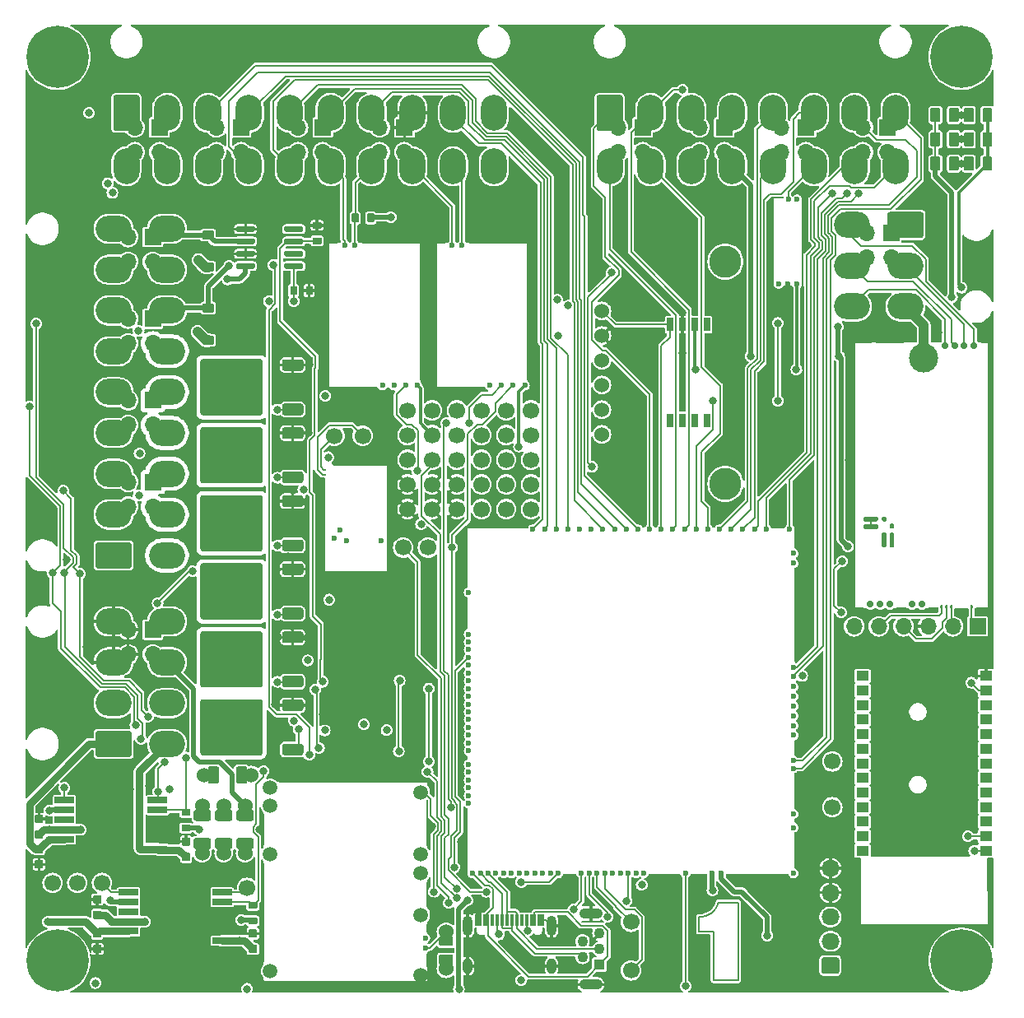
<source format=gtl>
G04 #@! TF.GenerationSoftware,KiCad,Pcbnew,8.0.4-8.0.4-0~ubuntu22.04.1*
G04 #@! TF.CreationDate,2024-08-14T00:41:46+00:00*
G04 #@! TF.ProjectId,uaefi,75616566-692e-46b6-9963-61645f706362,D*
G04 #@! TF.SameCoordinates,Original*
G04 #@! TF.FileFunction,Copper,L1,Top*
G04 #@! TF.FilePolarity,Positive*
%FSLAX46Y46*%
G04 Gerber Fmt 4.6, Leading zero omitted, Abs format (unit mm)*
G04 Created by KiCad (PCBNEW 8.0.4-8.0.4-0~ubuntu22.04.1) date 2024-08-14 00:41:46*
%MOMM*%
%LPD*%
G01*
G04 APERTURE LIST*
G04 #@! TA.AperFunction,EtchedComponent*
%ADD10C,0.200000*%
G04 #@! TD*
G04 #@! TA.AperFunction,ComponentPad*
%ADD11R,1.700000X1.700000*%
G04 #@! TD*
G04 #@! TA.AperFunction,ComponentPad*
%ADD12O,1.700000X1.700000*%
G04 #@! TD*
G04 #@! TA.AperFunction,ComponentPad*
%ADD13O,2.700000X3.700000*%
G04 #@! TD*
G04 #@! TA.AperFunction,ComponentPad*
%ADD14C,1.700000*%
G04 #@! TD*
G04 #@! TA.AperFunction,ComponentPad*
%ADD15C,0.700000*%
G04 #@! TD*
G04 #@! TA.AperFunction,SMDPad,CuDef*
%ADD16C,3.000000*%
G04 #@! TD*
G04 #@! TA.AperFunction,SMDPad,CuDef*
%ADD17R,3.000000X0.250000*%
G04 #@! TD*
G04 #@! TA.AperFunction,SMDPad,CuDef*
%ADD18R,1.100000X0.250000*%
G04 #@! TD*
G04 #@! TA.AperFunction,SMDPad,CuDef*
%ADD19R,0.980000X0.250000*%
G04 #@! TD*
G04 #@! TA.AperFunction,SMDPad,CuDef*
%ADD20R,1.450000X0.250000*%
G04 #@! TD*
G04 #@! TA.AperFunction,SMDPad,CuDef*
%ADD21R,0.250000X27.600000*%
G04 #@! TD*
G04 #@! TA.AperFunction,SMDPad,CuDef*
%ADD22R,1.950000X0.250000*%
G04 #@! TD*
G04 #@! TA.AperFunction,SMDPad,CuDef*
%ADD23R,0.950000X0.250000*%
G04 #@! TD*
G04 #@! TA.AperFunction,ComponentPad*
%ADD24C,0.800000*%
G04 #@! TD*
G04 #@! TA.AperFunction,ComponentPad*
%ADD25C,6.400000*%
G04 #@! TD*
G04 #@! TA.AperFunction,ComponentPad*
%ADD26C,1.524000*%
G04 #@! TD*
G04 #@! TA.AperFunction,ComponentPad*
%ADD27O,1.850000X1.700000*%
G04 #@! TD*
G04 #@! TA.AperFunction,ComponentPad*
%ADD28C,0.600000*%
G04 #@! TD*
G04 #@! TA.AperFunction,SMDPad,CuDef*
%ADD29R,6.185000X0.250000*%
G04 #@! TD*
G04 #@! TA.AperFunction,SMDPad,CuDef*
%ADD30R,1.115000X0.250000*%
G04 #@! TD*
G04 #@! TA.AperFunction,SMDPad,CuDef*
%ADD31R,0.250000X14.275000*%
G04 #@! TD*
G04 #@! TA.AperFunction,SMDPad,CuDef*
%ADD32R,0.250000X15.100000*%
G04 #@! TD*
G04 #@! TA.AperFunction,SMDPad,CuDef*
%ADD33R,5.175000X0.250000*%
G04 #@! TD*
G04 #@! TA.AperFunction,ComponentPad*
%ADD34R,1.100000X1.100000*%
G04 #@! TD*
G04 #@! TA.AperFunction,ComponentPad*
%ADD35C,1.100000*%
G04 #@! TD*
G04 #@! TA.AperFunction,ComponentPad*
%ADD36O,2.400000X1.100000*%
G04 #@! TD*
G04 #@! TA.AperFunction,SMDPad,CuDef*
%ADD37O,1.225000X0.200000*%
G04 #@! TD*
G04 #@! TA.AperFunction,SMDPad,CuDef*
%ADD38O,0.200000X9.300000*%
G04 #@! TD*
G04 #@! TA.AperFunction,ComponentPad*
%ADD39C,1.500000*%
G04 #@! TD*
G04 #@! TA.AperFunction,SMDPad,CuDef*
%ADD40O,0.200000X3.300000*%
G04 #@! TD*
G04 #@! TA.AperFunction,SMDPad,CuDef*
%ADD41O,0.200000X10.200000*%
G04 #@! TD*
G04 #@! TA.AperFunction,SMDPad,CuDef*
%ADD42O,0.200000X0.300000*%
G04 #@! TD*
G04 #@! TA.AperFunction,SMDPad,CuDef*
%ADD43O,17.000000X0.200000*%
G04 #@! TD*
G04 #@! TA.AperFunction,SMDPad,CuDef*
%ADD44O,15.400000X0.200000*%
G04 #@! TD*
G04 #@! TA.AperFunction,SMDPad,CuDef*
%ADD45O,0.200000X4.800000*%
G04 #@! TD*
G04 #@! TA.AperFunction,SMDPad,CuDef*
%ADD46O,0.200000X2.600000*%
G04 #@! TD*
G04 #@! TA.AperFunction,SMDPad,CuDef*
%ADD47O,0.200000X1.000000*%
G04 #@! TD*
G04 #@! TA.AperFunction,SMDPad,CuDef*
%ADD48O,0.200000X1.500000*%
G04 #@! TD*
G04 #@! TA.AperFunction,SMDPad,CuDef*
%ADD49O,5.669999X0.200000*%
G04 #@! TD*
G04 #@! TA.AperFunction,SMDPad,CuDef*
%ADD50O,0.200000X11.100001*%
G04 #@! TD*
G04 #@! TA.AperFunction,SMDPad,CuDef*
%ADD51O,0.399999X9.800001*%
G04 #@! TD*
G04 #@! TA.AperFunction,SMDPad,CuDef*
%ADD52O,0.250000X0.499999*%
G04 #@! TD*
G04 #@! TA.AperFunction,SMDPad,CuDef*
%ADD53O,6.799999X0.200000*%
G04 #@! TD*
G04 #@! TA.AperFunction,SMDPad,CuDef*
%ADD54O,0.499999X0.250000*%
G04 #@! TD*
G04 #@! TA.AperFunction,ComponentPad*
%ADD55C,0.599999*%
G04 #@! TD*
G04 #@! TA.AperFunction,ComponentPad*
%ADD56O,3.700000X2.700000*%
G04 #@! TD*
G04 #@! TA.AperFunction,SMDPad,CuDef*
%ADD57R,1.300000X1.000000*%
G04 #@! TD*
G04 #@! TA.AperFunction,SMDPad,CuDef*
%ADD58R,2.000000X0.650000*%
G04 #@! TD*
G04 #@! TA.AperFunction,SMDPad,CuDef*
%ADD59R,4.500000X8.100000*%
G04 #@! TD*
G04 #@! TA.AperFunction,SMDPad,CuDef*
%ADD60R,0.200000X3.700000*%
G04 #@! TD*
G04 #@! TA.AperFunction,SMDPad,CuDef*
%ADD61R,0.200000X0.400000*%
G04 #@! TD*
G04 #@! TA.AperFunction,SMDPad,CuDef*
%ADD62R,0.200000X1.600000*%
G04 #@! TD*
G04 #@! TA.AperFunction,SMDPad,CuDef*
%ADD63R,0.200000X9.700000*%
G04 #@! TD*
G04 #@! TA.AperFunction,SMDPad,CuDef*
%ADD64R,0.200000X2.300000*%
G04 #@! TD*
G04 #@! TA.AperFunction,SMDPad,CuDef*
%ADD65R,1.400000X0.200000*%
G04 #@! TD*
G04 #@! TA.AperFunction,SMDPad,CuDef*
%ADD66R,6.400000X0.200000*%
G04 #@! TD*
G04 #@! TA.AperFunction,SMDPad,CuDef*
%ADD67R,1.700000X0.200000*%
G04 #@! TD*
G04 #@! TA.AperFunction,SMDPad,CuDef*
%ADD68R,3.300000X0.200000*%
G04 #@! TD*
G04 #@! TA.AperFunction,SMDPad,CuDef*
%ADD69R,0.200000X7.000000*%
G04 #@! TD*
G04 #@! TA.AperFunction,SMDPad,CuDef*
%ADD70R,0.200000X3.300000*%
G04 #@! TD*
G04 #@! TA.AperFunction,SMDPad,CuDef*
%ADD71R,0.200000X6.300000*%
G04 #@! TD*
G04 #@! TA.AperFunction,SMDPad,CuDef*
%ADD72R,0.300000X1.150000*%
G04 #@! TD*
G04 #@! TA.AperFunction,ComponentPad*
%ADD73O,1.000000X2.100000*%
G04 #@! TD*
G04 #@! TA.AperFunction,ComponentPad*
%ADD74O,1.000000X1.600000*%
G04 #@! TD*
G04 #@! TA.AperFunction,ComponentPad*
%ADD75C,3.302000*%
G04 #@! TD*
G04 #@! TA.AperFunction,SMDPad,CuDef*
%ADD76R,0.690000X1.350000*%
G04 #@! TD*
G04 #@! TA.AperFunction,ViaPad*
%ADD77C,0.800000*%
G04 #@! TD*
G04 #@! TA.AperFunction,Conductor*
%ADD78C,0.200000*%
G04 #@! TD*
G04 #@! TA.AperFunction,Conductor*
%ADD79C,0.800000*%
G04 #@! TD*
G04 #@! TA.AperFunction,Conductor*
%ADD80C,0.300000*%
G04 #@! TD*
G04 #@! TA.AperFunction,Conductor*
%ADD81C,1.000000*%
G04 #@! TD*
G04 #@! TA.AperFunction,Conductor*
%ADD82C,0.500000*%
G04 #@! TD*
G04 #@! TA.AperFunction,Conductor*
%ADD83C,0.150000*%
G04 #@! TD*
G04 APERTURE END LIST*
D10*
G04 #@! TO.C,G2*
X69500000Y6500000D02*
X69500000Y8000000D01*
X69500000Y6500000D02*
X71000000Y6500000D01*
X71000000Y6500000D02*
X71000000Y1500000D01*
X71000000Y1500000D02*
X73500000Y1500000D01*
X73500000Y9500000D02*
X71500000Y9500000D01*
X73500000Y1500000D02*
X73500000Y9500000D01*
X71500000Y9500000D02*
G75*
G02*
X69500000Y8000000I-1921601J478801D01*
G01*
G04 #@! TD*
G04 #@! TO.P,R40,1*
G04 #@! TO.N,/IN_BUTTON3*
G04 #@! TA.AperFunction,SMDPad,CuDef*
G36*
G01*
X96749999Y84875000D02*
X96749999Y86125000D01*
G75*
G02*
X96849999Y86225000I100000J0D01*
G01*
X97649999Y86225000D01*
G75*
G02*
X97749999Y86125000I0J-100000D01*
G01*
X97749999Y84875000D01*
G75*
G02*
X97649999Y84775000I-100000J0D01*
G01*
X96849999Y84775000D01*
G75*
G02*
X96749999Y84875000I0J100000D01*
G01*
G37*
G04 #@! TD.AperFunction*
G04 #@! TO.P,R40,2*
G04 #@! TO.N,+5VA*
G04 #@! TA.AperFunction,SMDPad,CuDef*
G36*
G01*
X98650021Y84875000D02*
X98650021Y86125000D01*
G75*
G02*
X98750021Y86225000I100000J0D01*
G01*
X99550021Y86225000D01*
G75*
G02*
X99650021Y86125000I0J-100000D01*
G01*
X99650021Y84875000D01*
G75*
G02*
X99550021Y84775000I-100000J0D01*
G01*
X98750021Y84775000D01*
G75*
G02*
X98650021Y84875000I0J100000D01*
G01*
G37*
G04 #@! TD.AperFunction*
G04 #@! TD*
G04 #@! TO.P,U7,1,IN1*
G04 #@! TO.N,/LS1*
G04 #@! TA.AperFunction,SMDPad,CuDef*
G36*
G01*
X28775000Y75110000D02*
X28775000Y74810000D01*
G75*
G02*
X28625000Y74660000I-150000J0D01*
G01*
X26975000Y74660000D01*
G75*
G02*
X26825000Y74810000I0J150000D01*
G01*
X26825000Y75110000D01*
G75*
G02*
X26975000Y75260000I150000J0D01*
G01*
X28625000Y75260000D01*
G75*
G02*
X28775000Y75110000I0J-150000D01*
G01*
G37*
G04 #@! TD.AperFunction*
G04 #@! TO.P,U7,2,STATUS1*
G04 #@! TO.N,unconnected-(U7-STATUS1-Pad2)*
G04 #@! TA.AperFunction,SMDPad,CuDef*
G36*
G01*
X28775000Y76380000D02*
X28775000Y76080000D01*
G75*
G02*
X28625000Y75930000I-150000J0D01*
G01*
X26975000Y75930000D01*
G75*
G02*
X26825000Y76080000I0J150000D01*
G01*
X26825000Y76380000D01*
G75*
G02*
X26975000Y76530000I150000J0D01*
G01*
X28625000Y76530000D01*
G75*
G02*
X28775000Y76380000I0J-150000D01*
G01*
G37*
G04 #@! TD.AperFunction*
G04 #@! TO.P,U7,3,IN2*
G04 #@! TO.N,/LS2*
G04 #@! TA.AperFunction,SMDPad,CuDef*
G36*
G01*
X28775000Y77650000D02*
X28775000Y77350000D01*
G75*
G02*
X28625000Y77200000I-150000J0D01*
G01*
X26975000Y77200000D01*
G75*
G02*
X26825000Y77350000I0J150000D01*
G01*
X26825000Y77650000D01*
G75*
G02*
X26975000Y77800000I150000J0D01*
G01*
X28625000Y77800000D01*
G75*
G02*
X28775000Y77650000I0J-150000D01*
G01*
G37*
G04 #@! TD.AperFunction*
G04 #@! TO.P,U7,4,STATUS2*
G04 #@! TO.N,unconnected-(U7-STATUS2-Pad4)*
G04 #@! TA.AperFunction,SMDPad,CuDef*
G36*
G01*
X28775000Y78920000D02*
X28775000Y78620000D01*
G75*
G02*
X28625000Y78470000I-150000J0D01*
G01*
X26975000Y78470000D01*
G75*
G02*
X26825000Y78620000I0J150000D01*
G01*
X26825000Y78920000D01*
G75*
G02*
X26975000Y79070000I150000J0D01*
G01*
X28625000Y79070000D01*
G75*
G02*
X28775000Y78920000I0J-150000D01*
G01*
G37*
G04 #@! TD.AperFunction*
G04 #@! TO.P,U7,5,S2*
G04 #@! TO.N,GND*
G04 #@! TA.AperFunction,SMDPad,CuDef*
G36*
G01*
X23825000Y78920000D02*
X23825000Y78620000D01*
G75*
G02*
X23675000Y78470000I-150000J0D01*
G01*
X22025000Y78470000D01*
G75*
G02*
X21875000Y78620000I0J150000D01*
G01*
X21875000Y78920000D01*
G75*
G02*
X22025000Y79070000I150000J0D01*
G01*
X23675000Y79070000D01*
G75*
G02*
X23825000Y78920000I0J-150000D01*
G01*
G37*
G04 #@! TD.AperFunction*
G04 #@! TO.P,U7,6,D2*
G04 #@! TO.N,/OUT_LS2*
G04 #@! TA.AperFunction,SMDPad,CuDef*
G36*
G01*
X23825000Y77650000D02*
X23825000Y77350000D01*
G75*
G02*
X23675000Y77200000I-150000J0D01*
G01*
X22025000Y77200000D01*
G75*
G02*
X21875000Y77350000I0J150000D01*
G01*
X21875000Y77650000D01*
G75*
G02*
X22025000Y77800000I150000J0D01*
G01*
X23675000Y77800000D01*
G75*
G02*
X23825000Y77650000I0J-150000D01*
G01*
G37*
G04 #@! TD.AperFunction*
G04 #@! TO.P,U7,7,S1*
G04 #@! TO.N,GND*
G04 #@! TA.AperFunction,SMDPad,CuDef*
G36*
G01*
X23825000Y76380000D02*
X23825000Y76080000D01*
G75*
G02*
X23675000Y75930000I-150000J0D01*
G01*
X22025000Y75930000D01*
G75*
G02*
X21875000Y76080000I0J150000D01*
G01*
X21875000Y76380000D01*
G75*
G02*
X22025000Y76530000I150000J0D01*
G01*
X23675000Y76530000D01*
G75*
G02*
X23825000Y76380000I0J-150000D01*
G01*
G37*
G04 #@! TD.AperFunction*
G04 #@! TO.P,U7,8,D1*
G04 #@! TO.N,/OUT_LS1*
G04 #@! TA.AperFunction,SMDPad,CuDef*
G36*
G01*
X23825000Y75110000D02*
X23825000Y74810000D01*
G75*
G02*
X23675000Y74660000I-150000J0D01*
G01*
X22025000Y74660000D01*
G75*
G02*
X21875000Y74810000I0J150000D01*
G01*
X21875000Y75110000D01*
G75*
G02*
X22025000Y75260000I150000J0D01*
G01*
X23675000Y75260000D01*
G75*
G02*
X23825000Y75110000I0J-150000D01*
G01*
G37*
G04 #@! TD.AperFunction*
G04 #@! TD*
G04 #@! TO.P,C24,1*
G04 #@! TO.N,GND*
G04 #@! TA.AperFunction,SMDPad,CuDef*
G36*
G01*
X7260000Y10215001D02*
X7940000Y10215001D01*
G75*
G02*
X8025000Y10130001I0J-85000D01*
G01*
X8025000Y9450001D01*
G75*
G02*
X7940000Y9365001I-85000J0D01*
G01*
X7260000Y9365001D01*
G75*
G02*
X7175000Y9450001I0J85000D01*
G01*
X7175000Y10130001D01*
G75*
G02*
X7260000Y10215001I85000J0D01*
G01*
G37*
G04 #@! TD.AperFunction*
G04 #@! TO.P,C24,2*
G04 #@! TO.N,/DC Driver 2/PWR*
G04 #@! TA.AperFunction,SMDPad,CuDef*
G36*
G01*
X7260000Y8634999D02*
X7940000Y8634999D01*
G75*
G02*
X8025000Y8549999I0J-85000D01*
G01*
X8025000Y7869999D01*
G75*
G02*
X7940000Y7784999I-85000J0D01*
G01*
X7260000Y7784999D01*
G75*
G02*
X7175000Y7869999I0J85000D01*
G01*
X7175000Y8549999D01*
G75*
G02*
X7260000Y8634999I85000J0D01*
G01*
G37*
G04 #@! TD.AperFunction*
G04 #@! TD*
G04 #@! TO.P,R39,1*
G04 #@! TO.N,/IN_BUTTON2*
G04 #@! TA.AperFunction,SMDPad,CuDef*
G36*
G01*
X96749999Y87375000D02*
X96749999Y88625000D01*
G75*
G02*
X96849999Y88725000I100000J0D01*
G01*
X97649999Y88725000D01*
G75*
G02*
X97749999Y88625000I0J-100000D01*
G01*
X97749999Y87375000D01*
G75*
G02*
X97649999Y87275000I-100000J0D01*
G01*
X96849999Y87275000D01*
G75*
G02*
X96749999Y87375000I0J100000D01*
G01*
G37*
G04 #@! TD.AperFunction*
G04 #@! TO.P,R39,2*
G04 #@! TO.N,+5VA*
G04 #@! TA.AperFunction,SMDPad,CuDef*
G36*
G01*
X98650021Y87375000D02*
X98650021Y88625000D01*
G75*
G02*
X98750021Y88725000I100000J0D01*
G01*
X99550021Y88725000D01*
G75*
G02*
X99650021Y88625000I0J-100000D01*
G01*
X99650021Y87375000D01*
G75*
G02*
X99550021Y87275000I-100000J0D01*
G01*
X98750021Y87275000D01*
G75*
G02*
X98650021Y87375000I0J100000D01*
G01*
G37*
G04 #@! TD.AperFunction*
G04 #@! TD*
G04 #@! TO.P,Q10,1,G*
G04 #@! TO.N,Net-(Q10-G)*
G04 #@! TA.AperFunction,SMDPad,CuDef*
G36*
G01*
X28800000Y39570000D02*
X28800000Y38870000D01*
G75*
G02*
X28550000Y38620000I-250000J0D01*
G01*
X26850000Y38620000D01*
G75*
G02*
X26600000Y38870000I0J250000D01*
G01*
X26600000Y39570000D01*
G75*
G02*
X26850000Y39820000I250000J0D01*
G01*
X28550000Y39820000D01*
G75*
G02*
X28800000Y39570000I0J-250000D01*
G01*
G37*
G04 #@! TD.AperFunction*
G04 #@! TO.P,Q10,2,C*
G04 #@! TO.N,/OUT_IGN4*
G04 #@! TA.AperFunction,SMDPad,CuDef*
G36*
G01*
X24600000Y41100000D02*
X24600000Y38850000D01*
G75*
G02*
X24350000Y38600000I-250000J0D01*
G01*
X21800000Y38600000D01*
G75*
G02*
X21550000Y38850000I0J250000D01*
G01*
X21550000Y41100000D01*
G75*
G02*
X21800000Y41350000I250000J0D01*
G01*
X24350000Y41350000D01*
G75*
G02*
X24600000Y41100000I0J-250000D01*
G01*
G37*
G04 #@! TD.AperFunction*
G04 #@! TA.AperFunction,SMDPad,CuDef*
G36*
G01*
X24600000Y44150000D02*
X24600000Y41900000D01*
G75*
G02*
X24350000Y41650000I-250000J0D01*
G01*
X21800000Y41650000D01*
G75*
G02*
X21550000Y41900000I0J250000D01*
G01*
X21550000Y44150000D01*
G75*
G02*
X21800000Y44400000I250000J0D01*
G01*
X24350000Y44400000D01*
G75*
G02*
X24600000Y44150000I0J-250000D01*
G01*
G37*
G04 #@! TD.AperFunction*
G04 #@! TA.AperFunction,SMDPad,CuDef*
G36*
G01*
X24600000Y44150003D02*
X24600000Y38849997D01*
G75*
G02*
X24350003Y38600000I-249997J0D01*
G01*
X18449997Y38600000D01*
G75*
G02*
X18200000Y38849997I0J249997D01*
G01*
X18200000Y44150003D01*
G75*
G02*
X18449997Y44400000I249997J0D01*
G01*
X24350003Y44400000D01*
G75*
G02*
X24600000Y44150003I0J-249997D01*
G01*
G37*
G04 #@! TD.AperFunction*
G04 #@! TA.AperFunction,SMDPad,CuDef*
G36*
G01*
X21250000Y41100000D02*
X21250000Y38850000D01*
G75*
G02*
X21000000Y38600000I-250000J0D01*
G01*
X18450000Y38600000D01*
G75*
G02*
X18200000Y38850000I0J250000D01*
G01*
X18200000Y41100000D01*
G75*
G02*
X18450000Y41350000I250000J0D01*
G01*
X21000000Y41350000D01*
G75*
G02*
X21250000Y41100000I0J-250000D01*
G01*
G37*
G04 #@! TD.AperFunction*
G04 #@! TA.AperFunction,SMDPad,CuDef*
G36*
G01*
X21250000Y44150000D02*
X21250000Y41900000D01*
G75*
G02*
X21000000Y41650000I-250000J0D01*
G01*
X18450000Y41650000D01*
G75*
G02*
X18200000Y41900000I0J250000D01*
G01*
X18200000Y44150000D01*
G75*
G02*
X18450000Y44400000I250000J0D01*
G01*
X21000000Y44400000D01*
G75*
G02*
X21250000Y44150000I0J-250000D01*
G01*
G37*
G04 #@! TD.AperFunction*
G04 #@! TO.P,Q10,3,E*
G04 #@! TO.N,GND*
G04 #@! TA.AperFunction,SMDPad,CuDef*
G36*
G01*
X28800000Y44130000D02*
X28800000Y43430000D01*
G75*
G02*
X28550000Y43180000I-250000J0D01*
G01*
X26850000Y43180000D01*
G75*
G02*
X26600000Y43430000I0J250000D01*
G01*
X26600000Y44130000D01*
G75*
G02*
X26850000Y44380000I250000J0D01*
G01*
X28550000Y44380000D01*
G75*
G02*
X28800000Y44130000I0J-250000D01*
G01*
G37*
G04 #@! TD.AperFunction*
G04 #@! TD*
D11*
G04 #@! TO.P,J21,1,Pin_1*
G04 #@! TO.N,/OUT_IGN3*
X13315000Y52750000D03*
D12*
G04 #@! TO.P,J21,2,Pin_2*
G04 #@! TO.N,/OUT_INJ4*
X10775000Y52750000D03*
G04 #@! TO.P,J21,3,Pin_3*
G04 #@! TO.N,/OUT_IGN4*
X13315000Y50210000D03*
G04 #@! TO.P,J21,4,Pin_4*
G04 #@! TO.N,/OUT_INJ5*
X10775000Y50210000D03*
G04 #@! TD*
G04 #@! TO.P,J10,1,Pin_1*
G04 #@! TO.N,/IN_AUX1*
G04 #@! TA.AperFunction,ComponentPad*
G36*
G01*
X58950000Y89125001D02*
X58950000Y92324999D01*
G75*
G02*
X59200001Y92575000I250001J0D01*
G01*
X61399999Y92575000D01*
G75*
G02*
X61650000Y92324999I0J-250001D01*
G01*
X61650000Y89125001D01*
G75*
G02*
X61399999Y88875000I-250001J0D01*
G01*
X59200001Y88875000D01*
G75*
G02*
X58950000Y89125001I0J250001D01*
G01*
G37*
G04 #@! TD.AperFunction*
D13*
G04 #@! TO.P,J10,2,Pin_2*
G04 #@! TO.N,/IN_BUTTON1*
X64500000Y90725000D03*
G04 #@! TO.P,J10,3,Pin_3*
G04 #@! TO.N,+5VP*
X68700000Y90725000D03*
G04 #@! TO.P,J10,4,Pin_4*
X72900000Y90725000D03*
G04 #@! TO.P,J10,5,Pin_5*
G04 #@! TO.N,/IN_FLEX*
X77100000Y90725000D03*
G04 #@! TO.P,J10,6,Pin_6*
G04 #@! TO.N,/IN_PPS1*
X81300000Y90725000D03*
G04 #@! TO.P,J10,7,Pin_7*
G04 #@! TO.N,/CAN+*
X85500000Y90725000D03*
G04 #@! TO.P,J10,8,Pin_8*
G04 #@! TO.N,/CAN-*
X89700000Y90725000D03*
G04 #@! TO.P,J10,9,Pin_9*
G04 #@! TO.N,/IN_MAP*
X60300000Y85225000D03*
G04 #@! TO.P,J10,10,Pin_10*
G04 #@! TO.N,/IN_BUTTON2*
X64500000Y85225000D03*
G04 #@! TO.P,J10,11,Pin_11*
G04 #@! TO.N,GNDA*
X68700000Y85225000D03*
G04 #@! TO.P,J10,12,Pin_12*
X72900000Y85225000D03*
G04 #@! TO.P,J10,13,Pin_13*
G04 #@! TO.N,/IN_TPS1*
X77100000Y85225000D03*
G04 #@! TO.P,J10,14,Pin_14*
G04 #@! TO.N,/IN_KNOCK_RAW*
X81300000Y85225000D03*
G04 #@! TO.P,J10,15,Pin_15*
G04 #@! TO.N,/IN_IAT*
X85500000Y85225000D03*
G04 #@! TO.P,J10,16,Pin_16*
G04 #@! TO.N,/IN_CLT*
X89700000Y85225000D03*
G04 #@! TD*
D14*
G04 #@! TO.P,P8,1,Pin_1*
G04 #@! TO.N,Net-(M6-UART2_TX_(PD5))*
X83200000Y19300000D03*
G04 #@! TD*
D11*
G04 #@! TO.P,J20,1,Pin_1*
G04 #@! TO.N,/OUT_IGN2*
X13315000Y61150000D03*
D12*
G04 #@! TO.P,J20,2,Pin_2*
G04 #@! TO.N,/OUT_INJ2*
X10775000Y61150000D03*
G04 #@! TO.P,J20,3,Pin_3*
G04 #@! TO.N,/OUT_IGN5*
X13315000Y58610000D03*
G04 #@! TO.P,J20,4,Pin_4*
G04 #@! TO.N,/OUT_INJ3*
X10775000Y58610000D03*
G04 #@! TD*
D15*
G04 #@! TO.P,M5,E1,LSU_Un*
G04 #@! TO.N,/WBO_Un*
X97775000Y66750000D03*
G04 #@! TO.P,M5,E2,LSU_Vm*
G04 #@! TO.N,/WBO_Vm*
X94775000Y66750000D03*
G04 #@! TO.P,M5,E3,LSU_Ip*
G04 #@! TO.N,/WBO_Ip*
X95775000Y66750000D03*
G04 #@! TO.P,M5,E4,LSU_Rtrim*
G04 #@! TO.N,/WBO_Rtrim*
X96775000Y66750000D03*
D16*
G04 #@! TO.P,M5,E5,LSU_H+*
G04 #@! TO.N,/WBO_Heater*
X92625000Y65500000D03*
D17*
G04 #@! TO.P,M5,E6,LSU_H-*
G04 #@! TO.N,GND*
X89125000Y67125000D03*
D18*
G04 #@! TO.P,M5,G,GND*
X85925000Y39775000D03*
D19*
X90265000Y39775000D03*
X93565000Y39775000D03*
D20*
X98650000Y39775000D03*
D21*
X85500000Y53450000D03*
X99250000Y53450000D03*
D22*
X86350000Y67125000D03*
D23*
X98900000Y67125000D03*
G04 #@! TO.P,M5,J1,SEL1*
G04 #@! TO.N,Net-(M5-PULL_DOWN1)*
G04 #@! TA.AperFunction,SMDPad,CuDef*
G36*
G01*
X86525000Y49200000D02*
X87775000Y49200000D01*
G75*
G02*
X87900000Y49075000I0J-125000D01*
G01*
X87900000Y48825000D01*
G75*
G02*
X87775000Y48700000I-125000J0D01*
G01*
X86525000Y48700000D01*
G75*
G02*
X86400000Y48825000I0J125000D01*
G01*
X86400000Y49075000D01*
G75*
G02*
X86525000Y49200000I125000J0D01*
G01*
G37*
G04 #@! TD.AperFunction*
G04 #@! TO.P,M5,J2,SEL2*
G04 #@! TO.N,unconnected-(M5-SEL2-PadJ2)*
G04 #@! TA.AperFunction,SMDPad,CuDef*
G36*
G01*
X89200000Y47525000D02*
X89450000Y47525000D01*
G75*
G02*
X89575000Y47400000I0J-125000D01*
G01*
X89575000Y46150000D01*
G75*
G02*
X89450000Y46025000I-125000J0D01*
G01*
X89200000Y46025000D01*
G75*
G02*
X89075000Y46150000I0J125000D01*
G01*
X89075000Y47400000D01*
G75*
G02*
X89200000Y47525000I125000J0D01*
G01*
G37*
G04 #@! TD.AperFunction*
G04 #@! TO.P,M5,J_GND1,PULL_DOWN1*
G04 #@! TO.N,Net-(M5-PULL_DOWN1)*
G04 #@! TA.AperFunction,SMDPad,CuDef*
G36*
G01*
X86525000Y48400000D02*
X87775000Y48400000D01*
G75*
G02*
X87900000Y48275000I0J-125000D01*
G01*
X87900000Y48025000D01*
G75*
G02*
X87775000Y47900000I-125000J0D01*
G01*
X86525000Y47900000D01*
G75*
G02*
X86400000Y48025000I0J125000D01*
G01*
X86400000Y48275000D01*
G75*
G02*
X86525000Y48400000I125000J0D01*
G01*
G37*
G04 #@! TD.AperFunction*
G04 #@! TO.P,M5,J_GND2,PULL_DOWN2*
G04 #@! TO.N,unconnected-(M5-PULL_DOWN2-PadJ_GND2)*
G04 #@! TA.AperFunction,SMDPad,CuDef*
G36*
G01*
X89075000Y48075000D02*
X89075000Y48325000D01*
G75*
G02*
X89200000Y48450000I125000J0D01*
G01*
X89450000Y48450000D01*
G75*
G02*
X89575000Y48325000I0J-125000D01*
G01*
X89575000Y48075000D01*
G75*
G02*
X89450000Y47950000I-125000J0D01*
G01*
X89200000Y47950000D01*
G75*
G02*
X89075000Y48075000I0J125000D01*
G01*
G37*
G04 #@! TD.AperFunction*
G04 #@! TO.P,M5,J_VCC1,PULL_UP1*
G04 #@! TO.N,unconnected-(M5-PULL_UP1-PadJ_VCC1)*
G04 #@! TA.AperFunction,SMDPad,CuDef*
G36*
G01*
X88400000Y49200000D02*
X88650000Y49200000D01*
G75*
G02*
X88775000Y49075000I0J-125000D01*
G01*
X88775000Y48825000D01*
G75*
G02*
X88650000Y48700000I-125000J0D01*
G01*
X88400000Y48700000D01*
G75*
G02*
X88275000Y48825000I0J125000D01*
G01*
X88275000Y49075000D01*
G75*
G02*
X88400000Y49200000I125000J0D01*
G01*
G37*
G04 #@! TD.AperFunction*
G04 #@! TO.P,M5,J_VCC2,PULL_UP2*
G04 #@! TO.N,unconnected-(M5-PULL_UP2-PadJ_VCC2)*
G04 #@! TA.AperFunction,SMDPad,CuDef*
G36*
G01*
X88400000Y47525000D02*
X88650000Y47525000D01*
G75*
G02*
X88775000Y47400000I0J-125000D01*
G01*
X88775000Y46150000D01*
G75*
G02*
X88650000Y46025000I-125000J0D01*
G01*
X88400000Y46025000D01*
G75*
G02*
X88275000Y46150000I0J125000D01*
G01*
X88275000Y47400000D01*
G75*
G02*
X88400000Y47525000I125000J0D01*
G01*
G37*
G04 #@! TD.AperFunction*
D15*
G04 #@! TO.P,M5,W1,V5_IN*
G04 #@! TO.N,+5VA*
X88125000Y40158800D03*
G04 #@! TO.P,M5,W2,CAN_VIO*
G04 #@! TO.N,unconnected-(M5-CAN_VIO-PadW2)*
X89125000Y40158800D03*
G04 #@! TO.P,M5,W3,CANL*
G04 #@! TO.N,/CAN-*
X92421000Y40158800D03*
G04 #@! TO.P,M5,W4,CANH*
G04 #@! TO.N,/CAN+*
X91405000Y40158800D03*
G04 #@! TO.P,M5,W5,nReset*
G04 #@! TO.N,Net-(J6-Pin_5)*
G04 #@! TA.AperFunction,SMDPad,CuDef*
G36*
G01*
X94425000Y39650000D02*
X94425000Y39650000D01*
G75*
G02*
X94300000Y39775000I0J125000D01*
G01*
X94300000Y40025000D01*
G75*
G02*
X94425000Y40150000I125000J0D01*
G01*
X94425000Y40150000D01*
G75*
G02*
X94550000Y40025000I0J-125000D01*
G01*
X94550000Y39775000D01*
G75*
G02*
X94425000Y39650000I-125000J0D01*
G01*
G37*
G04 #@! TD.AperFunction*
G04 #@! TO.P,M5,W6,SWDIO*
G04 #@! TO.N,Net-(J6-Pin_4)*
G04 #@! TA.AperFunction,SMDPad,CuDef*
G36*
G01*
X94925000Y39650000D02*
X94925000Y39650000D01*
G75*
G02*
X94800000Y39775000I0J125000D01*
G01*
X94800000Y40025000D01*
G75*
G02*
X94925000Y40150000I125000J0D01*
G01*
X94925000Y40150000D01*
G75*
G02*
X95050000Y40025000I0J-125000D01*
G01*
X95050000Y39775000D01*
G75*
G02*
X94925000Y39650000I-125000J0D01*
G01*
G37*
G04 #@! TD.AperFunction*
G04 #@! TO.P,M5,W7,SWCLK*
G04 #@! TO.N,Net-(J6-Pin_2)*
G04 #@! TA.AperFunction,SMDPad,CuDef*
G36*
G01*
X95425000Y39650000D02*
X95425000Y39650000D01*
G75*
G02*
X95300000Y39775000I0J125000D01*
G01*
X95300000Y40025000D01*
G75*
G02*
X95425000Y40150000I125000J0D01*
G01*
X95425000Y40150000D01*
G75*
G02*
X95550000Y40025000I0J-125000D01*
G01*
X95550000Y39775000D01*
G75*
G02*
X95425000Y39650000I-125000J0D01*
G01*
G37*
G04 #@! TD.AperFunction*
G04 #@! TO.P,M5,W8,V33_OUT*
G04 #@! TO.N,Net-(J6-Pin_1)*
G04 #@! TA.AperFunction,SMDPad,CuDef*
G36*
G01*
X97525000Y39650000D02*
X97525000Y39650000D01*
G75*
G02*
X97400000Y39775000I0J125000D01*
G01*
X97400000Y40025000D01*
G75*
G02*
X97525000Y40150000I125000J0D01*
G01*
X97525000Y40150000D01*
G75*
G02*
X97650000Y40025000I0J-125000D01*
G01*
X97650000Y39775000D01*
G75*
G02*
X97525000Y39650000I-125000J0D01*
G01*
G37*
G04 #@! TD.AperFunction*
G04 #@! TO.P,M5,W9,VDDA*
G04 #@! TO.N,unconnected-(M5-VDDA-PadW9)*
X87125000Y40158800D03*
G04 #@! TD*
D14*
G04 #@! TO.P,P5,1,Pin_1*
G04 #@! TO.N,/VR_DISCRETE*
X41600000Y46000000D03*
G04 #@! TD*
G04 #@! TO.P,J2,1,Pin_1*
G04 #@! TO.N,+5VP*
G04 #@! TA.AperFunction,ComponentPad*
G36*
G01*
X9250000Y89125001D02*
X9250000Y92324999D01*
G75*
G02*
X9500001Y92575000I250001J0D01*
G01*
X11699999Y92575000D01*
G75*
G02*
X11950000Y92324999I0J-250001D01*
G01*
X11950000Y89125001D01*
G75*
G02*
X11699999Y88875000I-250001J0D01*
G01*
X9500001Y88875000D01*
G75*
G02*
X9250000Y89125001I0J250001D01*
G01*
G37*
G04 #@! TD.AperFunction*
D13*
G04 #@! TO.P,J2,2,Pin_2*
X14800000Y90725000D03*
G04 #@! TO.P,J2,3,Pin_3*
G04 #@! TO.N,/IN_AUX2*
X19000000Y90725000D03*
G04 #@! TO.P,J2,4,Pin_4*
G04 #@! TO.N,/IN_PPS2*
X23200000Y90725000D03*
G04 #@! TO.P,J2,5,Pin_5*
G04 #@! TO.N,/IN_HALL1*
X27400000Y90725000D03*
G04 #@! TO.P,J2,6,Pin_6*
G04 #@! TO.N,/IN_HALL2*
X31600000Y90725000D03*
G04 #@! TO.P,J2,7,Pin_7*
G04 #@! TO.N,/IN_HALL3*
X35800000Y90725000D03*
G04 #@! TO.P,J2,8,Pin_8*
G04 #@! TO.N,GND*
X40000000Y90725000D03*
G04 #@! TO.P,J2,9,Pin_9*
G04 #@! TO.N,/IN_BUTTON3*
X44200000Y90725000D03*
G04 #@! TO.P,J2,10,Pin_10*
G04 #@! TO.N,/EGT+*
X48400000Y90725000D03*
G04 #@! TO.P,J2,11,Pin_11*
G04 #@! TO.N,GNDA*
X10600000Y85225000D03*
G04 #@! TO.P,J2,12,Pin_12*
X14800000Y85225000D03*
G04 #@! TO.P,J2,13,Pin_13*
X19000000Y85225000D03*
G04 #@! TO.P,J2,14,Pin_14*
G04 #@! TO.N,/IN_TPS2*
X23200000Y85225000D03*
G04 #@! TO.P,J2,15,Pin_15*
G04 #@! TO.N,/IN_AUX3*
X27400000Y85225000D03*
G04 #@! TO.P,J2,16,Pin_16*
G04 #@! TO.N,/VR_MAX9924+*
X31600000Y85225000D03*
G04 #@! TO.P,J2,17,Pin_17*
G04 #@! TO.N,/VR_MAX9924-*
X35800000Y85225000D03*
G04 #@! TO.P,J2,18,Pin_18*
G04 #@! TO.N,/VR_DISCRETE+*
X40000000Y85225000D03*
G04 #@! TO.P,J2,19,Pin_19*
G04 #@! TO.N,/VR_DISCRETE-*
X44200000Y85225000D03*
G04 #@! TO.P,J2,20,Pin_20*
G04 #@! TO.N,/EGT-*
X48400000Y85225000D03*
G04 #@! TD*
G04 #@! TO.P,Q7,1,G*
G04 #@! TO.N,Net-(Q7-G)*
G04 #@! TA.AperFunction,SMDPad,CuDef*
G36*
G01*
X28800000Y60570000D02*
X28800000Y59870000D01*
G75*
G02*
X28550000Y59620000I-250000J0D01*
G01*
X26850000Y59620000D01*
G75*
G02*
X26600000Y59870000I0J250000D01*
G01*
X26600000Y60570000D01*
G75*
G02*
X26850000Y60820000I250000J0D01*
G01*
X28550000Y60820000D01*
G75*
G02*
X28800000Y60570000I0J-250000D01*
G01*
G37*
G04 #@! TD.AperFunction*
G04 #@! TO.P,Q7,2,C*
G04 #@! TO.N,/OUT_IGN1*
G04 #@! TA.AperFunction,SMDPad,CuDef*
G36*
G01*
X24600000Y62100000D02*
X24600000Y59850000D01*
G75*
G02*
X24350000Y59600000I-250000J0D01*
G01*
X21800000Y59600000D01*
G75*
G02*
X21550000Y59850000I0J250000D01*
G01*
X21550000Y62100000D01*
G75*
G02*
X21800000Y62350000I250000J0D01*
G01*
X24350000Y62350000D01*
G75*
G02*
X24600000Y62100000I0J-250000D01*
G01*
G37*
G04 #@! TD.AperFunction*
G04 #@! TA.AperFunction,SMDPad,CuDef*
G36*
G01*
X24600000Y65150000D02*
X24600000Y62900000D01*
G75*
G02*
X24350000Y62650000I-250000J0D01*
G01*
X21800000Y62650000D01*
G75*
G02*
X21550000Y62900000I0J250000D01*
G01*
X21550000Y65150000D01*
G75*
G02*
X21800000Y65400000I250000J0D01*
G01*
X24350000Y65400000D01*
G75*
G02*
X24600000Y65150000I0J-250000D01*
G01*
G37*
G04 #@! TD.AperFunction*
G04 #@! TA.AperFunction,SMDPad,CuDef*
G36*
G01*
X24600000Y65150003D02*
X24600000Y59849997D01*
G75*
G02*
X24350003Y59600000I-249997J0D01*
G01*
X18449997Y59600000D01*
G75*
G02*
X18200000Y59849997I0J249997D01*
G01*
X18200000Y65150003D01*
G75*
G02*
X18449997Y65400000I249997J0D01*
G01*
X24350003Y65400000D01*
G75*
G02*
X24600000Y65150003I0J-249997D01*
G01*
G37*
G04 #@! TD.AperFunction*
G04 #@! TA.AperFunction,SMDPad,CuDef*
G36*
G01*
X21250000Y62100000D02*
X21250000Y59850000D01*
G75*
G02*
X21000000Y59600000I-250000J0D01*
G01*
X18450000Y59600000D01*
G75*
G02*
X18200000Y59850000I0J250000D01*
G01*
X18200000Y62100000D01*
G75*
G02*
X18450000Y62350000I250000J0D01*
G01*
X21000000Y62350000D01*
G75*
G02*
X21250000Y62100000I0J-250000D01*
G01*
G37*
G04 #@! TD.AperFunction*
G04 #@! TA.AperFunction,SMDPad,CuDef*
G36*
G01*
X21250000Y65150000D02*
X21250000Y62900000D01*
G75*
G02*
X21000000Y62650000I-250000J0D01*
G01*
X18450000Y62650000D01*
G75*
G02*
X18200000Y62900000I0J250000D01*
G01*
X18200000Y65150000D01*
G75*
G02*
X18450000Y65400000I250000J0D01*
G01*
X21000000Y65400000D01*
G75*
G02*
X21250000Y65150000I0J-250000D01*
G01*
G37*
G04 #@! TD.AperFunction*
G04 #@! TO.P,Q7,3,E*
G04 #@! TO.N,GND*
G04 #@! TA.AperFunction,SMDPad,CuDef*
G36*
G01*
X28800000Y65130000D02*
X28800000Y64430000D01*
G75*
G02*
X28550000Y64180000I-250000J0D01*
G01*
X26850000Y64180000D01*
G75*
G02*
X26600000Y64430000I0J250000D01*
G01*
X26600000Y65130000D01*
G75*
G02*
X26850000Y65380000I250000J0D01*
G01*
X28550000Y65380000D01*
G75*
G02*
X28800000Y65130000I0J-250000D01*
G01*
G37*
G04 #@! TD.AperFunction*
G04 #@! TD*
G04 #@! TO.P,Q8,1,G*
G04 #@! TO.N,Net-(Q8-G)*
G04 #@! TA.AperFunction,SMDPad,CuDef*
G36*
G01*
X28800000Y53570000D02*
X28800000Y52870000D01*
G75*
G02*
X28550000Y52620000I-250000J0D01*
G01*
X26850000Y52620000D01*
G75*
G02*
X26600000Y52870000I0J250000D01*
G01*
X26600000Y53570000D01*
G75*
G02*
X26850000Y53820000I250000J0D01*
G01*
X28550000Y53820000D01*
G75*
G02*
X28800000Y53570000I0J-250000D01*
G01*
G37*
G04 #@! TD.AperFunction*
G04 #@! TO.P,Q8,2,C*
G04 #@! TO.N,/OUT_IGN2*
G04 #@! TA.AperFunction,SMDPad,CuDef*
G36*
G01*
X24600000Y55100000D02*
X24600000Y52850000D01*
G75*
G02*
X24350000Y52600000I-250000J0D01*
G01*
X21800000Y52600000D01*
G75*
G02*
X21550000Y52850000I0J250000D01*
G01*
X21550000Y55100000D01*
G75*
G02*
X21800000Y55350000I250000J0D01*
G01*
X24350000Y55350000D01*
G75*
G02*
X24600000Y55100000I0J-250000D01*
G01*
G37*
G04 #@! TD.AperFunction*
G04 #@! TA.AperFunction,SMDPad,CuDef*
G36*
G01*
X24600000Y58150000D02*
X24600000Y55900000D01*
G75*
G02*
X24350000Y55650000I-250000J0D01*
G01*
X21800000Y55650000D01*
G75*
G02*
X21550000Y55900000I0J250000D01*
G01*
X21550000Y58150000D01*
G75*
G02*
X21800000Y58400000I250000J0D01*
G01*
X24350000Y58400000D01*
G75*
G02*
X24600000Y58150000I0J-250000D01*
G01*
G37*
G04 #@! TD.AperFunction*
G04 #@! TA.AperFunction,SMDPad,CuDef*
G36*
G01*
X24600000Y58150003D02*
X24600000Y52849997D01*
G75*
G02*
X24350003Y52600000I-249997J0D01*
G01*
X18449997Y52600000D01*
G75*
G02*
X18200000Y52849997I0J249997D01*
G01*
X18200000Y58150003D01*
G75*
G02*
X18449997Y58400000I249997J0D01*
G01*
X24350003Y58400000D01*
G75*
G02*
X24600000Y58150003I0J-249997D01*
G01*
G37*
G04 #@! TD.AperFunction*
G04 #@! TA.AperFunction,SMDPad,CuDef*
G36*
G01*
X21250000Y55100000D02*
X21250000Y52850000D01*
G75*
G02*
X21000000Y52600000I-250000J0D01*
G01*
X18450000Y52600000D01*
G75*
G02*
X18200000Y52850000I0J250000D01*
G01*
X18200000Y55100000D01*
G75*
G02*
X18450000Y55350000I250000J0D01*
G01*
X21000000Y55350000D01*
G75*
G02*
X21250000Y55100000I0J-250000D01*
G01*
G37*
G04 #@! TD.AperFunction*
G04 #@! TA.AperFunction,SMDPad,CuDef*
G36*
G01*
X21250000Y58150000D02*
X21250000Y55900000D01*
G75*
G02*
X21000000Y55650000I-250000J0D01*
G01*
X18450000Y55650000D01*
G75*
G02*
X18200000Y55900000I0J250000D01*
G01*
X18200000Y58150000D01*
G75*
G02*
X18450000Y58400000I250000J0D01*
G01*
X21000000Y58400000D01*
G75*
G02*
X21250000Y58150000I0J-250000D01*
G01*
G37*
G04 #@! TD.AperFunction*
G04 #@! TO.P,Q8,3,E*
G04 #@! TO.N,GND*
G04 #@! TA.AperFunction,SMDPad,CuDef*
G36*
G01*
X28800000Y58130000D02*
X28800000Y57430000D01*
G75*
G02*
X28550000Y57180000I-250000J0D01*
G01*
X26850000Y57180000D01*
G75*
G02*
X26600000Y57430000I0J250000D01*
G01*
X26600000Y58130000D01*
G75*
G02*
X26850000Y58380000I250000J0D01*
G01*
X28550000Y58380000D01*
G75*
G02*
X28800000Y58130000I0J-250000D01*
G01*
G37*
G04 #@! TD.AperFunction*
G04 #@! TD*
D11*
G04 #@! TO.P,J17,1,Pin_1*
G04 #@! TO.N,GND*
X39190000Y89225000D03*
D12*
G04 #@! TO.P,J17,2,Pin_2*
G04 #@! TO.N,/IN_HALL3*
X36650000Y89225000D03*
G04 #@! TO.P,J17,3,Pin_3*
G04 #@! TO.N,/VR_DISCRETE+*
X39190000Y86685000D03*
G04 #@! TO.P,J17,4,Pin_4*
G04 #@! TO.N,/VR_MAX9924-*
X36650000Y86685000D03*
G04 #@! TD*
D14*
G04 #@! TO.P,P1,1,Pin_1*
G04 #@! TO.N,Net-(M7-CANL)*
X32000000Y57500000D03*
G04 #@! TD*
G04 #@! TO.P,C26,1*
G04 #@! TO.N,GND*
G04 #@! TA.AperFunction,SMDPad,CuDef*
G36*
G01*
X23260000Y6715001D02*
X23940000Y6715001D01*
G75*
G02*
X24025000Y6630001I0J-85000D01*
G01*
X24025000Y5950001D01*
G75*
G02*
X23940000Y5865001I-85000J0D01*
G01*
X23260000Y5865001D01*
G75*
G02*
X23175000Y5950001I0J85000D01*
G01*
X23175000Y6630001D01*
G75*
G02*
X23260000Y6715001I85000J0D01*
G01*
G37*
G04 #@! TD.AperFunction*
G04 #@! TO.P,C26,2*
G04 #@! TO.N,/OUT_DC2+*
G04 #@! TA.AperFunction,SMDPad,CuDef*
G36*
G01*
X23260000Y5134999D02*
X23940000Y5134999D01*
G75*
G02*
X24025000Y5049999I0J-85000D01*
G01*
X24025000Y4369999D01*
G75*
G02*
X23940000Y4284999I-85000J0D01*
G01*
X23260000Y4284999D01*
G75*
G02*
X23175000Y4369999I0J85000D01*
G01*
X23175000Y5049999D01*
G75*
G02*
X23260000Y5134999I85000J0D01*
G01*
G37*
G04 #@! TD.AperFunction*
G04 #@! TD*
G04 #@! TO.P,R1,1*
G04 #@! TO.N,+5VP*
G04 #@! TA.AperFunction,SMDPad,CuDef*
G36*
G01*
X36082497Y80315000D02*
X36082497Y79535000D01*
G75*
G02*
X36012497Y79465000I-70000J0D01*
G01*
X35452497Y79465000D01*
G75*
G02*
X35382497Y79535000I0J70000D01*
G01*
X35382497Y80315000D01*
G75*
G02*
X35452497Y80385000I70000J0D01*
G01*
X36012497Y80385000D01*
G75*
G02*
X36082497Y80315000I0J-70000D01*
G01*
G37*
G04 #@! TD.AperFunction*
G04 #@! TO.P,R1,2*
G04 #@! TO.N,/VR_MAX9924-*
G04 #@! TA.AperFunction,SMDPad,CuDef*
G36*
G01*
X34482497Y80315000D02*
X34482497Y79535000D01*
G75*
G02*
X34412497Y79465000I-70000J0D01*
G01*
X33852497Y79465000D01*
G75*
G02*
X33782497Y79535000I0J70000D01*
G01*
X33782497Y80315000D01*
G75*
G02*
X33852497Y80385000I70000J0D01*
G01*
X34412497Y80385000D01*
G75*
G02*
X34482497Y80315000I0J-70000D01*
G01*
G37*
G04 #@! TD.AperFunction*
G04 #@! TD*
G04 #@! TO.P,P2,1,Pin_1*
G04 #@! TO.N,Net-(M7-CANH)*
X34900000Y57500000D03*
G04 #@! TD*
G04 #@! TO.P,C13,1*
G04 #@! TO.N,GND*
G04 #@! TA.AperFunction,SMDPad,CuDef*
G36*
G01*
X16385000Y16175001D02*
X17065000Y16175001D01*
G75*
G02*
X17150000Y16090001I0J-85000D01*
G01*
X17150000Y15410001D01*
G75*
G02*
X17065000Y15325001I-85000J0D01*
G01*
X16385000Y15325001D01*
G75*
G02*
X16300000Y15410001I0J85000D01*
G01*
X16300000Y16090001D01*
G75*
G02*
X16385000Y16175001I85000J0D01*
G01*
G37*
G04 #@! TD.AperFunction*
G04 #@! TO.P,C13,2*
G04 #@! TO.N,/OUT_DC1+*
G04 #@! TA.AperFunction,SMDPad,CuDef*
G36*
G01*
X16385000Y14594999D02*
X17065000Y14594999D01*
G75*
G02*
X17150000Y14509999I0J-85000D01*
G01*
X17150000Y13829999D01*
G75*
G02*
X17065000Y13744999I-85000J0D01*
G01*
X16385000Y13744999D01*
G75*
G02*
X16300000Y13829999I0J85000D01*
G01*
X16300000Y14509999D01*
G75*
G02*
X16385000Y14594999I85000J0D01*
G01*
G37*
G04 #@! TD.AperFunction*
G04 #@! TD*
G04 #@! TO.P,P15,1,Pin_1*
G04 #@! TO.N,/DC1_DIR*
X5540000Y11500000D03*
G04 #@! TD*
D24*
G04 #@! TO.P,H1,1*
G04 #@! TO.N,N/C*
X1100000Y96500000D03*
X1802944Y98197056D03*
X1802944Y94802944D03*
X3500000Y98900000D03*
D25*
X3500000Y96500000D03*
D24*
X3500000Y94100000D03*
X5197056Y98197056D03*
X5197056Y94802944D03*
X5900000Y96500000D03*
G04 #@! TD*
G04 #@! TO.P,H4,1*
G04 #@! TO.N,N/C*
X94100000Y96500000D03*
X94802944Y98197056D03*
X94802944Y94802944D03*
X96500000Y98900000D03*
D25*
X96500000Y96500000D03*
D24*
X96500000Y94100000D03*
X98197056Y98197056D03*
X98197056Y94802944D03*
X98900000Y96500000D03*
G04 #@! TD*
D26*
G04 #@! TO.P,F4,1,1*
G04 #@! TO.N,+12V*
X18400000Y19450000D03*
G04 #@! TA.AperFunction,SMDPad,CuDef*
G36*
G01*
X17500000Y18105010D02*
X17500000Y18795010D01*
G75*
G02*
X17730000Y19025010I230000J0D01*
G01*
X19070000Y19025010D01*
G75*
G02*
X19300000Y18795010I0J-230000D01*
G01*
X19300000Y18105010D01*
G75*
G02*
X19070000Y17875010I-230000J0D01*
G01*
X17730000Y17875010D01*
G75*
G02*
X17500000Y18105010I0J230000D01*
G01*
G37*
G04 #@! TD.AperFunction*
G04 #@! TO.P,F4,2,2*
G04 #@! TO.N,/DC Driver 1/PWR*
G04 #@! TA.AperFunction,SMDPad,CuDef*
G36*
G01*
X17500000Y15204990D02*
X17500000Y15894990D01*
G75*
G02*
X17730000Y16124990I230000J0D01*
G01*
X19070000Y16124990D01*
G75*
G02*
X19300000Y15894990I0J-230000D01*
G01*
X19300000Y15204990D01*
G75*
G02*
X19070000Y14974990I-230000J0D01*
G01*
X17730000Y14974990D01*
G75*
G02*
X17500000Y15204990I0J230000D01*
G01*
G37*
G04 #@! TD.AperFunction*
X18400000Y14550000D03*
G04 #@! TD*
G04 #@! TO.P,R37,1*
G04 #@! TO.N,GNDA*
G04 #@! TA.AperFunction,SMDPad,CuDef*
G36*
G01*
X93299999Y84875000D02*
X93299999Y86125000D01*
G75*
G02*
X93399999Y86225000I100000J0D01*
G01*
X94199999Y86225000D01*
G75*
G02*
X94299999Y86125000I0J-100000D01*
G01*
X94299999Y84875000D01*
G75*
G02*
X94199999Y84775000I-100000J0D01*
G01*
X93399999Y84775000D01*
G75*
G02*
X93299999Y84875000I0J100000D01*
G01*
G37*
G04 #@! TD.AperFunction*
G04 #@! TO.P,R37,2*
G04 #@! TO.N,/IN_BUTTON3*
G04 #@! TA.AperFunction,SMDPad,CuDef*
G36*
G01*
X95200021Y84875000D02*
X95200021Y86125000D01*
G75*
G02*
X95300021Y86225000I100000J0D01*
G01*
X96100021Y86225000D01*
G75*
G02*
X96200021Y86125000I0J-100000D01*
G01*
X96200021Y84875000D01*
G75*
G02*
X96100021Y84775000I-100000J0D01*
G01*
X95300021Y84775000D01*
G75*
G02*
X95200021Y84875000I0J100000D01*
G01*
G37*
G04 #@! TD.AperFunction*
G04 #@! TD*
G04 #@! TO.P,C11,1*
G04 #@! TO.N,GND*
G04 #@! TA.AperFunction,SMDPad,CuDef*
G36*
G01*
X1260000Y18515001D02*
X1940000Y18515001D01*
G75*
G02*
X2025000Y18430001I0J-85000D01*
G01*
X2025000Y17750001D01*
G75*
G02*
X1940000Y17665001I-85000J0D01*
G01*
X1260000Y17665001D01*
G75*
G02*
X1175000Y17750001I0J85000D01*
G01*
X1175000Y18430001D01*
G75*
G02*
X1260000Y18515001I85000J0D01*
G01*
G37*
G04 #@! TD.AperFunction*
G04 #@! TO.P,C11,2*
G04 #@! TO.N,/DC Driver 1/PWR*
G04 #@! TA.AperFunction,SMDPad,CuDef*
G36*
G01*
X1260000Y16934999D02*
X1940000Y16934999D01*
G75*
G02*
X2025000Y16849999I0J-85000D01*
G01*
X2025000Y16169999D01*
G75*
G02*
X1940000Y16084999I-85000J0D01*
G01*
X1260000Y16084999D01*
G75*
G02*
X1175000Y16169999I0J85000D01*
G01*
X1175000Y16849999D01*
G75*
G02*
X1260000Y16934999I85000J0D01*
G01*
G37*
G04 #@! TD.AperFunction*
G04 #@! TD*
G04 #@! TO.P,J7,1,Pin_1*
G04 #@! TO.N,/VBUS*
G04 #@! TA.AperFunction,ComponentPad*
G36*
G01*
X83675000Y2150000D02*
X82325000Y2150000D01*
G75*
G02*
X82075000Y2400000I0J250000D01*
G01*
X82075000Y3600000D01*
G75*
G02*
X82325000Y3850000I250000J0D01*
G01*
X83675000Y3850000D01*
G75*
G02*
X83925000Y3600000I0J-250000D01*
G01*
X83925000Y2400000D01*
G75*
G02*
X83675000Y2150000I-250000J0D01*
G01*
G37*
G04 #@! TD.AperFunction*
D27*
G04 #@! TO.P,J7,2,Pin_2*
G04 #@! TO.N,/USB-*
X83000000Y5500000D03*
G04 #@! TO.P,J7,3,Pin_3*
G04 #@! TO.N,/USB+*
X83000000Y8000000D03*
G04 #@! TO.P,J7,4,Pin_4*
G04 #@! TO.N,GND*
X83000000Y10500000D03*
G04 #@! TO.P,J7,5,Pin_5*
X83000000Y13000000D03*
G04 #@! TD*
D14*
G04 #@! TO.P,P4,1,Pin_1*
G04 #@! TO.N,Net-(M6-LED_GREEN)*
X62500000Y7500000D03*
G04 #@! TD*
D24*
G04 #@! TO.P,H2,1*
G04 #@! TO.N,N/C*
X1100000Y3500000D03*
X1802944Y5197056D03*
X1802944Y1802944D03*
X3500000Y5900000D03*
D25*
X3500000Y3500000D03*
D24*
X3500000Y1100000D03*
X5197056Y5197056D03*
X5197056Y1802944D03*
X5900000Y3500000D03*
G04 #@! TD*
D28*
G04 #@! TO.P,M3,E1,Thresh_IN*
G04 #@! TO.N,/VR_DISCRETE_THR*
X49175000Y62675000D03*
G04 #@! TO.P,M3,E2,OUT_A*
G04 #@! TO.N,/VR_DISCRETE_A*
X47975000Y62675000D03*
G04 #@! TO.P,M3,E3,OUT*
G04 #@! TO.N,/VR_DISCRETE*
X50375000Y62675000D03*
G04 #@! TO.P,M3,E4,V5_IN*
G04 #@! TO.N,+5VA*
X51575000Y62675000D03*
D29*
G04 #@! TO.P,M3,G,GND*
G04 #@! TO.N,GND*
X48907500Y77325000D03*
D30*
X42857500Y77325000D03*
D31*
X51875000Y70312500D03*
D32*
X42425000Y69900000D03*
D33*
X44887500Y62475000D03*
D28*
G04 #@! TO.P,M3,W1,VR-*
G04 #@! TO.N,/VR_DISCRETE-*
X45115000Y77100000D03*
G04 #@! TO.P,M3,W2,VR+*
G04 #@! TO.N,/VR_DISCRETE+*
X44115000Y77100000D03*
G04 #@! TD*
G04 #@! TO.P,R10,1*
G04 #@! TO.N,GND*
G04 #@! TA.AperFunction,SMDPad,CuDef*
G36*
G01*
X29750000Y72840000D02*
X29750000Y72060000D01*
G75*
G02*
X29680000Y71990000I-70000J0D01*
G01*
X29120000Y71990000D01*
G75*
G02*
X29050000Y72060000I0J70000D01*
G01*
X29050000Y72840000D01*
G75*
G02*
X29120000Y72910000I70000J0D01*
G01*
X29680000Y72910000D01*
G75*
G02*
X29750000Y72840000I0J-70000D01*
G01*
G37*
G04 #@! TD.AperFunction*
G04 #@! TO.P,R10,2*
G04 #@! TO.N,/LS1*
G04 #@! TA.AperFunction,SMDPad,CuDef*
G36*
G01*
X28150000Y72840000D02*
X28150000Y72060000D01*
G75*
G02*
X28080000Y71990000I-70000J0D01*
G01*
X27520000Y71990000D01*
G75*
G02*
X27450000Y72060000I0J70000D01*
G01*
X27450000Y72840000D01*
G75*
G02*
X27520000Y72910000I70000J0D01*
G01*
X28080000Y72910000D01*
G75*
G02*
X28150000Y72840000I0J-70000D01*
G01*
G37*
G04 #@! TD.AperFunction*
G04 #@! TD*
D14*
G04 #@! TO.P,P17,1,Pin_1*
G04 #@! TO.N,/DC1_PWM*
X3000000Y11500000D03*
G04 #@! TD*
D34*
G04 #@! TO.P,J8,1,VBUS*
G04 #@! TO.N,/VBUS*
X59250000Y3100000D03*
D35*
G04 #@! TO.P,J8,2,D-*
G04 #@! TO.N,/USB-*
X57500000Y3900000D03*
G04 #@! TO.P,J8,3,D+*
G04 #@! TO.N,/USB+*
X59250000Y4700000D03*
G04 #@! TO.P,J8,4,ID*
G04 #@! TO.N,unconnected-(J8-ID-Pad4)*
X57500000Y5500000D03*
G04 #@! TO.P,J8,5,GND*
G04 #@! TO.N,GND*
X59250000Y6300000D03*
D36*
G04 #@! TO.P,J8,6,Shield*
X58375000Y1050000D03*
X58375000Y8350000D03*
G04 #@! TD*
D26*
G04 #@! TO.P,F3,1,1*
G04 #@! TO.N,+12V*
X20600000Y19450000D03*
G04 #@! TA.AperFunction,SMDPad,CuDef*
G36*
G01*
X19700000Y18105010D02*
X19700000Y18795010D01*
G75*
G02*
X19930000Y19025010I230000J0D01*
G01*
X21270000Y19025010D01*
G75*
G02*
X21500000Y18795010I0J-230000D01*
G01*
X21500000Y18105010D01*
G75*
G02*
X21270000Y17875010I-230000J0D01*
G01*
X19930000Y17875010D01*
G75*
G02*
X19700000Y18105010I0J230000D01*
G01*
G37*
G04 #@! TD.AperFunction*
G04 #@! TO.P,F3,2,2*
G04 #@! TO.N,/DC Driver 2/PWR*
G04 #@! TA.AperFunction,SMDPad,CuDef*
G36*
G01*
X19700000Y15204990D02*
X19700000Y15894990D01*
G75*
G02*
X19930000Y16124990I230000J0D01*
G01*
X21270000Y16124990D01*
G75*
G02*
X21500000Y15894990I0J-230000D01*
G01*
X21500000Y15204990D01*
G75*
G02*
X21270000Y14974990I-230000J0D01*
G01*
X19930000Y14974990D01*
G75*
G02*
X19700000Y15204990I0J230000D01*
G01*
G37*
G04 #@! TD.AperFunction*
X20600000Y14550000D03*
G04 #@! TD*
D28*
G04 #@! TO.P,M2,E1,V5A*
G04 #@! TO.N,+5VA*
X79574999Y73125000D03*
D37*
G04 #@! TO.P,M2,E2,GND*
G04 #@! TO.N,GND*
X77599999Y82025000D03*
D38*
X80174999Y77475000D03*
X77074999Y77475000D03*
D28*
X78624999Y73125000D03*
G04 #@! TO.P,M2,E3,OUT_KNOCK*
G04 #@! TO.N,/IN_KNOCK*
X77675001Y73125000D03*
G04 #@! TO.P,M2,W1,IN_KNOCK*
G04 #@! TO.N,/IN_KNOCK_RAW*
X78674999Y81825000D03*
G04 #@! TO.P,M2,W2,VREF*
G04 #@! TO.N,/VREF1*
X79574999Y81825000D03*
G04 #@! TD*
G04 #@! TO.P,C25,1*
G04 #@! TO.N,GND*
G04 #@! TA.AperFunction,SMDPad,CuDef*
G36*
G01*
X7940000Y4284999D02*
X7260000Y4284999D01*
G75*
G02*
X7175000Y4369999I0J85000D01*
G01*
X7175000Y5049999D01*
G75*
G02*
X7260000Y5134999I85000J0D01*
G01*
X7940000Y5134999D01*
G75*
G02*
X8025000Y5049999I0J-85000D01*
G01*
X8025000Y4369999D01*
G75*
G02*
X7940000Y4284999I-85000J0D01*
G01*
G37*
G04 #@! TD.AperFunction*
G04 #@! TO.P,C25,2*
G04 #@! TO.N,/OUT_DC2-*
G04 #@! TA.AperFunction,SMDPad,CuDef*
G36*
G01*
X7940000Y5865001D02*
X7260000Y5865001D01*
G75*
G02*
X7175000Y5950001I0J85000D01*
G01*
X7175000Y6630001D01*
G75*
G02*
X7260000Y6715001I85000J0D01*
G01*
X7940000Y6715001D01*
G75*
G02*
X8025000Y6630001I0J-85000D01*
G01*
X8025000Y5950001D01*
G75*
G02*
X7940000Y5865001I-85000J0D01*
G01*
G37*
G04 #@! TD.AperFunction*
G04 #@! TD*
D14*
G04 #@! TO.P,P18,1,Pin_1*
G04 #@! TO.N,/DC2_PWM*
X23000000Y11000000D03*
G04 #@! TD*
D39*
G04 #@! TO.P,M1,E1,VBAT*
G04 #@! TO.N,/VBAT*
X40874995Y20824999D03*
G04 #@! TO.P,M1,E2,V12*
G04 #@! TO.N,unconnected-(M1-V12-PadE2)*
X40874995Y14425002D03*
G04 #@! TO.P,M1,E3,VIGN*
G04 #@! TO.N,/VIGN*
X40874995Y12524999D03*
G04 #@! TO.P,M1,E4,V5*
G04 #@! TO.N,+5V*
X40874995Y8224999D03*
D28*
G04 #@! TO.P,M1,E5,EN_5VP*
G04 #@! TO.N,/PWR_EN*
X41324994Y5825002D03*
G04 #@! TO.P,M1,E6,PG_5VP*
G04 #@! TO.N,Net-(M1-PG_5VP)*
X41324994Y4825001D03*
D40*
G04 #@! TO.P,M1,S1,GND*
G04 #@! TO.N,GND*
X24724999Y16974999D03*
D41*
X24724999Y8475001D03*
D42*
X24724999Y1374999D03*
D43*
X33124997Y1324999D03*
D44*
X33924998Y21924999D03*
D39*
X40874995Y1974999D03*
D42*
X41524996Y21874999D03*
D45*
X41524996Y17675001D03*
D46*
X41524996Y10324999D03*
D47*
X41524996Y6825002D03*
D48*
X41524996Y3525001D03*
D39*
G04 #@! TO.P,M1,V1,V12_PERM*
G04 #@! TO.N,+12V_RAW*
X25374998Y21275001D03*
G04 #@! TO.P,M1,V2,IN_VIGN*
G04 #@! TO.N,/IN_VIGN*
X25374998Y19425002D03*
G04 #@! TO.P,M1,V3,V12_RAW*
G04 #@! TO.N,+12V_RAW*
X25374998Y14474999D03*
G04 #@! TO.P,M1,V4,5VP*
G04 #@! TO.N,+5VP*
X25374998Y2425001D03*
G04 #@! TD*
G04 #@! TO.P,Q12,1,G*
G04 #@! TO.N,Net-(Q12-G)*
G04 #@! TA.AperFunction,SMDPad,CuDef*
G36*
G01*
X28800000Y25570000D02*
X28800000Y24870000D01*
G75*
G02*
X28550000Y24620000I-250000J0D01*
G01*
X26850000Y24620000D01*
G75*
G02*
X26600000Y24870000I0J250000D01*
G01*
X26600000Y25570000D01*
G75*
G02*
X26850000Y25820000I250000J0D01*
G01*
X28550000Y25820000D01*
G75*
G02*
X28800000Y25570000I0J-250000D01*
G01*
G37*
G04 #@! TD.AperFunction*
G04 #@! TO.P,Q12,2,C*
G04 #@! TO.N,/OUT_IGN6*
G04 #@! TA.AperFunction,SMDPad,CuDef*
G36*
G01*
X24600000Y27100000D02*
X24600000Y24850000D01*
G75*
G02*
X24350000Y24600000I-250000J0D01*
G01*
X21800000Y24600000D01*
G75*
G02*
X21550000Y24850000I0J250000D01*
G01*
X21550000Y27100000D01*
G75*
G02*
X21800000Y27350000I250000J0D01*
G01*
X24350000Y27350000D01*
G75*
G02*
X24600000Y27100000I0J-250000D01*
G01*
G37*
G04 #@! TD.AperFunction*
G04 #@! TA.AperFunction,SMDPad,CuDef*
G36*
G01*
X24600000Y30150000D02*
X24600000Y27900000D01*
G75*
G02*
X24350000Y27650000I-250000J0D01*
G01*
X21800000Y27650000D01*
G75*
G02*
X21550000Y27900000I0J250000D01*
G01*
X21550000Y30150000D01*
G75*
G02*
X21800000Y30400000I250000J0D01*
G01*
X24350000Y30400000D01*
G75*
G02*
X24600000Y30150000I0J-250000D01*
G01*
G37*
G04 #@! TD.AperFunction*
G04 #@! TA.AperFunction,SMDPad,CuDef*
G36*
G01*
X24600000Y30150003D02*
X24600000Y24849997D01*
G75*
G02*
X24350003Y24600000I-249997J0D01*
G01*
X18449997Y24600000D01*
G75*
G02*
X18200000Y24849997I0J249997D01*
G01*
X18200000Y30150003D01*
G75*
G02*
X18449997Y30400000I249997J0D01*
G01*
X24350003Y30400000D01*
G75*
G02*
X24600000Y30150003I0J-249997D01*
G01*
G37*
G04 #@! TD.AperFunction*
G04 #@! TA.AperFunction,SMDPad,CuDef*
G36*
G01*
X21250000Y27100000D02*
X21250000Y24850000D01*
G75*
G02*
X21000000Y24600000I-250000J0D01*
G01*
X18450000Y24600000D01*
G75*
G02*
X18200000Y24850000I0J250000D01*
G01*
X18200000Y27100000D01*
G75*
G02*
X18450000Y27350000I250000J0D01*
G01*
X21000000Y27350000D01*
G75*
G02*
X21250000Y27100000I0J-250000D01*
G01*
G37*
G04 #@! TD.AperFunction*
G04 #@! TA.AperFunction,SMDPad,CuDef*
G36*
G01*
X21250000Y30150000D02*
X21250000Y27900000D01*
G75*
G02*
X21000000Y27650000I-250000J0D01*
G01*
X18450000Y27650000D01*
G75*
G02*
X18200000Y27900000I0J250000D01*
G01*
X18200000Y30150000D01*
G75*
G02*
X18450000Y30400000I250000J0D01*
G01*
X21000000Y30400000D01*
G75*
G02*
X21250000Y30150000I0J-250000D01*
G01*
G37*
G04 #@! TD.AperFunction*
G04 #@! TO.P,Q12,3,E*
G04 #@! TO.N,GND*
G04 #@! TA.AperFunction,SMDPad,CuDef*
G36*
G01*
X28800000Y30130000D02*
X28800000Y29430000D01*
G75*
G02*
X28550000Y29180000I-250000J0D01*
G01*
X26850000Y29180000D01*
G75*
G02*
X26600000Y29430000I0J250000D01*
G01*
X26600000Y30130000D01*
G75*
G02*
X26850000Y30380000I250000J0D01*
G01*
X28550000Y30380000D01*
G75*
G02*
X28800000Y30130000I0J-250000D01*
G01*
G37*
G04 #@! TD.AperFunction*
G04 #@! TD*
D14*
G04 #@! TO.P,P6,1,Pin_1*
G04 #@! TO.N,/VR_MAX9924*
X39060000Y46000000D03*
G04 #@! TD*
D49*
G04 #@! TO.P,M7,E1,GND*
G04 #@! TO.N,GND*
X34762500Y54475001D03*
D50*
X37500000Y49000000D03*
D51*
X30900003Y48299999D03*
D52*
X30900003Y43675005D03*
D53*
X34162501Y43500001D03*
D54*
G04 #@! TO.P,M7,S1,CANL*
G04 #@! TO.N,Net-(M7-CANL)*
X30950001Y54024999D03*
G04 #@! TO.P,M7,S2,CANH*
G04 #@! TO.N,Net-(M7-CANH)*
X30950001Y53524998D03*
D55*
G04 #@! TO.P,M7,V1,V5*
G04 #@! TO.N,+5VA*
X31999999Y46975001D03*
G04 #@! TO.P,M7,V2,CAN_VIO*
G04 #@! TO.N,+3.3VA*
X32524999Y47850003D03*
G04 #@! TO.P,M7,V5,CAN_TX*
G04 #@! TO.N,Net-(M6-SPI2_SCK_{slash}_CAN2_TX_(PB13))*
X33274997Y46674999D03*
G04 #@! TO.P,M7,V6,CAN_RX*
G04 #@! TO.N,Net-(M6-SPI2_CS_{slash}_CAN2_RX_(PB12))*
X36824998Y46750002D03*
G04 #@! TD*
G04 #@! TO.P,R9,1*
G04 #@! TO.N,/DC1_DIS*
G04 #@! TA.AperFunction,SMDPad,CuDef*
G36*
G01*
X16335000Y19110000D02*
X17115000Y19110000D01*
G75*
G02*
X17185000Y19040000I0J-70000D01*
G01*
X17185000Y18480000D01*
G75*
G02*
X17115000Y18410000I-70000J0D01*
G01*
X16335000Y18410000D01*
G75*
G02*
X16265000Y18480000I0J70000D01*
G01*
X16265000Y19040000D01*
G75*
G02*
X16335000Y19110000I70000J0D01*
G01*
G37*
G04 #@! TD.AperFunction*
G04 #@! TO.P,R9,2*
G04 #@! TO.N,+3.3V*
G04 #@! TA.AperFunction,SMDPad,CuDef*
G36*
G01*
X16335000Y17510000D02*
X17115000Y17510000D01*
G75*
G02*
X17185000Y17440000I0J-70000D01*
G01*
X17185000Y16880000D01*
G75*
G02*
X17115000Y16810000I-70000J0D01*
G01*
X16335000Y16810000D01*
G75*
G02*
X16265000Y16880000I0J70000D01*
G01*
X16265000Y17440000D01*
G75*
G02*
X16335000Y17510000I70000J0D01*
G01*
G37*
G04 #@! TD.AperFunction*
G04 #@! TD*
D11*
G04 #@! TO.P,J11,1,Pin_1*
G04 #@! TO.N,/IN_PPS1*
X80490000Y89225000D03*
D12*
G04 #@! TO.P,J11,2,Pin_2*
G04 #@! TO.N,/IN_FLEX*
X77950000Y89225000D03*
G04 #@! TO.P,J11,3,Pin_3*
G04 #@! TO.N,/IN_KNOCK_RAW*
X80490000Y86685000D03*
G04 #@! TO.P,J11,4,Pin_4*
G04 #@! TO.N,/IN_TPS1*
X77950000Y86685000D03*
G04 #@! TD*
G04 #@! TO.P,J5,1,Pin_1*
G04 #@! TO.N,/OUT_INJ6*
G04 #@! TA.AperFunction,ComponentPad*
G36*
G01*
X10874999Y43850000D02*
X7675001Y43850000D01*
G75*
G02*
X7425000Y44100001I0J250001D01*
G01*
X7425000Y46299999D01*
G75*
G02*
X7675001Y46550000I250001J0D01*
G01*
X10874999Y46550000D01*
G75*
G02*
X11125000Y46299999I0J-250001D01*
G01*
X11125000Y44100001D01*
G75*
G02*
X10874999Y43850000I-250001J0D01*
G01*
G37*
G04 #@! TD.AperFunction*
D56*
G04 #@! TO.P,J5,2,Pin_2*
G04 #@! TO.N,/OUT_INJ5*
X9275000Y49400000D03*
G04 #@! TO.P,J5,3,Pin_3*
G04 #@! TO.N,/OUT_INJ4*
X9275000Y53600000D03*
G04 #@! TO.P,J5,4,Pin_4*
G04 #@! TO.N,/OUT_INJ3*
X9275000Y57800000D03*
G04 #@! TO.P,J5,5,Pin_5*
G04 #@! TO.N,/OUT_INJ2*
X9275000Y62000000D03*
G04 #@! TO.P,J5,6,Pin_6*
G04 #@! TO.N,/OUT_INJ1*
X9275000Y66200000D03*
G04 #@! TO.P,J5,7,Pin_7*
G04 #@! TO.N,/OUT_LS1*
X9275000Y70400000D03*
G04 #@! TO.P,J5,8,Pin_8*
G04 #@! TO.N,/OUT_LS_HOT2*
X9275000Y74600000D03*
G04 #@! TO.P,J5,9,Pin_9*
G04 #@! TO.N,/OUT_LS_HOT1*
X9275000Y78800000D03*
G04 #@! TO.P,J5,10,Pin_10*
G04 #@! TO.N,/OUT_IGN6*
X14775000Y45200000D03*
G04 #@! TO.P,J5,11,Pin_11*
G04 #@! TO.N,/OUT_IGN4*
X14775000Y49400000D03*
G04 #@! TO.P,J5,12,Pin_12*
G04 #@! TO.N,/OUT_IGN3*
X14775000Y53600000D03*
G04 #@! TO.P,J5,13,Pin_13*
G04 #@! TO.N,/OUT_IGN5*
X14775000Y57800000D03*
G04 #@! TO.P,J5,14,Pin_14*
G04 #@! TO.N,/OUT_IGN2*
X14775000Y62000000D03*
G04 #@! TO.P,J5,15,Pin_15*
G04 #@! TO.N,/OUT_IGN1*
X14775000Y66200000D03*
G04 #@! TO.P,J5,16,Pin_16*
G04 #@! TO.N,/OUT_LS4*
X14775000Y70400000D03*
G04 #@! TO.P,J5,17,Pin_17*
G04 #@! TO.N,/OUT_LS3*
X14775000Y74600000D03*
G04 #@! TO.P,J5,18,Pin_18*
G04 #@! TO.N,/OUT_LS2*
X14775000Y78800000D03*
G04 #@! TD*
G04 #@! TO.P,Q9,1,G*
G04 #@! TO.N,Net-(Q9-G)*
G04 #@! TA.AperFunction,SMDPad,CuDef*
G36*
G01*
X28800000Y46570000D02*
X28800000Y45870000D01*
G75*
G02*
X28550000Y45620000I-250000J0D01*
G01*
X26850000Y45620000D01*
G75*
G02*
X26600000Y45870000I0J250000D01*
G01*
X26600000Y46570000D01*
G75*
G02*
X26850000Y46820000I250000J0D01*
G01*
X28550000Y46820000D01*
G75*
G02*
X28800000Y46570000I0J-250000D01*
G01*
G37*
G04 #@! TD.AperFunction*
G04 #@! TO.P,Q9,2,C*
G04 #@! TO.N,/OUT_IGN3*
G04 #@! TA.AperFunction,SMDPad,CuDef*
G36*
G01*
X24600000Y48100000D02*
X24600000Y45850000D01*
G75*
G02*
X24350000Y45600000I-250000J0D01*
G01*
X21800000Y45600000D01*
G75*
G02*
X21550000Y45850000I0J250000D01*
G01*
X21550000Y48100000D01*
G75*
G02*
X21800000Y48350000I250000J0D01*
G01*
X24350000Y48350000D01*
G75*
G02*
X24600000Y48100000I0J-250000D01*
G01*
G37*
G04 #@! TD.AperFunction*
G04 #@! TA.AperFunction,SMDPad,CuDef*
G36*
G01*
X24600000Y51150000D02*
X24600000Y48900000D01*
G75*
G02*
X24350000Y48650000I-250000J0D01*
G01*
X21800000Y48650000D01*
G75*
G02*
X21550000Y48900000I0J250000D01*
G01*
X21550000Y51150000D01*
G75*
G02*
X21800000Y51400000I250000J0D01*
G01*
X24350000Y51400000D01*
G75*
G02*
X24600000Y51150000I0J-250000D01*
G01*
G37*
G04 #@! TD.AperFunction*
G04 #@! TA.AperFunction,SMDPad,CuDef*
G36*
G01*
X24600000Y51150003D02*
X24600000Y45849997D01*
G75*
G02*
X24350003Y45600000I-249997J0D01*
G01*
X18449997Y45600000D01*
G75*
G02*
X18200000Y45849997I0J249997D01*
G01*
X18200000Y51150003D01*
G75*
G02*
X18449997Y51400000I249997J0D01*
G01*
X24350003Y51400000D01*
G75*
G02*
X24600000Y51150003I0J-249997D01*
G01*
G37*
G04 #@! TD.AperFunction*
G04 #@! TA.AperFunction,SMDPad,CuDef*
G36*
G01*
X21250000Y48100000D02*
X21250000Y45850000D01*
G75*
G02*
X21000000Y45600000I-250000J0D01*
G01*
X18450000Y45600000D01*
G75*
G02*
X18200000Y45850000I0J250000D01*
G01*
X18200000Y48100000D01*
G75*
G02*
X18450000Y48350000I250000J0D01*
G01*
X21000000Y48350000D01*
G75*
G02*
X21250000Y48100000I0J-250000D01*
G01*
G37*
G04 #@! TD.AperFunction*
G04 #@! TA.AperFunction,SMDPad,CuDef*
G36*
G01*
X21250000Y51150000D02*
X21250000Y48900000D01*
G75*
G02*
X21000000Y48650000I-250000J0D01*
G01*
X18450000Y48650000D01*
G75*
G02*
X18200000Y48900000I0J250000D01*
G01*
X18200000Y51150000D01*
G75*
G02*
X18450000Y51400000I250000J0D01*
G01*
X21000000Y51400000D01*
G75*
G02*
X21250000Y51150000I0J-250000D01*
G01*
G37*
G04 #@! TD.AperFunction*
G04 #@! TO.P,Q9,3,E*
G04 #@! TO.N,GND*
G04 #@! TA.AperFunction,SMDPad,CuDef*
G36*
G01*
X28800000Y51130000D02*
X28800000Y50430000D01*
G75*
G02*
X28550000Y50180000I-250000J0D01*
G01*
X26850000Y50180000D01*
G75*
G02*
X26600000Y50430000I0J250000D01*
G01*
X26600000Y51130000D01*
G75*
G02*
X26850000Y51380000I250000J0D01*
G01*
X28550000Y51380000D01*
G75*
G02*
X28800000Y51130000I0J-250000D01*
G01*
G37*
G04 #@! TD.AperFunction*
G04 #@! TD*
D57*
G04 #@! TO.P,U5,1,TXD*
G04 #@! TO.N,Net-(M6-UART2_RX_(PD6))*
X99000000Y14800000D03*
G04 #@! TO.P,U5,2,RXD*
G04 #@! TO.N,Net-(M6-UART2_TX_(PD5))*
X99000000Y16300000D03*
G04 #@! TO.P,U5,3*
G04 #@! TO.N,N/C*
X99000000Y17800000D03*
G04 #@! TO.P,U5,4*
X99000000Y19300000D03*
G04 #@! TO.P,U5,5,IO1*
G04 #@! TO.N,unconnected-(U5-IO1-Pad5)*
X99000000Y20800000D03*
G04 #@! TO.P,U5,6,IO2*
G04 #@! TO.N,unconnected-(U5-IO2-Pad6)*
X99000000Y22300000D03*
G04 #@! TO.P,U5,7*
G04 #@! TO.N,N/C*
X99000000Y23800000D03*
G04 #@! TO.P,U5,8*
X99000000Y25300000D03*
G04 #@! TO.P,U5,9*
X99000000Y26800000D03*
G04 #@! TO.P,U5,10*
X99000000Y28300000D03*
G04 #@! TO.P,U5,11*
X99000000Y29800000D03*
G04 #@! TO.P,U5,12,3V3*
G04 #@! TO.N,+3.3VA*
X99000000Y31300000D03*
G04 #@! TO.P,U5,13,GND*
G04 #@! TO.N,GND*
X99000000Y32800000D03*
G04 #@! TO.P,U5,14*
G04 #@! TO.N,N/C*
X86300000Y32800000D03*
G04 #@! TO.P,U5,15,EN*
G04 #@! TO.N,unconnected-(U5-EN-Pad15)*
X86300000Y31300000D03*
G04 #@! TO.P,U5,16,ALED*
G04 #@! TO.N,unconnected-(U5-ALED-Pad16)*
X86300000Y29800000D03*
G04 #@! TO.P,U5,17,STAT*
G04 #@! TO.N,unconnected-(U5-STAT-Pad17)*
X86300000Y28300000D03*
G04 #@! TO.P,U5,18*
G04 #@! TO.N,N/C*
X86300000Y26800000D03*
G04 #@! TO.P,U5,19*
X86300000Y25300000D03*
G04 #@! TO.P,U5,20*
X86300000Y23800000D03*
G04 #@! TO.P,U5,21*
X86300000Y22300000D03*
G04 #@! TO.P,U5,22*
X86300000Y20800000D03*
G04 #@! TO.P,U5,23*
X86300000Y19300000D03*
G04 #@! TO.P,U5,24*
X86300000Y17800000D03*
G04 #@! TO.P,U5,25*
X86300000Y16300000D03*
G04 #@! TO.P,U5,26*
X86300000Y14800000D03*
G04 #@! TD*
D11*
G04 #@! TO.P,J1,1,Pin_1*
G04 #@! TO.N,/CAN-*
X88890000Y89225000D03*
D12*
G04 #@! TO.P,J1,2,Pin_2*
G04 #@! TO.N,/CAN+*
X86350000Y89225000D03*
G04 #@! TO.P,J1,3,Pin_3*
G04 #@! TO.N,/IN_CLT*
X88890000Y86685000D03*
G04 #@! TO.P,J1,4,Pin_4*
G04 #@! TO.N,/IN_IAT*
X86350000Y86685000D03*
G04 #@! TD*
G04 #@! TO.P,J3,1,Pin_1*
G04 #@! TO.N,+12V_RAW*
G04 #@! TA.AperFunction,ComponentPad*
G36*
G01*
X89125001Y80550000D02*
X92324999Y80550000D01*
G75*
G02*
X92575000Y80299999I0J-250001D01*
G01*
X92575000Y78100001D01*
G75*
G02*
X92324999Y77850000I-250001J0D01*
G01*
X89125001Y77850000D01*
G75*
G02*
X88875000Y78100001I0J250001D01*
G01*
X88875000Y80299999D01*
G75*
G02*
X89125001Y80550000I250001J0D01*
G01*
G37*
G04 #@! TD.AperFunction*
D56*
G04 #@! TO.P,J3,2,Pin_2*
G04 #@! TO.N,/WBO_Rtrim*
X90725000Y75000000D03*
G04 #@! TO.P,J3,3,Pin_3*
G04 #@! TO.N,/WBO_Heater*
X90725000Y70800000D03*
G04 #@! TO.P,J3,4,Pin_4*
G04 #@! TO.N,/WBO_Un*
X85225000Y79200000D03*
G04 #@! TO.P,J3,5,Pin_5*
G04 #@! TO.N,/WBO_Ip*
X85225000Y75000000D03*
G04 #@! TO.P,J3,6,Pin_6*
G04 #@! TO.N,/WBO_Vm*
X85225000Y70800000D03*
G04 #@! TD*
G04 #@! TO.P,R35,1*
G04 #@! TO.N,GNDA*
G04 #@! TA.AperFunction,SMDPad,CuDef*
G36*
G01*
X93299999Y89875000D02*
X93299999Y91125000D01*
G75*
G02*
X93399999Y91225000I100000J0D01*
G01*
X94199999Y91225000D01*
G75*
G02*
X94299999Y91125000I0J-100000D01*
G01*
X94299999Y89875000D01*
G75*
G02*
X94199999Y89775000I-100000J0D01*
G01*
X93399999Y89775000D01*
G75*
G02*
X93299999Y89875000I0J100000D01*
G01*
G37*
G04 #@! TD.AperFunction*
G04 #@! TO.P,R35,2*
G04 #@! TO.N,/IN_BUTTON1*
G04 #@! TA.AperFunction,SMDPad,CuDef*
G36*
G01*
X95200021Y89875000D02*
X95200021Y91125000D01*
G75*
G02*
X95300021Y91225000I100000J0D01*
G01*
X96100021Y91225000D01*
G75*
G02*
X96200021Y91125000I0J-100000D01*
G01*
X96200021Y89875000D01*
G75*
G02*
X96100021Y89775000I-100000J0D01*
G01*
X95300021Y89775000D01*
G75*
G02*
X95200021Y89875000I0J100000D01*
G01*
G37*
G04 #@! TD.AperFunction*
G04 #@! TD*
D11*
G04 #@! TO.P,J16,1,Pin_1*
G04 #@! TO.N,/IN_HALL2*
X30790000Y89225000D03*
D12*
G04 #@! TO.P,J16,2,Pin_2*
G04 #@! TO.N,/IN_HALL1*
X28250000Y89225000D03*
G04 #@! TO.P,J16,3,Pin_3*
G04 #@! TO.N,/VR_MAX9924+*
X30790000Y86685000D03*
G04 #@! TO.P,J16,4,Pin_4*
G04 #@! TO.N,/IN_AUX3*
X28250000Y86685000D03*
G04 #@! TD*
D26*
G04 #@! TO.P,F1,1,1*
G04 #@! TO.N,/12V_KEY*
X22800000Y19450000D03*
G04 #@! TA.AperFunction,SMDPad,CuDef*
G36*
G01*
X21900000Y18105010D02*
X21900000Y18795010D01*
G75*
G02*
X22130000Y19025010I230000J0D01*
G01*
X23470000Y19025010D01*
G75*
G02*
X23700000Y18795010I0J-230000D01*
G01*
X23700000Y18105010D01*
G75*
G02*
X23470000Y17875010I-230000J0D01*
G01*
X22130000Y17875010D01*
G75*
G02*
X21900000Y18105010I0J230000D01*
G01*
G37*
G04 #@! TD.AperFunction*
G04 #@! TO.P,F1,2,2*
G04 #@! TO.N,/IN_VIGN*
G04 #@! TA.AperFunction,SMDPad,CuDef*
G36*
G01*
X21900000Y15204990D02*
X21900000Y15894990D01*
G75*
G02*
X22130000Y16124990I230000J0D01*
G01*
X23470000Y16124990D01*
G75*
G02*
X23700000Y15894990I0J-230000D01*
G01*
X23700000Y15204990D01*
G75*
G02*
X23470000Y14974990I-230000J0D01*
G01*
X22130000Y14974990D01*
G75*
G02*
X21900000Y15204990I0J230000D01*
G01*
G37*
G04 #@! TD.AperFunction*
X22800000Y14550000D03*
G04 #@! TD*
D14*
G04 #@! TO.P,G3,1*
G04 #@! TO.N,GND*
X39500000Y49960000D03*
G04 #@! TO.P,G3,2*
X39500000Y52500000D03*
G04 #@! TO.P,G3,3*
G04 #@! TO.N,+3.3VA*
X39500000Y55040000D03*
G04 #@! TO.P,G3,4*
G04 #@! TO.N,+5VA*
X39500000Y57580000D03*
G04 #@! TO.P,G3,5*
G04 #@! TO.N,+12V_RAW*
X39500000Y60120000D03*
G04 #@! TO.P,G3,6*
G04 #@! TO.N,GND*
X42040000Y49960000D03*
G04 #@! TO.P,G3,7*
X42040000Y52500000D03*
G04 #@! TO.P,G3,8*
G04 #@! TO.N,+3.3VA*
X42040000Y55040000D03*
G04 #@! TO.P,G3,9*
G04 #@! TO.N,+5VA*
X42040000Y57580000D03*
G04 #@! TO.P,G3,10*
G04 #@! TO.N,+12V_RAW*
X42040000Y60120000D03*
G04 #@! TO.P,G3,11*
G04 #@! TO.N,GND*
X44580000Y49960000D03*
G04 #@! TO.P,G3,12*
X44580000Y52500000D03*
G04 #@! TO.P,G3,13*
G04 #@! TO.N,+3.3VA*
X44580000Y55040000D03*
G04 #@! TO.P,G3,14*
G04 #@! TO.N,+5VA*
X44580000Y57580000D03*
G04 #@! TO.P,G3,15*
G04 #@! TO.N,+12V_RAW*
X44580000Y60120000D03*
G04 #@! TD*
G04 #@! TO.P,P3,1,Pin_1*
G04 #@! TO.N,Net-(M6-LED_YELLOW)*
X62500000Y2500000D03*
G04 #@! TD*
D26*
G04 #@! TO.P,R4,1,1*
G04 #@! TO.N,Net-(M1-PG_5VP)*
X43474609Y6474609D03*
G04 #@! TA.AperFunction,SMDPad,CuDef*
G36*
G01*
X42849609Y6019610D02*
X44099609Y6019610D01*
G75*
G02*
X44199609Y5919610I0J-100000D01*
G01*
X44199609Y5119610D01*
G75*
G02*
X44099609Y5019610I-100000J0D01*
G01*
X42849609Y5019610D01*
G75*
G02*
X42749609Y5119610I0J100000D01*
G01*
X42749609Y5919610D01*
G75*
G02*
X42849609Y6019610I100000J0D01*
G01*
G37*
G04 #@! TD.AperFunction*
G04 #@! TO.P,R4,2,2*
G04 #@! TO.N,/PG_5VP*
G04 #@! TA.AperFunction,SMDPad,CuDef*
G36*
G01*
X42849609Y4119588D02*
X44099609Y4119588D01*
G75*
G02*
X44199609Y4019588I0J-100000D01*
G01*
X44199609Y3219588D01*
G75*
G02*
X44099609Y3119588I-100000J0D01*
G01*
X42849609Y3119588D01*
G75*
G02*
X42749609Y3219588I0J100000D01*
G01*
X42749609Y4019588D01*
G75*
G02*
X42849609Y4119588I100000J0D01*
G01*
G37*
G04 #@! TD.AperFunction*
X43474609Y2664609D03*
G04 #@! TD*
G04 #@! TO.P,R11,1*
G04 #@! TO.N,GND*
G04 #@! TA.AperFunction,SMDPad,CuDef*
G36*
G01*
X29810000Y79500000D02*
X30590000Y79500000D01*
G75*
G02*
X30660000Y79430000I0J-70000D01*
G01*
X30660000Y78870000D01*
G75*
G02*
X30590000Y78800000I-70000J0D01*
G01*
X29810000Y78800000D01*
G75*
G02*
X29740000Y78870000I0J70000D01*
G01*
X29740000Y79430000D01*
G75*
G02*
X29810000Y79500000I70000J0D01*
G01*
G37*
G04 #@! TD.AperFunction*
G04 #@! TO.P,R11,2*
G04 #@! TO.N,/LS2*
G04 #@! TA.AperFunction,SMDPad,CuDef*
G36*
G01*
X29810000Y77900000D02*
X30590000Y77900000D01*
G75*
G02*
X30660000Y77830000I0J-70000D01*
G01*
X30660000Y77270000D01*
G75*
G02*
X30590000Y77200000I-70000J0D01*
G01*
X29810000Y77200000D01*
G75*
G02*
X29740000Y77270000I0J70000D01*
G01*
X29740000Y77830000D01*
G75*
G02*
X29810000Y77900000I70000J0D01*
G01*
G37*
G04 #@! TD.AperFunction*
G04 #@! TD*
G04 #@! TO.P,D3,1,K*
G04 #@! TO.N,+12V_RAW*
G04 #@! TA.AperFunction,SMDPad,CuDef*
G36*
G01*
X19510000Y74400000D02*
X18490000Y74400000D01*
G75*
G02*
X18400000Y74490000I0J90000D01*
G01*
X18400000Y75210000D01*
G75*
G02*
X18490000Y75300000I90000J0D01*
G01*
X19510000Y75300000D01*
G75*
G02*
X19600000Y75210000I0J-90000D01*
G01*
X19600000Y74490000D01*
G75*
G02*
X19510000Y74400000I-90000J0D01*
G01*
G37*
G04 #@! TD.AperFunction*
G04 #@! TO.P,D3,2,A*
G04 #@! TO.N,/OUT_LS2*
G04 #@! TA.AperFunction,SMDPad,CuDef*
G36*
G01*
X19510000Y77700000D02*
X18490000Y77700000D01*
G75*
G02*
X18400000Y77790000I0J90000D01*
G01*
X18400000Y78510000D01*
G75*
G02*
X18490000Y78600000I90000J0D01*
G01*
X19510000Y78600000D01*
G75*
G02*
X19600000Y78510000I0J-90000D01*
G01*
X19600000Y77790000D01*
G75*
G02*
X19510000Y77700000I-90000J0D01*
G01*
G37*
G04 #@! TD.AperFunction*
G04 #@! TD*
G04 #@! TO.P,R38,1*
G04 #@! TO.N,/IN_BUTTON1*
G04 #@! TA.AperFunction,SMDPad,CuDef*
G36*
G01*
X96749999Y89875000D02*
X96749999Y91125000D01*
G75*
G02*
X96849999Y91225000I100000J0D01*
G01*
X97649999Y91225000D01*
G75*
G02*
X97749999Y91125000I0J-100000D01*
G01*
X97749999Y89875000D01*
G75*
G02*
X97649999Y89775000I-100000J0D01*
G01*
X96849999Y89775000D01*
G75*
G02*
X96749999Y89875000I0J100000D01*
G01*
G37*
G04 #@! TD.AperFunction*
G04 #@! TO.P,R38,2*
G04 #@! TO.N,+5VA*
G04 #@! TA.AperFunction,SMDPad,CuDef*
G36*
G01*
X98650021Y89875000D02*
X98650021Y91125000D01*
G75*
G02*
X98750021Y91225000I100000J0D01*
G01*
X99550021Y91225000D01*
G75*
G02*
X99650021Y91125000I0J-100000D01*
G01*
X99650021Y89875000D01*
G75*
G02*
X99550021Y89775000I-100000J0D01*
G01*
X98750021Y89775000D01*
G75*
G02*
X98650021Y89875000I0J100000D01*
G01*
G37*
G04 #@! TD.AperFunction*
G04 #@! TD*
G04 #@! TO.P,R36,1*
G04 #@! TO.N,GNDA*
G04 #@! TA.AperFunction,SMDPad,CuDef*
G36*
G01*
X93299999Y87375000D02*
X93299999Y88625000D01*
G75*
G02*
X93399999Y88725000I100000J0D01*
G01*
X94199999Y88725000D01*
G75*
G02*
X94299999Y88625000I0J-100000D01*
G01*
X94299999Y87375000D01*
G75*
G02*
X94199999Y87275000I-100000J0D01*
G01*
X93399999Y87275000D01*
G75*
G02*
X93299999Y87375000I0J100000D01*
G01*
G37*
G04 #@! TD.AperFunction*
G04 #@! TO.P,R36,2*
G04 #@! TO.N,/IN_BUTTON2*
G04 #@! TA.AperFunction,SMDPad,CuDef*
G36*
G01*
X95200021Y87375000D02*
X95200021Y88625000D01*
G75*
G02*
X95300021Y88725000I100000J0D01*
G01*
X96100021Y88725000D01*
G75*
G02*
X96200021Y88625000I0J-100000D01*
G01*
X96200021Y87375000D01*
G75*
G02*
X96100021Y87275000I-100000J0D01*
G01*
X95300021Y87275000D01*
G75*
G02*
X95200021Y87375000I0J100000D01*
G01*
G37*
G04 #@! TD.AperFunction*
G04 #@! TD*
D58*
G04 #@! TO.P,U1,1,DIR*
G04 #@! TO.N,/DC1_DIR*
X4200000Y20000000D03*
G04 #@! TO.P,U1,2,VSO*
G04 #@! TO.N,+3.3V*
X4200000Y19000000D03*
G04 #@! TO.P,U1,3,SO*
G04 #@! TO.N,unconnected-(U1-SO-Pad3)*
X4200000Y18000000D03*
G04 #@! TO.P,U1,4,VS*
G04 #@! TO.N,/DC Driver 1/PWR*
X4200000Y17000000D03*
G04 #@! TO.P,U1,5,OUT1*
G04 #@! TO.N,/OUT_DC1-*
X4200000Y16000000D03*
G04 #@! TO.P,U1,6,GND*
G04 #@! TO.N,GND*
X4200000Y15000000D03*
G04 #@! TO.P,U1,7,OUT2*
G04 #@! TO.N,/OUT_DC1+*
X13800000Y15000000D03*
G04 #@! TO.P,U1,8,SI*
G04 #@! TO.N,GND*
X13800000Y16000000D03*
G04 #@! TO.P,U1,9,CSN*
X13800000Y17000000D03*
G04 #@! TO.P,U1,10,SCK*
X13800000Y18000000D03*
G04 #@! TO.P,U1,11,DIS*
G04 #@! TO.N,/DC1_DIS*
X13800000Y19000000D03*
G04 #@! TO.P,U1,12,PWM*
G04 #@! TO.N,/DC1_PWM*
X13800000Y20000000D03*
D59*
G04 #@! TO.P,U1,13,GND*
G04 #@! TO.N,GND*
X9000000Y17500000D03*
G04 #@! TD*
D58*
G04 #@! TO.P,U2,1,DIR*
G04 #@! TO.N,/DC2_DIR*
X10825000Y10540000D03*
G04 #@! TO.P,U2,2,VSO*
G04 #@! TO.N,+3.3V*
X10825000Y9540000D03*
G04 #@! TO.P,U2,3,SO*
G04 #@! TO.N,unconnected-(U2-SO-Pad3)*
X10825000Y8540000D03*
G04 #@! TO.P,U2,4,VS*
G04 #@! TO.N,/DC Driver 2/PWR*
X10825000Y7540000D03*
G04 #@! TO.P,U2,5,OUT1*
G04 #@! TO.N,/OUT_DC2-*
X10825000Y6540000D03*
G04 #@! TO.P,U2,6,GND*
G04 #@! TO.N,GND*
X10825000Y5540000D03*
G04 #@! TO.P,U2,7,OUT2*
G04 #@! TO.N,/OUT_DC2+*
X20425000Y5540000D03*
G04 #@! TO.P,U2,8,SI*
G04 #@! TO.N,GND*
X20425000Y6540000D03*
G04 #@! TO.P,U2,9,CSN*
X20425000Y7540000D03*
G04 #@! TO.P,U2,10,SCK*
X20425000Y8540000D03*
G04 #@! TO.P,U2,11,DIS*
G04 #@! TO.N,/DC2_DIS*
X20425000Y9540000D03*
G04 #@! TO.P,U2,12,PWM*
G04 #@! TO.N,/DC2_PWM*
X20425000Y10540000D03*
D59*
G04 #@! TO.P,U2,13,GND*
G04 #@! TO.N,GND*
X15625000Y8040000D03*
G04 #@! TD*
D11*
G04 #@! TO.P,J24,1,Pin_1*
G04 #@! TO.N,+12V_RAW*
X89265000Y78350000D03*
D12*
G04 #@! TO.P,J24,2,Pin_2*
G04 #@! TO.N,/WBO_Un*
X86725000Y78350000D03*
G04 #@! TO.P,J24,3,Pin_3*
G04 #@! TO.N,/WBO_Rtrim*
X89265000Y75810000D03*
G04 #@! TO.P,J24,4,Pin_4*
G04 #@! TO.N,/WBO_Ip*
X86725000Y75810000D03*
G04 #@! TD*
G04 #@! TO.P,J4,1,Pin_1*
G04 #@! TO.N,/OUT_DC1-*
G04 #@! TA.AperFunction,ComponentPad*
G36*
G01*
X10874999Y24450000D02*
X7675001Y24450000D01*
G75*
G02*
X7425000Y24700001I0J250001D01*
G01*
X7425000Y26899999D01*
G75*
G02*
X7675001Y27150000I250001J0D01*
G01*
X10874999Y27150000D01*
G75*
G02*
X11125000Y26899999I0J-250001D01*
G01*
X11125000Y24700001D01*
G75*
G02*
X10874999Y24450000I-250001J0D01*
G01*
G37*
G04 #@! TD.AperFunction*
D56*
G04 #@! TO.P,J4,2,Pin_2*
G04 #@! TO.N,/OUT_DC2-*
X9275000Y30000000D03*
G04 #@! TO.P,J4,3,Pin_3*
G04 #@! TO.N,GND*
X9275000Y34200000D03*
G04 #@! TO.P,J4,4,Pin_4*
X9275000Y38400000D03*
G04 #@! TO.P,J4,5,Pin_5*
G04 #@! TO.N,/OUT_DC1+*
X14775000Y25800000D03*
G04 #@! TO.P,J4,6,Pin_6*
G04 #@! TO.N,/OUT_DC2+*
X14775000Y30000000D03*
G04 #@! TO.P,J4,7,Pin_7*
G04 #@! TO.N,/12V_KEY*
X14775000Y34200000D03*
G04 #@! TO.P,J4,8,Pin_8*
G04 #@! TO.N,+12V*
X14775000Y38400000D03*
G04 #@! TD*
D14*
G04 #@! TO.P,P7,1,Pin_1*
G04 #@! TO.N,Net-(M6-UART2_RX_(PD6))*
X83200000Y24000000D03*
G04 #@! TD*
D28*
G04 #@! TO.P,M6,E1,V5A_SWITCHABLE*
G04 #@! TO.N,+5VA*
X45800010Y41400000D03*
G04 #@! TO.P,M6,E2,GNDA*
G04 #@! TO.N,unconnected-(M6-GNDA-PadE2)*
X45800000Y37100000D03*
G04 #@! TO.P,M6,E3,I2C_SCL_(PB10)*
G04 #@! TO.N,unconnected-(M6-I2C_SCL_(PB10)-PadE3)*
X45800000Y36300010D03*
G04 #@! TO.P,M6,E4,I2C_SDA_(PB11)*
G04 #@! TO.N,unconnected-(M6-I2C_SDA_(PB11)-PadE4)*
X45800000Y35500000D03*
G04 #@! TO.P,M6,E5,IN_VIGN_(PA5)*
G04 #@! TO.N,/VIGN*
X45800000Y34700000D03*
G04 #@! TO.P,M6,E6,SPI2_CS_/_CAN2_RX_(PB12)*
G04 #@! TO.N,Net-(M6-SPI2_CS_{slash}_CAN2_RX_(PB12))*
X45800000Y33900000D03*
G04 #@! TO.P,M6,E7,SPI2_SCK_/_CAN2_TX_(PB13)*
G04 #@! TO.N,Net-(M6-SPI2_SCK_{slash}_CAN2_TX_(PB13))*
X45800000Y33100000D03*
G04 #@! TO.P,M6,E8,SPI2_MISO_(PB14)*
G04 #@! TO.N,/DC1_DIS*
X45800000Y32300000D03*
G04 #@! TO.P,M6,E9,SPI2_MOSI_(PB15)*
G04 #@! TO.N,/DC2_DIR*
X45800000Y31500000D03*
G04 #@! TO.P,M6,E10,OUT_INJ8_(PD12)*
G04 #@! TO.N,/LS2*
X45800000Y30700000D03*
G04 #@! TO.P,M6,E11,OUT_INJ7_(PD15)*
G04 #@! TO.N,/LS1*
X45800000Y29900000D03*
G04 #@! TO.P,M6,E12,OUT_INJ6_(PA8)*
G04 #@! TO.N,/INJ6*
X45800000Y29100000D03*
G04 #@! TO.P,M6,E13,OUT_INJ5_(PD2)*
G04 #@! TO.N,/INJ5*
X45800000Y28300000D03*
G04 #@! TO.P,M6,E14,OUT_INJ4_(PD10)*
G04 #@! TO.N,/INJ4*
X45800000Y27500000D03*
G04 #@! TO.P,M6,E15,OUT_INJ3_(PD11)*
G04 #@! TO.N,/INJ3*
X45800000Y26700000D03*
G04 #@! TO.P,M6,E16,OUT_INJ2_(PA9)*
G04 #@! TO.N,/INJ2*
X45800010Y25900010D03*
G04 #@! TO.P,M6,E17,OUT_INJ1_(PD3)*
G04 #@! TO.N,/INJ1*
X45800000Y25100000D03*
G04 #@! TO.P,M6,E18,OUT_PWM1_(PD13)*
G04 #@! TO.N,/LS3*
X45800000Y23700000D03*
G04 #@! TO.P,M6,E19,OUT_PWM2_(PC6)*
G04 #@! TO.N,/LS4*
X45800000Y22900010D03*
G04 #@! TO.P,M6,E20,OUT_PWM3_(PC7)*
G04 #@! TO.N,/DC1_PWM*
X45800000Y22100010D03*
G04 #@! TO.P,M6,E21,OUT_PWM4_(PC8)*
G04 #@! TO.N,/DC1_DIR*
X45800000Y21300010D03*
G04 #@! TO.P,M6,E22,OUT_PWM5_(PC9)*
G04 #@! TO.N,/DC2_PWM*
X45800000Y20500010D03*
G04 #@! TO.P,M6,E23,OUT_PWM6_(PD14)*
G04 #@! TO.N,/VR_DISCRETE_THR*
X45800000Y19700000D03*
D60*
G04 #@! TO.P,M6,G,GND*
G04 #@! TO.N,GND*
X79400010Y14850010D03*
D61*
X79400010Y17900000D03*
D60*
X79400010Y20950010D03*
D62*
X79400010Y25400000D03*
D63*
X79400010Y39050000D03*
D64*
X79400010Y47050000D03*
D65*
X77600000Y48100010D03*
D66*
X75500010Y12300010D03*
D67*
X69450010Y12300010D03*
D68*
X65950010Y12300010D03*
D65*
X56200010Y12300010D03*
D66*
X48700010Y48100010D03*
D69*
X45600000Y15699990D03*
D61*
X45600000Y24400010D03*
D70*
X45600000Y39250010D03*
D71*
X45600000Y45050010D03*
D28*
G04 #@! TO.P,M6,N1,VBUS*
G04 #@! TO.N,/VBUS*
X46200000Y12500000D03*
G04 #@! TO.P,M6,N2,USBM_(PA11)*
G04 #@! TO.N,/USB-*
X47000000Y12500000D03*
G04 #@! TO.P,M6,N3,USBP_(PA12)*
G04 #@! TO.N,/USB+*
X47800000Y12500000D03*
G04 #@! TO.P,M6,N4,USBID_(PA10)*
G04 #@! TO.N,/DC2_DIS*
X48600010Y12500000D03*
G04 #@! TO.P,M6,N5,SWDIO_(PA13)*
G04 #@! TO.N,unconnected-(M6-SWDIO_(PA13)-PadN5)*
X49400000Y12500000D03*
G04 #@! TO.P,M6,N6,SWCLK_(PA14)*
G04 #@! TO.N,unconnected-(M6-SWCLK_(PA14)-PadN6)*
X50200000Y12500000D03*
G04 #@! TO.P,M6,N7,nReset*
G04 #@! TO.N,unconnected-(M6-nReset-PadN7)*
X51000000Y12500000D03*
G04 #@! TO.P,M6,N8,SWO_(PB3)*
G04 #@! TO.N,unconnected-(M6-SWO_(PB3)-PadN8)*
X51800010Y12500000D03*
G04 #@! TO.P,M6,N9,SPI3_CS_(PA15)*
G04 #@! TO.N,/EGT/SPI_CS*
X52600000Y12500010D03*
G04 #@! TO.P,M6,N10,SPI3_SCK_(PC10)*
G04 #@! TO.N,/EGT/SPI_SCK*
X53400000Y12500010D03*
G04 #@! TO.P,M6,N11,SPI3_MISO_(PC11)*
G04 #@! TO.N,/EGT/SPI_SO*
X54200000Y12500010D03*
G04 #@! TO.P,M6,N12,SPI3_MOSI_(PC12)*
G04 #@! TO.N,/PG_5VP*
X55000000Y12500010D03*
G04 #@! TO.P,M6,N13,UART2_TX_(PD5)*
G04 #@! TO.N,Net-(M6-UART2_TX_(PD5))*
X57400010Y12500010D03*
G04 #@! TO.P,M6,N14,UART2_RX_(PD6)*
G04 #@! TO.N,Net-(M6-UART2_RX_(PD6))*
X58200010Y12500010D03*
G04 #@! TO.P,M6,N14a,LED_GREEN*
G04 #@! TO.N,Net-(M6-LED_GREEN)*
X59000000Y12500000D03*
G04 #@! TO.P,M6,N14b,LED_YELLOW*
G04 #@! TO.N,Net-(M6-LED_YELLOW)*
X59800010Y12500000D03*
G04 #@! TO.P,M6,N15,V33_SWITCHABLE*
G04 #@! TO.N,+3.3VA*
X60600010Y12500000D03*
G04 #@! TO.P,M6,N16,BOOT0*
G04 #@! TO.N,unconnected-(M6-BOOT0-PadN16)*
X61400010Y12500000D03*
G04 #@! TO.P,M6,N17,VBAT*
G04 #@! TO.N,/VBAT*
X62200010Y12500000D03*
G04 #@! TO.P,M6,N18,UART8_RX_(PE0)*
G04 #@! TO.N,/VR_DISCRETE*
X63000010Y12500010D03*
G04 #@! TO.P,M6,N19,UART8_TX_(PE1)*
G04 #@! TO.N,/VR_MAX9924*
X63800010Y12500010D03*
G04 #@! TO.P,M6,N20,OUT_PWR_EN_(PE10)*
G04 #@! TO.N,/PWR_EN*
X68100010Y12500010D03*
G04 #@! TO.P,M6,N21,V33*
G04 #@! TO.N,+3.3V*
X70800010Y12500010D03*
G04 #@! TO.P,M6,N22,VCC*
G04 #@! TO.N,+5V*
X71800000Y12500010D03*
G04 #@! TO.P,M6,N23,V33*
G04 #@! TO.N,unconnected-(M6-V33-PadN23)*
X79200010Y12500010D03*
G04 #@! TO.P,M6,S1,IN_D4_(PE15)*
G04 #@! TO.N,/IN_BUTTON3*
X52399990Y47900010D03*
G04 #@! TO.P,M6,S2,IN_D3_(PE14)*
G04 #@! TO.N,/IN_HALL3*
X53600000Y47900010D03*
G04 #@! TO.P,M6,S3,IN_D2_(PE13)*
G04 #@! TO.N,/IN_HALL2*
X54800000Y47900010D03*
G04 #@! TO.P,M6,S4,IN_D1_(PE12)*
G04 #@! TO.N,/IN_HALL1*
X56000000Y47900010D03*
G04 #@! TO.P,M6,S5,VREF2*
G04 #@! TO.N,unconnected-(M6-VREF2-PadS5)*
X57200000Y47900010D03*
G04 #@! TO.P,M6,S6,IN_AUX4_(PC5)*
G04 #@! TO.N,/IN_VMAIN*
X58400000Y47900010D03*
G04 #@! TO.P,M6,S7,IN_AUX3_(PA7)*
G04 #@! TO.N,/IN_AUX3*
X59600000Y47900010D03*
G04 #@! TO.P,M6,S8,IN_AUX2_(PC4/PE9)*
G04 #@! TO.N,/IN_PPS2*
X60800000Y47900010D03*
G04 #@! TO.P,M6,S9,IN_AUX1_(PB0)*
G04 #@! TO.N,/IN_TPS2*
X62000000Y47900010D03*
G04 #@! TO.P,M6,S10,IN_O2S2_(PA1)*
G04 #@! TO.N,/IN_AUX2*
X63200000Y47900010D03*
G04 #@! TO.P,M6,S11,IN_O2S_/_CAN_WAKEUP_(PA0)*
G04 #@! TO.N,/IN_AUX1*
X64400000Y47900010D03*
G04 #@! TO.P,M6,S12,IN_MAP2_(PC1)*
G04 #@! TO.N,/INTERNAL_MAP*
X65600000Y47900010D03*
G04 #@! TO.P,M6,S13,IN_MAP1_(PC0)*
G04 #@! TO.N,/IN_MAP*
X66800000Y47900010D03*
G04 #@! TO.P,M6,S14,IN_CRANK_(PB1)*
G04 #@! TO.N,/IN_BUTTON1*
X68000000Y47900010D03*
G04 #@! TO.P,M6,S15,IN_KNOCK_(PA2)*
G04 #@! TO.N,/ADC3*
X69200000Y47900010D03*
G04 #@! TO.P,M6,S16,IN_CAM_(PA6)*
G04 #@! TO.N,/IN_BUTTON2*
X70400000Y47900010D03*
G04 #@! TO.P,M6,S17,IN_VSS_(PE11)*
G04 #@! TO.N,/IN_FLEX*
X71600000Y47900010D03*
G04 #@! TO.P,M6,S18,IN_TPS_(PA4)*
G04 #@! TO.N,/IN_TPS1*
X72800010Y47900010D03*
G04 #@! TO.P,M6,S19,IN_PPS_(PA3)*
G04 #@! TO.N,/IN_PPS1*
X74000010Y47900010D03*
G04 #@! TO.P,M6,S20,IN_IAT_(PC3)*
G04 #@! TO.N,/IN_IAT*
X75200010Y47900010D03*
G04 #@! TO.P,M6,S21,IN_CLT_(PC2)*
G04 #@! TO.N,/IN_CLT*
X76400010Y47900010D03*
G04 #@! TO.P,M6,S22,VREF1*
G04 #@! TO.N,/VREF1*
X78800010Y47900010D03*
G04 #@! TO.P,M6,W1,GNDA*
G04 #@! TO.N,GNDA*
X79200010Y45400000D03*
G04 #@! TO.P,M6,W2,V5A_SWITCHABLE*
G04 #@! TO.N,+5VA*
X79200010Y44400000D03*
G04 #@! TO.P,M6,W3,IGN8_(PE6)*
G04 #@! TO.N,/LS_HOT2*
X79200010Y33700010D03*
G04 #@! TO.P,M6,W4,IGN7_(PB9)*
G04 #@! TO.N,/LS_HOT1*
X79200010Y32700000D03*
G04 #@! TO.P,M6,W5,IGN6_(PB8)*
G04 #@! TO.N,/IGN6*
X79200010Y31700010D03*
G04 #@! TO.P,M6,W6,IGN5_(PE2)*
G04 #@! TO.N,/IGN5*
X79200010Y30700010D03*
G04 #@! TO.P,M6,W7,IGN4_(PE3)*
G04 #@! TO.N,/IGN4*
X79200010Y29700010D03*
G04 #@! TO.P,M6,W8,IGN3_(PE4)*
G04 #@! TO.N,/IGN3*
X79200010Y28700010D03*
G04 #@! TO.P,M6,W9,IGN2_(PE5)*
G04 #@! TO.N,/IGN2*
X79200010Y27700010D03*
G04 #@! TO.P,M6,W10,IGN1_(PC13)*
G04 #@! TO.N,/IGN1*
X79200010Y26700010D03*
G04 #@! TO.P,M6,W11,CANH*
G04 #@! TO.N,/CAN+*
X79200010Y24100010D03*
G04 #@! TO.P,M6,W12,CANL*
G04 #@! TO.N,/CAN-*
X79200010Y23300010D03*
G04 #@! TO.P,M6,W13,V33_REF*
G04 #@! TO.N,unconnected-(M6-V33_REF-PadW13)*
X79200010Y18600000D03*
G04 #@! TO.P,M6,W14,V5A_SWITCHABLE*
G04 #@! TO.N,unconnected-(M6-V5A_SWITCHABLE-PadW14)*
X79200010Y17200010D03*
G04 #@! TD*
G04 #@! TO.P,Q11,1,G*
G04 #@! TO.N,Net-(Q11-G)*
G04 #@! TA.AperFunction,SMDPad,CuDef*
G36*
G01*
X28800000Y32570000D02*
X28800000Y31870000D01*
G75*
G02*
X28550000Y31620000I-250000J0D01*
G01*
X26850000Y31620000D01*
G75*
G02*
X26600000Y31870000I0J250000D01*
G01*
X26600000Y32570000D01*
G75*
G02*
X26850000Y32820000I250000J0D01*
G01*
X28550000Y32820000D01*
G75*
G02*
X28800000Y32570000I0J-250000D01*
G01*
G37*
G04 #@! TD.AperFunction*
G04 #@! TO.P,Q11,2,C*
G04 #@! TO.N,/OUT_IGN5*
G04 #@! TA.AperFunction,SMDPad,CuDef*
G36*
G01*
X24600000Y34100000D02*
X24600000Y31850000D01*
G75*
G02*
X24350000Y31600000I-250000J0D01*
G01*
X21800000Y31600000D01*
G75*
G02*
X21550000Y31850000I0J250000D01*
G01*
X21550000Y34100000D01*
G75*
G02*
X21800000Y34350000I250000J0D01*
G01*
X24350000Y34350000D01*
G75*
G02*
X24600000Y34100000I0J-250000D01*
G01*
G37*
G04 #@! TD.AperFunction*
G04 #@! TA.AperFunction,SMDPad,CuDef*
G36*
G01*
X24600000Y37150000D02*
X24600000Y34900000D01*
G75*
G02*
X24350000Y34650000I-250000J0D01*
G01*
X21800000Y34650000D01*
G75*
G02*
X21550000Y34900000I0J250000D01*
G01*
X21550000Y37150000D01*
G75*
G02*
X21800000Y37400000I250000J0D01*
G01*
X24350000Y37400000D01*
G75*
G02*
X24600000Y37150000I0J-250000D01*
G01*
G37*
G04 #@! TD.AperFunction*
G04 #@! TA.AperFunction,SMDPad,CuDef*
G36*
G01*
X24600000Y37150003D02*
X24600000Y31849997D01*
G75*
G02*
X24350003Y31600000I-249997J0D01*
G01*
X18449997Y31600000D01*
G75*
G02*
X18200000Y31849997I0J249997D01*
G01*
X18200000Y37150003D01*
G75*
G02*
X18449997Y37400000I249997J0D01*
G01*
X24350003Y37400000D01*
G75*
G02*
X24600000Y37150003I0J-249997D01*
G01*
G37*
G04 #@! TD.AperFunction*
G04 #@! TA.AperFunction,SMDPad,CuDef*
G36*
G01*
X21250000Y34100000D02*
X21250000Y31850000D01*
G75*
G02*
X21000000Y31600000I-250000J0D01*
G01*
X18450000Y31600000D01*
G75*
G02*
X18200000Y31850000I0J250000D01*
G01*
X18200000Y34100000D01*
G75*
G02*
X18450000Y34350000I250000J0D01*
G01*
X21000000Y34350000D01*
G75*
G02*
X21250000Y34100000I0J-250000D01*
G01*
G37*
G04 #@! TD.AperFunction*
G04 #@! TA.AperFunction,SMDPad,CuDef*
G36*
G01*
X21250000Y37150000D02*
X21250000Y34900000D01*
G75*
G02*
X21000000Y34650000I-250000J0D01*
G01*
X18450000Y34650000D01*
G75*
G02*
X18200000Y34900000I0J250000D01*
G01*
X18200000Y37150000D01*
G75*
G02*
X18450000Y37400000I250000J0D01*
G01*
X21000000Y37400000D01*
G75*
G02*
X21250000Y37150000I0J-250000D01*
G01*
G37*
G04 #@! TD.AperFunction*
G04 #@! TO.P,Q11,3,E*
G04 #@! TO.N,GND*
G04 #@! TA.AperFunction,SMDPad,CuDef*
G36*
G01*
X28800000Y37130000D02*
X28800000Y36430000D01*
G75*
G02*
X28550000Y36180000I-250000J0D01*
G01*
X26850000Y36180000D01*
G75*
G02*
X26600000Y36430000I0J250000D01*
G01*
X26600000Y37130000D01*
G75*
G02*
X26850000Y37380000I250000J0D01*
G01*
X28550000Y37380000D01*
G75*
G02*
X28800000Y37130000I0J-250000D01*
G01*
G37*
G04 #@! TD.AperFunction*
G04 #@! TD*
D11*
G04 #@! TO.P,J13,1,Pin_1*
G04 #@! TO.N,/IN_BUTTON1*
X63690000Y89225000D03*
D12*
G04 #@! TO.P,J13,2,Pin_2*
G04 #@! TO.N,/IN_AUX1*
X61150000Y89225000D03*
G04 #@! TO.P,J13,3,Pin_3*
G04 #@! TO.N,/IN_BUTTON2*
X63690000Y86685000D03*
G04 #@! TO.P,J13,4,Pin_4*
G04 #@! TO.N,/IN_MAP*
X61150000Y86685000D03*
G04 #@! TD*
D72*
G04 #@! TO.P,J9,A1,GND*
G04 #@! TO.N,GND*
X46650000Y7670000D03*
G04 #@! TO.P,J9,A4,VBUS*
G04 #@! TO.N,/VBUS*
X47450000Y7670000D03*
G04 #@! TO.P,J9,A5,CC1*
G04 #@! TO.N,Net-(J9-CC1)*
X48750000Y7670000D03*
G04 #@! TO.P,J9,A6,D+*
G04 #@! TO.N,/USB+*
X49750000Y7670000D03*
G04 #@! TO.P,J9,A7,D-*
G04 #@! TO.N,/USB-*
X50250000Y7670000D03*
G04 #@! TO.P,J9,A8,SBU1*
G04 #@! TO.N,unconnected-(J9-SBU1-PadA8)*
X51250000Y7670000D03*
G04 #@! TO.P,J9,A9,VBUS*
G04 #@! TO.N,/VBUS*
X52550000Y7670000D03*
G04 #@! TO.P,J9,A12,GND*
G04 #@! TO.N,GND*
X53350000Y7670000D03*
G04 #@! TO.P,J9,B1,GND*
X53050000Y7670000D03*
G04 #@! TO.P,J9,B4,VBUS*
G04 #@! TO.N,/VBUS*
X52250000Y7670000D03*
G04 #@! TO.P,J9,B5,CC2*
G04 #@! TO.N,Net-(J9-CC2)*
X51750000Y7670000D03*
G04 #@! TO.P,J9,B6,D+*
G04 #@! TO.N,/USB+*
X50750000Y7670000D03*
G04 #@! TO.P,J9,B7,D-*
G04 #@! TO.N,/USB-*
X49250000Y7670000D03*
G04 #@! TO.P,J9,B8,SBU2*
G04 #@! TO.N,unconnected-(J9-SBU2-PadB8)*
X48250000Y7670000D03*
G04 #@! TO.P,J9,B9,VBUS*
G04 #@! TO.N,/VBUS*
X47750000Y7670000D03*
G04 #@! TO.P,J9,B12,GND*
G04 #@! TO.N,GND*
X46950000Y7670000D03*
D73*
G04 #@! TO.P,J9,S1,SHIELD*
X45680000Y7105000D03*
D74*
X45680000Y2925000D03*
D73*
X54320000Y7105000D03*
D74*
X54320000Y2925000D03*
G04 #@! TD*
D24*
G04 #@! TO.P,H3,1*
G04 #@! TO.N,N/C*
X94100000Y3500000D03*
X94802944Y5197056D03*
X94802944Y1802944D03*
X96500000Y5900000D03*
D25*
X96500000Y3500000D03*
D24*
X96500000Y1100000D03*
X98197056Y5197056D03*
X98197056Y1802944D03*
X98900000Y3500000D03*
G04 #@! TD*
D28*
G04 #@! TO.P,M4,E1,NC*
G04 #@! TO.N,unconnected-(M4-NC-PadE1)*
X38125000Y62675000D03*
G04 #@! TO.P,M4,E2,NC*
G04 #@! TO.N,unconnected-(M4-NC-PadE2)*
X36925000Y62675000D03*
G04 #@! TO.P,M4,E3,OUT*
G04 #@! TO.N,/VR_MAX9924*
X39325000Y62675000D03*
G04 #@! TO.P,M4,E4,V5_IN*
G04 #@! TO.N,+5VA*
X40525000Y62675000D03*
D29*
G04 #@! TO.P,M4,G,GND*
G04 #@! TO.N,GND*
X37857500Y77325000D03*
D30*
X31807500Y77325000D03*
D31*
X40825000Y70312500D03*
D32*
X31375000Y69900000D03*
D33*
X33837500Y62475000D03*
D28*
G04 #@! TO.P,M4,W1,VR-*
G04 #@! TO.N,/VR_MAX9924-*
X34065000Y77100000D03*
G04 #@! TO.P,M4,W2,VR+*
G04 #@! TO.N,/VR_MAX9924+*
X33065000Y77100000D03*
G04 #@! TD*
D11*
G04 #@! TO.P,J14,1,Pin_1*
G04 #@! TO.N,+5VP*
X13990000Y89225000D03*
D12*
G04 #@! TO.P,J14,2,Pin_2*
X11450000Y89225000D03*
G04 #@! TO.P,J14,3,Pin_3*
G04 #@! TO.N,GNDA*
X13990000Y86685000D03*
G04 #@! TO.P,J14,4,Pin_4*
X11450000Y86685000D03*
G04 #@! TD*
D11*
G04 #@! TO.P,J18,1,Pin_1*
G04 #@! TO.N,/OUT_LS2*
X13315000Y77950000D03*
D12*
G04 #@! TO.P,J18,2,Pin_2*
G04 #@! TO.N,/OUT_LS_HOT1*
X10775000Y77950000D03*
G04 #@! TO.P,J18,3,Pin_3*
G04 #@! TO.N,/OUT_LS3*
X13315000Y75410000D03*
G04 #@! TO.P,J18,4,Pin_4*
G04 #@! TO.N,/OUT_LS_HOT2*
X10775000Y75410000D03*
G04 #@! TD*
D26*
G04 #@! TO.P,F2,1,1*
G04 #@! TO.N,+12V*
X18550000Y22600000D03*
G04 #@! TA.AperFunction,SMDPad,CuDef*
G36*
G01*
X19894990Y21700000D02*
X19204990Y21700000D01*
G75*
G02*
X18974990Y21930000I0J230000D01*
G01*
X18974990Y23270000D01*
G75*
G02*
X19204990Y23500000I230000J0D01*
G01*
X19894990Y23500000D01*
G75*
G02*
X20124990Y23270000I0J-230000D01*
G01*
X20124990Y21930000D01*
G75*
G02*
X19894990Y21700000I-230000J0D01*
G01*
G37*
G04 #@! TD.AperFunction*
G04 #@! TO.P,F2,2,2*
G04 #@! TO.N,+12V_RAW*
G04 #@! TA.AperFunction,SMDPad,CuDef*
G36*
G01*
X22795010Y21700000D02*
X22105010Y21700000D01*
G75*
G02*
X21875010Y21930000I0J230000D01*
G01*
X21875010Y23270000D01*
G75*
G02*
X22105010Y23500000I230000J0D01*
G01*
X22795010Y23500000D01*
G75*
G02*
X23025010Y23270000I0J-230000D01*
G01*
X23025010Y21930000D01*
G75*
G02*
X22795010Y21700000I-230000J0D01*
G01*
G37*
G04 #@! TD.AperFunction*
X23450000Y22600000D03*
G04 #@! TD*
D11*
G04 #@! TO.P,J15,1,Pin_1*
G04 #@! TO.N,/IN_PPS2*
X22390000Y89225000D03*
D12*
G04 #@! TO.P,J15,2,Pin_2*
G04 #@! TO.N,/IN_AUX2*
X19850000Y89225000D03*
G04 #@! TO.P,J15,3,Pin_3*
G04 #@! TO.N,/IN_TPS2*
X22390000Y86685000D03*
G04 #@! TO.P,J15,4,Pin_4*
G04 #@! TO.N,GNDA*
X19850000Y86685000D03*
G04 #@! TD*
G04 #@! TO.P,D5,1,K*
G04 #@! TO.N,+12V_RAW*
G04 #@! TA.AperFunction,SMDPad,CuDef*
G36*
G01*
X19510000Y66900000D02*
X18490000Y66900000D01*
G75*
G02*
X18400000Y66990000I0J90000D01*
G01*
X18400000Y67710000D01*
G75*
G02*
X18490000Y67800000I90000J0D01*
G01*
X19510000Y67800000D01*
G75*
G02*
X19600000Y67710000I0J-90000D01*
G01*
X19600000Y66990000D01*
G75*
G02*
X19510000Y66900000I-90000J0D01*
G01*
G37*
G04 #@! TD.AperFunction*
G04 #@! TO.P,D5,2,A*
G04 #@! TO.N,/OUT_LS4*
G04 #@! TA.AperFunction,SMDPad,CuDef*
G36*
G01*
X19510000Y70200000D02*
X18490000Y70200000D01*
G75*
G02*
X18400000Y70290000I0J90000D01*
G01*
X18400000Y71010000D01*
G75*
G02*
X18490000Y71100000I90000J0D01*
G01*
X19510000Y71100000D01*
G75*
G02*
X19600000Y71010000I0J-90000D01*
G01*
X19600000Y70290000D01*
G75*
G02*
X19510000Y70200000I-90000J0D01*
G01*
G37*
G04 #@! TD.AperFunction*
G04 #@! TD*
D11*
G04 #@! TO.P,J6,1,Pin_1*
G04 #@! TO.N,Net-(J6-Pin_1)*
X98150000Y37900000D03*
D12*
G04 #@! TO.P,J6,2,Pin_2*
G04 #@! TO.N,Net-(J6-Pin_2)*
X95610000Y37900000D03*
G04 #@! TO.P,J6,3,Pin_3*
G04 #@! TO.N,GND*
X93070000Y37900000D03*
G04 #@! TO.P,J6,4,Pin_4*
G04 #@! TO.N,Net-(J6-Pin_4)*
X90530000Y37900000D03*
G04 #@! TO.P,J6,5,Pin_5*
G04 #@! TO.N,Net-(J6-Pin_5)*
X87990000Y37900000D03*
G04 #@! TO.P,J6,6,Pin_6*
G04 #@! TO.N,unconnected-(J6-Pin_6-Pad6)*
X85450000Y37900000D03*
G04 #@! TD*
D11*
G04 #@! TO.P,J19,1,Pin_1*
G04 #@! TO.N,/OUT_LS4*
X13315000Y69550000D03*
D12*
G04 #@! TO.P,J19,2,Pin_2*
G04 #@! TO.N,/OUT_LS1*
X10775000Y69550000D03*
G04 #@! TO.P,J19,3,Pin_3*
G04 #@! TO.N,/OUT_IGN1*
X13315000Y67010000D03*
G04 #@! TO.P,J19,4,Pin_4*
G04 #@! TO.N,/OUT_INJ1*
X10775000Y67010000D03*
G04 #@! TD*
D11*
G04 #@! TO.P,J22,1,Pin_1*
G04 #@! TO.N,+12V*
X13315000Y37550000D03*
D12*
G04 #@! TO.P,J22,2,Pin_2*
G04 #@! TO.N,GND*
X10775000Y37550000D03*
G04 #@! TO.P,J22,3,Pin_3*
G04 #@! TO.N,/12V_KEY*
X13315000Y35010000D03*
G04 #@! TO.P,J22,4,Pin_4*
G04 #@! TO.N,GND*
X10775000Y35010000D03*
G04 #@! TD*
G04 #@! TO.P,R14,1*
G04 #@! TO.N,/DC2_DIS*
G04 #@! TA.AperFunction,SMDPad,CuDef*
G36*
G01*
X23210000Y9550000D02*
X23990000Y9550000D01*
G75*
G02*
X24060000Y9480000I0J-70000D01*
G01*
X24060000Y8920000D01*
G75*
G02*
X23990000Y8850000I-70000J0D01*
G01*
X23210000Y8850000D01*
G75*
G02*
X23140000Y8920000I0J70000D01*
G01*
X23140000Y9480000D01*
G75*
G02*
X23210000Y9550000I70000J0D01*
G01*
G37*
G04 #@! TD.AperFunction*
G04 #@! TO.P,R14,2*
G04 #@! TO.N,+3.3V*
G04 #@! TA.AperFunction,SMDPad,CuDef*
G36*
G01*
X23210000Y7950000D02*
X23990000Y7950000D01*
G75*
G02*
X24060000Y7880000I0J-70000D01*
G01*
X24060000Y7320000D01*
G75*
G02*
X23990000Y7250000I-70000J0D01*
G01*
X23210000Y7250000D01*
G75*
G02*
X23140000Y7320000I0J70000D01*
G01*
X23140000Y7880000D01*
G75*
G02*
X23210000Y7950000I70000J0D01*
G01*
G37*
G04 #@! TD.AperFunction*
G04 #@! TD*
D11*
G04 #@! TO.P,J12,1,Pin_1*
G04 #@! TO.N,+5VP*
X72090000Y89225000D03*
D12*
G04 #@! TO.P,J12,2,Pin_2*
X69550000Y89225000D03*
G04 #@! TO.P,J12,3,Pin_3*
G04 #@! TO.N,GNDA*
X72090000Y86685000D03*
G04 #@! TO.P,J12,4,Pin_4*
X69550000Y86685000D03*
G04 #@! TD*
D75*
G04 #@! TO.P,U3,*
G04 #@! TO.N,*
X72203250Y75430000D03*
X72203250Y52570000D03*
D76*
G04 #@! TO.P,U3,0*
G04 #@! TO.N,N/C*
X70323250Y68942500D03*
X70323250Y59100000D03*
X69053250Y59100000D03*
X67783250Y59100000D03*
X66513250Y59100000D03*
D26*
G04 #@! TO.P,U3,1,VOUT*
G04 #@! TO.N,/INTERNAL_MAP*
X59503250Y70350000D03*
D76*
X66513250Y68942500D03*
G04 #@! TO.P,U3,2,GND*
G04 #@! TO.N,GND*
X67783250Y68942500D03*
D26*
X59503250Y67810000D03*
D76*
G04 #@! TO.P,U3,3,VCC*
G04 #@! TO.N,+5VA*
X69053250Y68942500D03*
D26*
X59503250Y65270000D03*
G04 #@! TO.P,U3,4,V1*
G04 #@! TO.N,unconnected-(U3-V1-Pad4)*
X59503250Y62730000D03*
G04 #@! TO.P,U3,5,V2*
G04 #@! TO.N,unconnected-(U3-V2-Pad5)*
X59503250Y60190000D03*
G04 #@! TO.P,U3,6,V_EX*
G04 #@! TO.N,unconnected-(U3-V_EX-Pad6)*
X59503250Y57650000D03*
G04 #@! TD*
D14*
G04 #@! TO.P,P16,1,Pin_1*
G04 #@! TO.N,/DC2_DIR*
X8080000Y11500000D03*
G04 #@! TD*
G04 #@! TO.P,C12,1*
G04 #@! TO.N,GND*
G04 #@! TA.AperFunction,SMDPad,CuDef*
G36*
G01*
X1940000Y12984999D02*
X1260000Y12984999D01*
G75*
G02*
X1175000Y13069999I0J85000D01*
G01*
X1175000Y13749999D01*
G75*
G02*
X1260000Y13834999I85000J0D01*
G01*
X1940000Y13834999D01*
G75*
G02*
X2025000Y13749999I0J-85000D01*
G01*
X2025000Y13069999D01*
G75*
G02*
X1940000Y12984999I-85000J0D01*
G01*
G37*
G04 #@! TD.AperFunction*
G04 #@! TO.P,C12,2*
G04 #@! TO.N,/OUT_DC1-*
G04 #@! TA.AperFunction,SMDPad,CuDef*
G36*
G01*
X1940000Y14565001D02*
X1260000Y14565001D01*
G75*
G02*
X1175000Y14650001I0J85000D01*
G01*
X1175000Y15330001D01*
G75*
G02*
X1260000Y15415001I85000J0D01*
G01*
X1940000Y15415001D01*
G75*
G02*
X2025000Y15330001I0J-85000D01*
G01*
X2025000Y14650001D01*
G75*
G02*
X1940000Y14565001I-85000J0D01*
G01*
G37*
G04 #@! TD.AperFunction*
G04 #@! TD*
G04 #@! TO.P,G4,1*
G04 #@! TO.N,Net-(G4-Pad1)*
X47120000Y49960000D03*
G04 #@! TO.P,G4,2*
G04 #@! TO.N,Net-(G4-Pad12)*
X47120000Y52500000D03*
G04 #@! TO.P,G4,3*
G04 #@! TO.N,Net-(G4-Pad13)*
X47120000Y55040000D03*
G04 #@! TO.P,G4,4*
G04 #@! TO.N,Net-(G4-Pad14)*
X47120000Y57580000D03*
G04 #@! TO.P,G4,5*
G04 #@! TO.N,Net-(G4-Pad10)*
X47120000Y60120000D03*
G04 #@! TO.P,G4,6*
G04 #@! TO.N,Net-(G4-Pad1)*
X49660000Y49960000D03*
G04 #@! TO.P,G4,7*
G04 #@! TO.N,Net-(G4-Pad12)*
X49660000Y52500000D03*
G04 #@! TO.P,G4,8*
G04 #@! TO.N,Net-(G4-Pad13)*
X49660000Y55040000D03*
G04 #@! TO.P,G4,9*
G04 #@! TO.N,Net-(G4-Pad14)*
X49660000Y57580000D03*
G04 #@! TO.P,G4,10*
G04 #@! TO.N,Net-(G4-Pad10)*
X49660000Y60120000D03*
G04 #@! TO.P,G4,11*
G04 #@! TO.N,Net-(G4-Pad1)*
X52200000Y49960000D03*
G04 #@! TO.P,G4,12*
G04 #@! TO.N,Net-(G4-Pad12)*
X52200000Y52500000D03*
G04 #@! TO.P,G4,13*
G04 #@! TO.N,Net-(G4-Pad13)*
X52200000Y55040000D03*
G04 #@! TO.P,G4,14*
G04 #@! TO.N,Net-(G4-Pad14)*
X52200000Y57580000D03*
G04 #@! TO.P,G4,15*
G04 #@! TO.N,Net-(G4-Pad10)*
X52200000Y60120000D03*
G04 #@! TD*
D77*
G04 #@! TO.N,GND*
X22900000Y81700000D03*
X64200000Y81500000D03*
X35600000Y55300000D03*
X76100000Y57400000D03*
X24550000Y76250000D03*
X39600000Y24200000D03*
X15600000Y11700000D03*
X9100000Y21000000D03*
X36400000Y78400000D03*
X23900000Y3400000D03*
X41350000Y88850000D03*
X9000000Y5200002D03*
X3200000Y83750000D03*
X12300000Y11800000D03*
X99400000Y68000000D03*
X80300000Y52100000D03*
X1786207Y33538086D03*
X7484470Y14920757D03*
X7000000Y12600000D03*
X65600000Y11700000D03*
X80000000Y25400000D03*
X2390000Y67430939D03*
X15600000Y5500000D03*
X36612639Y36217956D03*
X33100000Y61700000D03*
X92500000Y1000000D03*
X21800000Y71900000D03*
X6300000Y700000D03*
X51200000Y78300000D03*
X2493627Y49814892D03*
X52600000Y3400000D03*
X13800000Y11600000D03*
X42700000Y78400000D03*
X79000000Y60500000D03*
X65949489Y88760000D03*
X31600000Y36300000D03*
X98900000Y92000000D03*
X6800000Y80250000D03*
X53000000Y1000000D03*
X27600000Y59000000D03*
X6660831Y77960831D03*
X7200000Y21000000D03*
X29300000Y57800000D03*
X63500000Y70400000D03*
X78800000Y1000000D03*
X25200000Y98400000D03*
X13600000Y5500000D03*
X44900000Y45000000D03*
X98200000Y74700000D03*
X77509373Y51000001D03*
X48300000Y700000D03*
X41700000Y40200000D03*
X42200000Y9600000D03*
X49400000Y81600000D03*
X67100000Y75700000D03*
X83557179Y88042821D03*
X28992930Y50692430D03*
X30350000Y71300000D03*
X5650000Y67450000D03*
X1600000Y91800000D03*
X5722757Y55672757D03*
X46500000Y5400000D03*
X58700000Y73400000D03*
X2440000Y55100000D03*
X31400000Y42600000D03*
X99400000Y39200000D03*
X80200000Y16100000D03*
X5700000Y64200000D03*
X25900000Y29900000D03*
X16931302Y73510000D03*
X13600000Y3300000D03*
X87900000Y67900000D03*
X26000000Y57800000D03*
X9100000Y14900000D03*
X24300000Y17000000D03*
X30300000Y75100000D03*
X86100000Y1100000D03*
X77600000Y48650000D03*
X96100000Y24100000D03*
X31800000Y78700000D03*
X17600000Y5500000D03*
X45058863Y24560376D03*
X20800000Y68700000D03*
X80100000Y8500000D03*
X34950000Y25350000D03*
X57100000Y90000000D03*
X69000000Y98400000D03*
X22100000Y6600000D03*
X21000000Y76200000D03*
X17800000Y81000000D03*
X62400000Y72700000D03*
X24800000Y79700000D03*
X12900000Y21500000D03*
X29460554Y29390822D03*
X8300000Y2100000D03*
X47500000Y3400000D03*
X2508711Y19940000D03*
X42100000Y3700000D03*
X10980000Y21109535D03*
X38500000Y34300000D03*
X41600000Y69100000D03*
X671177Y7971177D03*
X48300000Y51500000D03*
X73300000Y81200000D03*
X39700000Y33800000D03*
X6465802Y35793481D03*
X33500000Y88760000D03*
X50899998Y51600000D03*
X26500000Y66450000D03*
X5700000Y49850000D03*
X5725000Y46800000D03*
X67799998Y66000000D03*
X55700000Y11800000D03*
X15600000Y3300000D03*
X55500000Y80200000D03*
X38047175Y47960536D03*
X10616691Y11683309D03*
X36950000Y32000000D03*
X41700000Y62800000D03*
X2800000Y14000000D03*
X80000000Y35100000D03*
X14820000Y68420000D03*
X27600000Y37900000D03*
X27200000Y45070500D03*
X60800000Y53900000D03*
X84900000Y98700000D03*
X96700000Y39000000D03*
X21550000Y80050000D03*
X13900000Y13700000D03*
X61500000Y62500000D03*
X67783250Y70200000D03*
X5650000Y58550000D03*
X79900000Y46800000D03*
X17900000Y88100000D03*
X1038395Y41899032D03*
X25950000Y50690000D03*
X96900000Y35800000D03*
X6749430Y41070076D03*
X55600000Y6100000D03*
X84300000Y27300000D03*
X45000000Y15700000D03*
X90000000Y20800000D03*
X26000000Y45100000D03*
X26000000Y43700000D03*
X4460000Y44730514D03*
X52400000Y81600000D03*
X79900000Y43200000D03*
X29200000Y36700000D03*
X94100000Y33500000D03*
X1100000Y81600000D03*
X85600000Y67800000D03*
X52700000Y64800000D03*
X84600000Y66800000D03*
X5800000Y21100000D03*
X55800000Y700000D03*
X2390000Y63750000D03*
X84700000Y43200000D03*
X30200000Y66900000D03*
X90600000Y67900000D03*
X39200000Y42300000D03*
X8250000Y36350000D03*
X47300000Y78400000D03*
X88550000Y39250000D03*
X27700000Y30900000D03*
X13647690Y94842161D03*
X62400000Y58400000D03*
X24000000Y1500000D03*
X12100000Y64100000D03*
X89300000Y67900000D03*
X33709448Y42548637D03*
X84600000Y32600000D03*
X19000000Y11900000D03*
X94100000Y68100000D03*
X2390000Y58550000D03*
X54700000Y98200000D03*
X39400000Y78300000D03*
X90300000Y33600000D03*
X52400000Y74300000D03*
X11000000Y14900000D03*
X40600000Y81100000D03*
X43695157Y98088669D03*
X80100000Y22200000D03*
X84900000Y55000000D03*
X9581066Y13014448D03*
X17500000Y3300000D03*
X98340000Y86708711D03*
X58400000Y81600000D03*
X83400000Y21800000D03*
X26000000Y64850000D03*
X78000000Y54900000D03*
X41700000Y35500000D03*
X41600000Y75000000D03*
X11700000Y76700000D03*
X27700000Y51900000D03*
X77100000Y11600000D03*
X42136337Y6814691D03*
X22800000Y12900000D03*
X89100000Y29400000D03*
X6300000Y83400000D03*
X63000000Y65900000D03*
X26200000Y36800000D03*
X15650000Y16150000D03*
X6400000Y9800000D03*
X61500000Y79900000D03*
X80100000Y19800000D03*
X42000000Y17300000D03*
X72800000Y69900000D03*
X44800000Y38400000D03*
X50900000Y89600000D03*
X14500000Y98200000D03*
X80665646Y77115647D03*
X80200000Y17900000D03*
X20200000Y4300000D03*
X11200000Y3300000D03*
X99000000Y34000000D03*
X8069430Y41142512D03*
X30800000Y28850000D03*
X600000Y75800000D03*
X41994698Y44240000D03*
X21310803Y982907D03*
X32800000Y55300000D03*
X22650000Y70100000D03*
X69400000Y11600000D03*
X32850000Y29750000D03*
X8659566Y42123938D03*
X29400000Y64850000D03*
X83600000Y900000D03*
G04 #@! TO.N,/DC Driver 1/PWR*
X2700000Y17000000D03*
X5875000Y16960000D03*
G04 #@! TO.N,/DC Driver 2/PWR*
X12500000Y7500000D03*
X9000000Y7600000D03*
G04 #@! TO.N,/OUT_DC2-*
X2500000Y7500000D03*
G04 #@! TO.N,/OUT_DC2+*
X22200000Y5556893D03*
G04 #@! TO.N,+5VA*
X50973231Y56404576D03*
X96500000Y72750000D03*
X69100000Y64300000D03*
X84100000Y39333467D03*
X84213469Y44608087D03*
X79500000Y64300000D03*
G04 #@! TO.N,+3.3VA*
X44548933Y10912921D03*
X58500000Y54300000D03*
X60500000Y74290001D03*
X63600000Y11300000D03*
X97500000Y32100000D03*
G04 #@! TO.N,/VBAT*
X42249994Y10600000D03*
X61991346Y9650000D03*
G04 #@! TO.N,+12V_RAW*
X17900000Y68200000D03*
X18000000Y75600000D03*
G04 #@! TO.N,/OUT_LS1*
X21000000Y73600000D03*
G04 #@! TO.N,/OUT_LS4*
X21164621Y74998466D03*
G04 #@! TO.N,+5VP*
X7400000Y1200000D03*
X37800000Y80000000D03*
X6750000Y90725000D03*
G04 #@! TO.N,GNDA*
X83750000Y68750000D03*
X83899970Y65700000D03*
X74800000Y65700000D03*
X95500000Y71750000D03*
X84825498Y46100000D03*
G04 #@! TO.N,/IN_BUTTON2*
X96500000Y88000000D03*
G04 #@! TO.N,/IN_BUTTON1*
X67800000Y93100000D03*
X96500000Y90500000D03*
G04 #@! TO.N,/IN_BUTTON3*
X96500000Y85500000D03*
G04 #@! TO.N,/OUT_IGN6*
X21959047Y27480868D03*
X19910661Y27510661D03*
G04 #@! TO.N,/OUT_IGN5*
X23400000Y35700000D03*
X22100000Y34400000D03*
G04 #@! TO.N,/OUT_IGN4*
X19800000Y43500000D03*
X19800000Y41800000D03*
G04 #@! TO.N,/OUT_IGN3*
X19800000Y48400000D03*
X18897485Y49925000D03*
G04 #@! TO.N,/OUT_IGN2*
X18750000Y57450000D03*
X19850000Y56350000D03*
G04 #@! TO.N,/OUT_IGN1*
X19900000Y63500000D03*
X18900064Y64500000D03*
G04 #@! TO.N,Net-(J9-CC1)*
X48900000Y6200000D03*
G04 #@! TO.N,Net-(J9-CC2)*
X51894147Y6585514D03*
G04 #@! TO.N,/VIGN*
X44350000Y13129930D03*
G04 #@! TO.N,+5V*
X76500000Y6100000D03*
G04 #@! TO.N,/PWR_EN*
X68100000Y900000D03*
G04 #@! TO.N,/VR_DISCRETE_THR*
X45860000Y58850000D03*
X43950000Y19300000D03*
X43500000Y58800000D03*
G04 #@! TO.N,/DC2_DIS*
X24692650Y23023286D03*
X43750000Y9450000D03*
X41567413Y22949501D03*
G04 #@! TO.N,/DC2_DIR*
X41700000Y24000000D03*
X41699998Y31500000D03*
G04 #@! TO.N,/DC1_DIS*
X38700000Y32300000D03*
X38618404Y25060308D03*
X16700000Y24400000D03*
G04 #@! TO.N,/LS2*
X30800000Y32200000D03*
G04 #@! TO.N,/LS1*
X27800000Y71350000D03*
X25250000Y71350000D03*
G04 #@! TO.N,/INJ6*
X12800000Y28600000D03*
X5805802Y43291030D03*
X4100000Y51850000D03*
G04 #@! TO.N,/INJ5*
X31000000Y27200000D03*
X11862576Y51373610D03*
G04 #@! TO.N,/INJ4*
X11950000Y55700000D03*
X35026422Y27823578D03*
G04 #@! TO.N,/INJ3*
X11527897Y27716540D03*
X3000000Y43400000D03*
X650000Y60500000D03*
G04 #@! TO.N,/INJ2*
X11850000Y68300000D03*
X37358268Y27213366D03*
G04 #@! TO.N,/INJ1*
X4185802Y43450000D03*
X12100000Y26300000D03*
X1300000Y69050000D03*
G04 #@! TO.N,/LS3*
X30000000Y31400000D03*
X30400000Y25400000D03*
G04 #@! TO.N,/LS4*
X25690000Y75095576D03*
X29400000Y24700000D03*
G04 #@! TO.N,/DC1_PWM*
X13850000Y20900000D03*
X14500000Y23900500D03*
G04 #@! TO.N,/DC1_DIR*
X4200000Y21299998D03*
G04 #@! TO.N,/EGT/SPI_CS*
X54900000Y71500000D03*
G04 #@! TO.N,/EGT/SPI_SCK*
X56034620Y70884620D03*
G04 #@! TO.N,/EGT/SPI_SO*
X54957284Y67793497D03*
G04 #@! TO.N,+3.3V*
X44800000Y600000D03*
X23000000Y600000D03*
X70877571Y10720711D03*
X18100000Y17000000D03*
X2706284Y18971751D03*
X45649432Y9705006D03*
X8900000Y9700000D03*
X22400000Y7700000D03*
G04 #@! TO.N,/IN_VMAIN*
X15000000Y21100000D03*
X17390455Y43567885D03*
X13800000Y40300000D03*
X40899999Y48400000D03*
G04 #@! TO.N,/ADC3*
X77600000Y69100000D03*
X70900000Y61100000D03*
X77600006Y61100000D03*
G04 #@! TO.N,/IGN5*
X29250000Y34400000D03*
G04 #@! TO.N,/IGN4*
X31450000Y40650000D03*
G04 #@! TO.N,/IGN3*
X28800000Y51950000D03*
G04 #@! TO.N,/IGN2*
X31350000Y55300000D03*
G04 #@! TO.N,/IGN1*
X31050000Y61600000D03*
G04 #@! TO.N,Net-(Q7-G)*
X26100000Y60200000D03*
G04 #@! TO.N,Net-(Q8-G)*
X26149963Y53193046D03*
G04 #@! TO.N,Net-(Q9-G)*
X26150000Y46190337D03*
G04 #@! TO.N,Net-(Q10-G)*
X26150000Y39094452D03*
G04 #@! TO.N,Net-(Q11-G)*
X26150000Y32190337D03*
G04 #@! TO.N,Net-(Q12-G)*
X28300000Y27300500D03*
G04 #@! TO.N,Net-(M6-UART2_TX_(PD5))*
X56588477Y8800173D03*
X97150000Y16300000D03*
G04 #@! TO.N,Net-(M6-UART2_RX_(PD6))*
X60100000Y8000000D03*
X97800000Y14800000D03*
G04 #@! TO.N,/VREF1*
X83198182Y82465000D03*
G04 #@! TO.N,/PG_5VP*
X51200000Y1500000D03*
X51200000Y11600000D03*
G04 #@! TO.N,Net-(F10-Pad1)*
X27800000Y28200000D03*
X80100000Y32800000D03*
G04 #@! TO.N,/LS_HOT2*
X8660000Y83484462D03*
X84700000Y82465000D03*
G04 #@! TO.N,/LS_HOT1*
X9150000Y82499559D03*
X85900000Y82400000D03*
G04 #@! TO.N,/VR_DISCRETE*
X47624579Y10594662D03*
X44100000Y46000000D03*
G04 #@! TO.N,/VR_MAX9924*
X40500000Y53900000D03*
X44549637Y9962919D03*
G04 #@! TD*
D78*
G04 #@! TO.N,GND*
X53755000Y7670000D02*
X54320000Y7105000D01*
X53050000Y7670000D02*
X53755000Y7670000D01*
D79*
G04 #@! TO.N,/DC Driver 1/PWR*
X1600000Y16509999D02*
X2090001Y17000000D01*
X5835000Y17000000D02*
X5875000Y16960000D01*
X4200000Y17000000D02*
X2700000Y17000000D01*
X2090001Y17000000D02*
X2700000Y17000000D01*
X4200000Y17000000D02*
X5835000Y17000000D01*
G04 #@! TO.N,/OUT_DC1-*
X4200000Y16000000D02*
X2575001Y16000000D01*
X600000Y19643503D02*
X6756497Y25800000D01*
X2575001Y15904618D02*
X2205381Y15534998D01*
X2575001Y16000000D02*
X2575001Y15904618D01*
X2205381Y15534998D02*
X2144997Y15534998D01*
X1200000Y14990001D02*
X1600000Y14990001D01*
X2144997Y15534998D02*
X1600000Y14990001D01*
X600000Y15590001D02*
X600000Y19643503D01*
X600000Y15590001D02*
X1200000Y14990001D01*
X6756497Y25800000D02*
X9275000Y25800000D01*
G04 #@! TO.N,/OUT_DC1+*
X12000000Y15000000D02*
X11940000Y15060000D01*
X11940000Y22965000D02*
X14775000Y25800000D01*
X13800000Y15000000D02*
X13900000Y14900000D01*
X13800000Y15000000D02*
X12000000Y15000000D01*
X13900000Y14900000D02*
X15994999Y14900000D01*
X11940000Y15060000D02*
X11940000Y22965000D01*
X15994999Y14900000D02*
X16725000Y14169999D01*
G04 #@! TO.N,/DC Driver 2/PWR*
X8390001Y8209999D02*
X9000000Y7600000D01*
X10825000Y7540000D02*
X12460000Y7540000D01*
X7600000Y8209999D02*
X8390001Y8209999D01*
X9060000Y7540000D02*
X9000000Y7600000D01*
X12460000Y7540000D02*
X12500000Y7500000D01*
X10825000Y7540000D02*
X9060000Y7540000D01*
G04 #@! TO.N,/OUT_DC2-*
X6390001Y7500000D02*
X2500000Y7500000D01*
X7849999Y6540000D02*
X7600000Y6290001D01*
X10825000Y6540000D02*
X7849999Y6540000D01*
X7600000Y6290001D02*
X6390001Y7500000D01*
G04 #@! TO.N,/OUT_DC2+*
X22183107Y5540000D02*
X22200000Y5556893D01*
X22753106Y5556893D02*
X22200000Y5556893D01*
X20425000Y5540000D02*
X22183107Y5540000D01*
X23600000Y4709999D02*
X22753106Y5556893D01*
D80*
G04 #@! TO.N,+5VA*
X99150021Y85500000D02*
X99150021Y90500000D01*
X96215000Y82564979D02*
X99150021Y85500000D01*
X40825000Y62375000D02*
X40825000Y58795000D01*
X96500000Y72750000D02*
X96215000Y73035000D01*
D78*
X83400000Y43794618D02*
X84213469Y44608087D01*
X83400000Y40033467D02*
X83400000Y43794618D01*
D80*
X40825000Y58795000D02*
X42040000Y57580000D01*
X79574999Y73125000D02*
X79574999Y64374999D01*
X40525000Y62675000D02*
X40825000Y62375000D01*
X69053250Y64346750D02*
X69053250Y68942500D01*
D78*
X84100000Y39333467D02*
X83400000Y40033467D01*
D80*
X79574999Y64374999D02*
X79500000Y64300000D01*
X51575000Y62675000D02*
X50973231Y62073231D01*
X50973231Y62073231D02*
X50973231Y56404576D01*
X96215000Y73035000D02*
X96215000Y82564979D01*
X69100000Y64300000D02*
X69053250Y64346750D01*
D78*
G04 #@! TO.N,+3.3VA*
X43300000Y32794974D02*
X43300000Y18504163D01*
X60500000Y74149136D02*
X58084620Y71733756D01*
X43700000Y16495839D02*
X43350000Y16145839D01*
X99000000Y31300000D02*
X98300000Y31300000D01*
X58084620Y54715380D02*
X58500000Y54300000D01*
X42850000Y47369239D02*
X42850000Y33244974D01*
X43350000Y12111854D02*
X44548933Y10912921D01*
X42040000Y55040000D02*
X42040000Y54520761D01*
X43300000Y18504163D02*
X43700000Y18104163D01*
X40940000Y53420761D02*
X40940000Y49279239D01*
X42850000Y33244974D02*
X43300000Y32794974D01*
X40940000Y49279239D02*
X42850000Y47369239D01*
X98300000Y31300000D02*
X97500000Y32100000D01*
X43350000Y16145839D02*
X43350000Y12111854D01*
X58084620Y71733756D02*
X58084620Y54715380D01*
X43700000Y18104163D02*
X43700000Y16495839D01*
X60500000Y74290001D02*
X60500000Y74149136D01*
X42040000Y54520761D02*
X40940000Y53420761D01*
G04 #@! TO.N,/VBAT*
X40874995Y20824999D02*
X41190077Y20824999D01*
X42174162Y10689792D02*
X42249994Y10613960D01*
X41899996Y20115080D02*
X41899996Y18419243D01*
X42174162Y16454923D02*
X42174162Y10689792D01*
X62200010Y9858664D02*
X61991346Y9650000D01*
X41190077Y20824999D02*
X41899996Y20115080D01*
X42650000Y17669239D02*
X42650000Y16930761D01*
X42249994Y10613960D02*
X42249994Y10600000D01*
X42650000Y16930761D02*
X42174162Y16454923D01*
X62200010Y12500000D02*
X62200010Y9858664D01*
X41899996Y18419243D02*
X42650000Y17669239D01*
D81*
G04 #@! TO.N,+12V_RAW*
X18750000Y74850000D02*
X18000000Y75600000D01*
X19000000Y67350000D02*
X18750000Y67350000D01*
X18750000Y67350000D02*
X17900000Y68200000D01*
X19000000Y74850000D02*
X18750000Y74850000D01*
D82*
G04 #@! TO.N,/OUT_LS1*
X22200000Y73600000D02*
X22850000Y74250000D01*
X22850000Y74250000D02*
X22850000Y74960000D01*
X21000000Y73600000D02*
X22200000Y73600000D01*
G04 #@! TO.N,/OUT_LS2*
X19000000Y78150000D02*
X15425000Y78150000D01*
X15425000Y78150000D02*
X14775000Y78800000D01*
X19650000Y77500000D02*
X19000000Y78150000D01*
X22850000Y77500000D02*
X19650000Y77500000D01*
G04 #@! TO.N,/OUT_LS4*
X19000000Y70650000D02*
X15025000Y70650000D01*
X19000000Y70650000D02*
X19000000Y72833845D01*
X15025000Y70650000D02*
X14775000Y70400000D01*
X19000000Y72833845D02*
X21164621Y74998466D01*
G04 #@! TO.N,+5VP*
X35807497Y80000000D02*
X35732497Y79925000D01*
X37800000Y80000000D02*
X35807497Y80000000D01*
D78*
G04 #@! TO.N,/IN_PPS2*
X57034612Y71298841D02*
X57034612Y70470398D01*
X57034612Y70470398D02*
X57000000Y70435786D01*
X56850000Y85532716D02*
X56850000Y71483453D01*
X23200000Y90725000D02*
X26975000Y94500000D01*
X56850000Y71483453D02*
X57034612Y71298841D01*
X47882716Y94500000D02*
X56850000Y85532716D01*
X57000000Y70435786D02*
X57000000Y51700010D01*
X26975000Y94500000D02*
X47882716Y94500000D01*
X57000000Y51700010D02*
X60800000Y47900010D01*
G04 #@! TO.N,/IN_PPS1*
X79200000Y83619974D02*
X77955026Y82375000D01*
X77955026Y82375000D02*
X76775000Y82375000D01*
X79825000Y90725000D02*
X79200000Y90100000D01*
X76150000Y65140813D02*
X75200000Y64190813D01*
X79200000Y90100000D02*
X79200000Y83619974D01*
X81300000Y90725000D02*
X79825000Y90725000D01*
X75200000Y49100000D02*
X74000010Y47900010D01*
X76150000Y81750000D02*
X76150000Y65140813D01*
X76775000Y82375000D02*
X76150000Y81750000D01*
X75200000Y64190813D02*
X75200000Y49100000D01*
G04 #@! TO.N,/IN_CLT*
X76400010Y51105036D02*
X80950000Y55655026D01*
X76400010Y47900010D02*
X76400010Y51105036D01*
X85119239Y83050000D02*
X87525000Y83050000D01*
X81800000Y77387389D02*
X81610000Y77577388D01*
X80950000Y55655026D02*
X80950000Y75985787D01*
X80950000Y75985787D02*
X81800000Y76835787D01*
X87525000Y83050000D02*
X89700000Y85225000D01*
X84956270Y83212969D02*
X85119239Y83050000D01*
X81610000Y77585514D02*
X81350000Y77845514D01*
X81800000Y76835787D02*
X81800000Y77387389D01*
X82894030Y83212969D02*
X84956270Y83212969D01*
X81350000Y81668939D02*
X82894030Y83212969D01*
X81610000Y77577388D02*
X81610000Y77585514D01*
X81350000Y77845514D02*
X81350000Y81668939D01*
G04 #@! TO.N,/IN_IAT*
X81450000Y77242414D02*
X81450000Y76980761D01*
X75550000Y50750000D02*
X75550000Y48250000D01*
X81260000Y77432414D02*
X81450000Y77242414D01*
X81000000Y81813913D02*
X81000000Y77700539D01*
X80600000Y76130761D02*
X80600000Y55800000D01*
X75550000Y48250000D02*
X75200010Y47900010D01*
X85500000Y85225000D02*
X84411087Y85225000D01*
X81260000Y77440539D02*
X81260000Y77432414D01*
X81450000Y76980761D02*
X80600000Y76130761D01*
X81000000Y77700539D02*
X81260000Y77440539D01*
X80600000Y55800000D02*
X75550000Y50750000D01*
X84411087Y85225000D02*
X81000000Y81813913D01*
G04 #@! TO.N,/CAN-*
X83550000Y78112262D02*
X83360000Y78302262D01*
X83125000Y78545388D02*
X83125000Y79862742D01*
X92325000Y88100000D02*
X89700000Y90725000D01*
X79200010Y23300010D02*
X80018210Y23300010D01*
X83025000Y26306800D02*
X83025000Y75585911D01*
X83360000Y78302262D02*
X83360000Y78310389D01*
X84061758Y80799500D02*
X89217700Y80799500D01*
X80018210Y23300010D02*
X83025000Y26306800D01*
X83125000Y79862742D02*
X84061758Y80799500D01*
X89217700Y80799500D02*
X92325000Y83906800D01*
X83550000Y76110913D02*
X83550000Y78112262D01*
X83025000Y75585911D02*
X83550000Y76110913D01*
X83360000Y78310389D02*
X83125000Y78545388D01*
X92325000Y83906800D02*
X92325000Y88100000D01*
G04 #@! TO.N,/CAN+*
X85500000Y90225000D02*
X85500000Y90725000D01*
X83200000Y77967288D02*
X83010000Y78157288D01*
X84474449Y81249500D02*
X89031300Y81249500D01*
X82775000Y80118489D02*
X83905816Y81249304D01*
X82775000Y78400413D02*
X82775000Y80118489D01*
X83010000Y78165414D02*
X82775000Y78400413D01*
X91875000Y86825000D02*
X90749070Y87950930D01*
X83905816Y81249304D02*
X84474252Y81249304D01*
X83200000Y76255888D02*
X83200000Y77967288D01*
X83010000Y78157288D02*
X83010000Y78165414D01*
X91875000Y84093200D02*
X91875000Y86825000D01*
X87774070Y87950930D02*
X85500000Y90225000D01*
X82575000Y75630886D02*
X83200000Y76255888D01*
X79200010Y24100010D02*
X80181810Y24100010D01*
X90749070Y87950930D02*
X87774070Y87950930D01*
X82575000Y26493200D02*
X82575000Y75630886D01*
X84474252Y81249304D02*
X84474449Y81249500D01*
X80181810Y24100010D02*
X82575000Y26493200D01*
X89031300Y81249500D02*
X91875000Y84093200D01*
D82*
G04 #@! TO.N,GNDA*
X95500000Y82500000D02*
X93799999Y84200001D01*
X83750000Y65849970D02*
X83750000Y68750000D01*
X84825498Y46100000D02*
X84100000Y46825498D01*
X74800000Y65700000D02*
X74800000Y83325000D01*
X93799999Y84200001D02*
X93799999Y85500000D01*
D78*
X93799999Y90500000D02*
X93799999Y85500000D01*
D82*
X84100000Y65499970D02*
X83899970Y65700000D01*
X84100000Y46825498D02*
X84100000Y65499970D01*
X74800000Y83325000D02*
X72900000Y85225000D01*
X95500000Y71750000D02*
X95500000Y82500000D01*
X83899970Y65700000D02*
X83750000Y65849970D01*
D78*
G04 #@! TO.N,/IN_TPS1*
X74850000Y64335787D02*
X74850000Y49950000D01*
X74850000Y49950000D02*
X72800010Y47900010D01*
X75800000Y83925000D02*
X75800000Y65285787D01*
X75800000Y65285787D02*
X74850000Y64335787D01*
X77100000Y85225000D02*
X75800000Y83925000D01*
G04 #@! TO.N,/IN_TPS2*
X57350000Y52550010D02*
X57350000Y70290811D01*
X21150000Y91950000D02*
X21150000Y87275000D01*
X57350000Y70290811D02*
X57384612Y70325423D01*
X57200000Y85677691D02*
X47977691Y94900000D01*
X57200000Y71628427D02*
X57200000Y85677691D01*
X47977691Y94900000D02*
X24100000Y94900000D01*
X24100000Y94900000D02*
X21150000Y91950000D01*
X62000000Y47900010D02*
X57350000Y52550010D01*
X21150000Y87275000D02*
X23200000Y85225000D01*
X57384612Y70325423D02*
X57384612Y71443815D01*
X57384612Y71443815D02*
X57200000Y71628427D01*
G04 #@! TO.N,/IN_AUX3*
X56649998Y70580755D02*
X56650000Y70580761D01*
X56650000Y70580761D02*
X56684612Y70615373D01*
X25700000Y91900000D02*
X25700000Y86925000D01*
X56649994Y70000886D02*
X56649994Y70290816D01*
X27900000Y94100000D02*
X25700000Y91900000D01*
X56650000Y70290821D02*
X56649998Y70580755D01*
X56499999Y71338479D02*
X56499999Y85387743D01*
X56499999Y85387743D02*
X47787742Y94100000D01*
X56649994Y70290816D02*
X56650000Y70290821D01*
X25700000Y86925000D02*
X27400000Y85225000D01*
X56684612Y71153866D02*
X56499999Y71338479D01*
X56649988Y50850022D02*
X56649988Y70000880D01*
X56684612Y70615373D02*
X56684612Y71153866D01*
X59600000Y47900010D02*
X56649988Y50850022D01*
X47787742Y94100000D02*
X27900000Y94100000D01*
X56649988Y70000880D02*
X56649994Y70000886D01*
G04 #@! TO.N,/IN_AUX2*
X57550000Y80230761D02*
X57550000Y86150000D01*
X57734612Y80046149D02*
X57550000Y80230761D01*
X57734612Y70180436D02*
X57734612Y80046149D01*
X48100000Y95600000D02*
X23875000Y95600000D01*
X23875000Y95600000D02*
X19000000Y90725000D01*
X57550000Y86150000D02*
X48100000Y95600000D01*
X57700000Y53400010D02*
X57700000Y70145827D01*
X57700000Y70145827D02*
X57734612Y70180436D01*
X63200000Y47900010D02*
X57700000Y53400010D01*
G04 #@! TO.N,/IN_AUX1*
X64400000Y61804435D02*
X64400000Y47900010D01*
X60300000Y90725000D02*
X58669239Y89094239D01*
X58669239Y83230761D02*
X59850000Y82050000D01*
X59600065Y66282000D02*
X59922435Y66282000D01*
X61250000Y74020762D02*
X58491250Y71262012D01*
X58491250Y71262012D02*
X58491250Y67390815D01*
X58491250Y67390815D02*
X59600065Y66282000D01*
X59850000Y75959240D02*
X61250000Y74559240D01*
X58669239Y89094239D02*
X58669239Y83230761D01*
X61250000Y74559240D02*
X61250000Y74020762D01*
X59922435Y66282000D02*
X64400000Y61804435D01*
X59850000Y82050000D02*
X59850000Y75959240D01*
G04 #@! TO.N,/IN_BUTTON2*
X69728250Y55833275D02*
X69728250Y50771750D01*
D83*
X97249999Y88000000D02*
X96500000Y88000000D01*
X95700021Y88000000D02*
X96500000Y88000000D01*
D78*
X64500000Y85225000D02*
X69728250Y79996750D01*
X69728250Y64590989D02*
X71650000Y62669239D01*
X71650000Y57755025D02*
X69728250Y55833275D01*
X70400000Y50100000D02*
X70400000Y47900010D01*
X71650000Y62669239D02*
X71650000Y57755025D01*
X69728250Y79996750D02*
X69728250Y64590989D01*
X69728250Y50771750D02*
X70400000Y50100000D01*
D83*
G04 #@! TO.N,/IN_BUTTON1*
X97249999Y90500000D02*
X96500000Y90500000D01*
D78*
X68450000Y70452489D02*
X68450000Y48350010D01*
D83*
X95700021Y90500000D02*
X96500000Y90500000D01*
D78*
X66875000Y93100000D02*
X64500000Y90725000D01*
X67800000Y93100000D02*
X66875000Y93100000D01*
X62500000Y76402489D02*
X68450000Y70452489D01*
X64500000Y90725000D02*
X62500000Y88725000D01*
X62500000Y88725000D02*
X62500000Y76402489D01*
X68450000Y48350010D02*
X68000000Y47900010D01*
G04 #@! TO.N,/IN_HALL3*
X53600000Y47900010D02*
X53900000Y48200010D01*
X44862742Y92825000D02*
X37900000Y92825000D01*
X53549999Y67291596D02*
X53549999Y83860053D01*
X53549999Y83860053D02*
X49485052Y87925000D01*
X53900000Y48200010D02*
X53900000Y66941595D01*
X53900000Y66941595D02*
X53549999Y67291596D01*
X47447310Y87925000D02*
X45800000Y89572310D01*
X37900000Y92825000D02*
X35800000Y90725000D01*
X45800000Y91887742D02*
X44862742Y92825000D01*
X45800000Y89572310D02*
X45800000Y91887742D01*
X49485052Y87925000D02*
X47447310Y87925000D01*
G04 #@! TO.N,/IN_HALL2*
X46150000Y89717284D02*
X46150000Y92032716D01*
X46150000Y92032716D02*
X45007716Y93175000D01*
X47592284Y88275000D02*
X46150000Y89717284D01*
X54800000Y66536567D02*
X53900000Y67436567D01*
X34050000Y93175000D02*
X31600000Y90725000D01*
X49630026Y88275000D02*
X47592284Y88275000D01*
X45007716Y93175000D02*
X34050000Y93175000D01*
X54800000Y47900010D02*
X54800000Y66536567D01*
X53900000Y67436567D02*
X53900000Y84005026D01*
X53900000Y84005026D02*
X49630026Y88275000D01*
G04 #@! TO.N,/IN_HALL1*
X54250000Y67581542D02*
X54250000Y84150000D01*
X56000000Y65831542D02*
X54250000Y67581542D01*
X54250000Y84150000D02*
X49775000Y88625000D01*
X56000000Y47900010D02*
X56000000Y65831542D01*
X45077690Y93600000D02*
X30275000Y93600000D01*
X46500000Y89862258D02*
X46500000Y92177690D01*
X49775000Y88625000D02*
X47737258Y88625000D01*
X46500000Y92177690D02*
X45077690Y93600000D01*
X30275000Y93600000D02*
X27400000Y90725000D01*
X47737258Y88625000D02*
X46500000Y89862258D01*
G04 #@! TO.N,/IN_MAP*
X67133250Y48233260D02*
X66800000Y47900010D01*
X60300000Y76710052D02*
X67133250Y69876802D01*
X60300000Y85225000D02*
X60300000Y76710052D01*
X67133250Y69876802D02*
X67133250Y48233260D01*
G04 #@! TO.N,/IN_BUTTON3*
X49125000Y87575000D02*
X46850000Y87575000D01*
X53400000Y48900020D02*
X53400000Y66946615D01*
D83*
X97249999Y85500000D02*
X96500000Y85500000D01*
D78*
X52399990Y47900010D02*
X53400000Y48900020D01*
X44200000Y90225000D02*
X44200000Y90725000D01*
X53400000Y66946615D02*
X53199998Y67146617D01*
X53199998Y67146617D02*
X53199998Y83500002D01*
X53199998Y83500002D02*
X49125000Y87575000D01*
X46850000Y87575000D02*
X44200000Y90225000D01*
D83*
X95700021Y85500000D02*
X96500000Y85500000D01*
D78*
G04 #@! TO.N,/IN_KNOCK_RAW*
X78674999Y81825000D02*
X78674999Y82599999D01*
X78674999Y82599999D02*
X81300000Y85225000D01*
G04 #@! TO.N,/IN_FLEX*
X74500000Y64480761D02*
X74500000Y50800010D01*
X77100000Y90725000D02*
X75450000Y89075000D01*
X75450000Y89075000D02*
X75450000Y65430761D01*
X74500000Y50800010D02*
X71600000Y47900010D01*
X75450000Y65430761D02*
X74500000Y64480761D01*
G04 #@! TO.N,/VR_MAX9924+*
X32900000Y83925000D02*
X31600000Y85225000D01*
X32900000Y77689264D02*
X32900000Y83925000D01*
X33065000Y77100000D02*
X33065000Y77524264D01*
X33065000Y77524264D02*
X32900000Y77689264D01*
G04 #@! TO.N,/WBO_Un*
X91437742Y77050000D02*
X86150000Y77050000D01*
X92825000Y73383705D02*
X92825000Y75662742D01*
X97775000Y66750000D02*
X97775000Y68433705D01*
X85225000Y77975000D02*
X85225000Y79200000D01*
X86150000Y77050000D02*
X85225000Y77975000D01*
X97775000Y68433705D02*
X92825000Y73383705D01*
X92825000Y75662742D02*
X91437742Y77050000D01*
G04 #@! TO.N,/WBO_Vm*
X86925000Y72500000D02*
X85225000Y70800000D01*
X91787742Y72500000D02*
X86925000Y72500000D01*
X94775000Y69512742D02*
X91787742Y72500000D01*
X94775000Y66750000D02*
X94775000Y69512742D01*
G04 #@! TO.N,/WBO_Ip*
X91500000Y73400000D02*
X86825000Y73400000D01*
X95775000Y66750000D02*
X95425001Y67099999D01*
X95425001Y69474999D02*
X91500000Y73400000D01*
X95425001Y67099999D02*
X95425001Y69474999D01*
X86825000Y73400000D02*
X85225000Y75000000D01*
G04 #@! TO.N,/WBO_Rtrim*
X90725000Y74988731D02*
X90725000Y75000000D01*
X96775000Y66750000D02*
X96775000Y68938731D01*
X96775000Y68938731D02*
X90725000Y74988731D01*
D81*
G04 #@! TO.N,/WBO_Heater*
X92625000Y65500000D02*
X92625000Y68900000D01*
X92625000Y68900000D02*
X90725000Y70800000D01*
D78*
G04 #@! TO.N,Net-(J6-Pin_1)*
X98150000Y37900000D02*
X97525000Y38525000D01*
X97525000Y38525000D02*
X97525000Y39900000D01*
G04 #@! TO.N,Net-(J6-Pin_2)*
X95425000Y39900000D02*
X95425000Y38085000D01*
X95425000Y38085000D02*
X95610000Y37900000D01*
G04 #@! TO.N,Net-(J6-Pin_4)*
X94510000Y38355635D02*
X94510000Y37710000D01*
X94925000Y38770635D02*
X94510000Y38355635D01*
X94925000Y39900000D02*
X94925000Y38770635D01*
X91830000Y36600000D02*
X90530000Y37900000D01*
X93400000Y36600000D02*
X91830000Y36600000D01*
X94510000Y37710000D02*
X93400000Y36600000D01*
G04 #@! TO.N,Net-(J6-Pin_5)*
X94200000Y39000000D02*
X94425000Y39225000D01*
X87990000Y37900000D02*
X88119239Y37900000D01*
X94425000Y39225000D02*
X94425000Y39900000D01*
X89219239Y39000000D02*
X94200000Y39000000D01*
X88119239Y37900000D02*
X89219239Y39000000D01*
G04 #@! TO.N,/VBUS*
X60100000Y3950000D02*
X59250000Y3100000D01*
X52550000Y8445000D02*
X52600000Y8495000D01*
X52600000Y8495000D02*
X55974411Y8495000D01*
X59581371Y7100000D02*
X60100000Y6581371D01*
X47785000Y6034239D02*
X51944239Y1875000D01*
X48274579Y10863901D02*
X48274579Y8919579D01*
X57369411Y7100000D02*
X59581371Y7100000D01*
X47455338Y11244662D02*
X47893818Y11244662D01*
X48274579Y8919579D02*
X47450000Y8095000D01*
X52550000Y7670000D02*
X52250000Y7670000D01*
X51944239Y1875000D02*
X58025000Y1875000D01*
X58025000Y1875000D02*
X59250000Y3100000D01*
X47450000Y7670000D02*
X47750000Y7670000D01*
X52550000Y7670000D02*
X52550000Y8445000D01*
X47450000Y8095000D02*
X47450000Y7670000D01*
X60100000Y6581371D02*
X60100000Y3950000D01*
X55974411Y8495000D02*
X57369411Y7100000D01*
X47893818Y11244662D02*
X48274579Y10863901D01*
X47785000Y7635000D02*
X47785000Y6034239D01*
X46200000Y12500000D02*
X47455338Y11244662D01*
X47750000Y7670000D02*
X47785000Y7635000D01*
G04 #@! TO.N,/USB-*
X50250000Y7245000D02*
X50275000Y7220000D01*
X49250000Y6895000D02*
X49300000Y6845000D01*
X48038792Y11594662D02*
X47905338Y11594662D01*
X47905338Y11594662D02*
X47000000Y12500000D01*
X57150001Y4249999D02*
X57500000Y3900000D01*
X49250000Y7670000D02*
X49250000Y10383454D01*
X50250000Y7670000D02*
X50250000Y7245000D01*
X50275000Y6606800D02*
X52631801Y4249999D01*
X52631801Y4249999D02*
X57150001Y4249999D01*
X49300000Y6845000D02*
X50200000Y6845000D01*
X49250000Y10383454D02*
X48038792Y11594662D01*
X50200000Y6845000D02*
X50250000Y6895000D01*
X49250000Y7670000D02*
X49250000Y6895000D01*
X50250000Y6895000D02*
X50250000Y7670000D01*
X50275000Y7220000D02*
X50275000Y6606800D01*
G04 #@! TO.N,/USB+*
X49750000Y7670000D02*
X49750000Y10550000D01*
X50725000Y6793200D02*
X52818200Y4700000D01*
X50612499Y8532499D02*
X49837499Y8532499D01*
X49750000Y8445000D02*
X49750000Y7670000D01*
X49750000Y10550000D02*
X47800000Y12500000D01*
X50750000Y7245000D02*
X50725000Y7220000D01*
X50750000Y7670000D02*
X50750000Y7245000D01*
X49837499Y8532499D02*
X49750000Y8445000D01*
X50725000Y7220000D02*
X50725000Y6793200D01*
X52818200Y4700000D02*
X59250000Y4700000D01*
X50750000Y8395000D02*
X50612499Y8532499D01*
X50750000Y7670000D02*
X50750000Y8395000D01*
G04 #@! TO.N,Net-(J9-CC1)*
X48750000Y7670000D02*
X48750000Y6350000D01*
X48750000Y6350000D02*
X48900000Y6200000D01*
G04 #@! TO.N,Net-(J9-CC2)*
X51750000Y6729661D02*
X51894147Y6585514D01*
X51750000Y7670000D02*
X51750000Y6729661D01*
G04 #@! TO.N,/VIGN*
X44400000Y20379897D02*
X44950000Y19829897D01*
X44350000Y16169239D02*
X44350000Y13129930D01*
X44950000Y16769239D02*
X44350000Y16169239D01*
X45800000Y34700000D02*
X44400000Y33300000D01*
X44400000Y33300000D02*
X44400000Y20379897D01*
X44950000Y19829897D02*
X44950000Y16769239D01*
D82*
G04 #@! TO.N,+5V*
X76500000Y6100000D02*
X76500000Y8000000D01*
X71800000Y11900020D02*
X71800000Y12500010D01*
X76500000Y8000000D02*
X73900000Y10600000D01*
X73100020Y10600000D02*
X71800000Y11900020D01*
X73900000Y10600000D02*
X73100020Y10600000D01*
D78*
G04 #@! TO.N,/PWR_EN*
X68100010Y900010D02*
X68100000Y900000D01*
X68100010Y12500010D02*
X68100010Y900010D01*
G04 #@! TO.N,Net-(M1-PG_5VP)*
X41324994Y4825001D02*
X41825001Y4825001D01*
X41825001Y4825001D02*
X43500000Y6500000D01*
G04 #@! TO.N,/VR_MAX9924-*
X34132497Y83557497D02*
X34132497Y79925000D01*
X34065000Y79857503D02*
X34132497Y79925000D01*
X35800000Y85225000D02*
X34132497Y83557497D01*
X34065000Y77100000D02*
X34065000Y79857503D01*
G04 #@! TO.N,/VR_DISCRETE+*
X44115000Y77100000D02*
X44115000Y81110000D01*
X44115000Y81110000D02*
X40000000Y85225000D01*
G04 #@! TO.N,/VR_DISCRETE-*
X45115000Y84310000D02*
X44200000Y85225000D01*
X45115000Y77100000D02*
X45115000Y84310000D01*
G04 #@! TO.N,/VR_DISCRETE_THR*
X49175000Y62675000D02*
X48220000Y61720000D01*
X43500000Y58800000D02*
X43250000Y58550000D01*
X43700000Y32889948D02*
X43700000Y20089949D01*
X43250000Y33339948D02*
X43700000Y32889948D01*
X45860000Y60415635D02*
X45860000Y58850000D01*
X43700000Y20089949D02*
X43950000Y19839949D01*
X43250000Y58550000D02*
X43250000Y33339948D01*
X48220000Y61720000D02*
X47164365Y61720000D01*
X43950000Y19839949D02*
X43950000Y19300000D01*
X47164365Y61720000D02*
X45860000Y60415635D01*
G04 #@! TO.N,/DC2_DIS*
X42569240Y11250001D02*
X43750000Y10069241D01*
X23650000Y17269239D02*
X23650000Y16730761D01*
X23600000Y9200000D02*
X23260000Y9540000D01*
X43750000Y10069241D02*
X43750000Y9450000D01*
X43000000Y16785787D02*
X42569240Y16355027D01*
X24150000Y16230761D02*
X24150000Y9750000D01*
X23950000Y21650000D02*
X23950000Y17569239D01*
X43000000Y17814213D02*
X43000000Y16785787D01*
X23260000Y9540000D02*
X20425000Y9540000D01*
X42556022Y18258192D02*
X43000000Y17814213D01*
X42569240Y16355027D02*
X42569240Y11250001D01*
X23650000Y16730761D02*
X24150000Y16230761D01*
X24150000Y9750000D02*
X23600000Y9200000D01*
X24692650Y23023286D02*
X24692650Y22392650D01*
X23950000Y17569239D02*
X23650000Y17269239D01*
X24692650Y22392650D02*
X23950000Y21650000D01*
X42556022Y21960892D02*
X42556022Y18258192D01*
X41567413Y22949501D02*
X42556022Y21960892D01*
D83*
G04 #@! TO.N,/DC2_DIR*
X9040000Y10540000D02*
X8080000Y11500000D01*
D78*
X41700000Y24000000D02*
X41700000Y31499998D01*
X41700000Y31499998D02*
X41699998Y31500000D01*
D83*
X10825000Y10540000D02*
X9040000Y10540000D01*
D78*
G04 #@! TO.N,/DC1_DIS*
X16700000Y18785000D02*
X16700000Y24400000D01*
X38600000Y25078712D02*
X38618404Y25060308D01*
X16725000Y18760000D02*
X16700000Y18785000D01*
X38600000Y32200000D02*
X38600000Y25078712D01*
X16725000Y18760000D02*
X16485000Y19000000D01*
X16485000Y19000000D02*
X13800000Y19000000D01*
X38700000Y32300000D02*
X38600000Y32200000D01*
G04 #@! TO.N,/LS2*
X30050000Y64480761D02*
X30050000Y65700000D01*
X30560000Y34479239D02*
X30600000Y34519239D01*
X26400000Y76764842D02*
X27135158Y77500000D01*
X29950000Y64380761D02*
X30050000Y64480761D01*
X30800000Y32200000D02*
X30560000Y32440000D01*
X29750000Y38957106D02*
X29750000Y51386619D01*
X26400000Y69350000D02*
X26400000Y76764842D01*
X27135158Y77500000D02*
X27800000Y77500000D01*
X30600000Y38107106D02*
X29750000Y38957106D01*
X30560000Y32440000D02*
X30560000Y34479239D01*
X30200000Y77550000D02*
X27850000Y77550000D01*
X29460000Y51676619D02*
X29460000Y57040761D01*
X29750000Y51386619D02*
X29460000Y51676619D01*
X30600000Y34519239D02*
X30600000Y38107106D01*
X27850000Y77550000D02*
X27800000Y77500000D01*
X30050000Y65700000D02*
X26400000Y69350000D01*
X29950000Y57530761D02*
X29950000Y64380761D01*
X29460000Y57040761D02*
X29950000Y57530761D01*
G04 #@! TO.N,/LS1*
X27800000Y72450000D02*
X27800000Y71350000D01*
X27800000Y72450000D02*
X27800000Y74960000D01*
G04 #@! TO.N,/INJ6*
X5805802Y43291030D02*
X5805802Y34794198D01*
X10850000Y32300000D02*
X12150000Y31000000D01*
X5805802Y34794198D02*
X8300000Y32300000D01*
X5470000Y44312159D02*
X5470000Y45148869D01*
X12150000Y29250000D02*
X12150000Y31000000D01*
X5470000Y45148869D02*
X4899730Y45719139D01*
X12800000Y28600000D02*
X12150000Y29250000D01*
X4899730Y45719139D02*
X4899730Y51050270D01*
X5805802Y43291030D02*
X5127336Y43969496D01*
X8300000Y32300000D02*
X10850000Y32300000D01*
X5127336Y43969496D02*
X5470000Y44312159D01*
X4899730Y51050270D02*
X4100000Y51850000D01*
G04 #@! TO.N,/INJ3*
X3000000Y40266619D02*
X3000000Y43400000D01*
X3850000Y39416619D02*
X3000000Y40266619D01*
X10437742Y31600000D02*
X7910051Y31600000D01*
X1350000Y52700000D02*
X650000Y53400000D01*
X3850000Y35660051D02*
X3850000Y39416619D01*
X11375000Y27869437D02*
X11375000Y30662742D01*
X11527897Y27716540D02*
X11375000Y27869437D01*
X11375000Y30662742D02*
X10437742Y31600000D01*
X7910051Y31600000D02*
X3850000Y35660051D01*
X3800000Y50250000D02*
X1350000Y52700000D01*
X3800000Y45700000D02*
X3800000Y50250000D01*
X3800000Y44200000D02*
X3800000Y45700000D01*
X3000000Y43400000D02*
X3800000Y44200000D01*
X650000Y53400000D02*
X650000Y60500000D01*
G04 #@! TO.N,/INJ1*
X4249975Y43385827D02*
X4185802Y43450000D01*
X5120000Y44457133D02*
X5120000Y45003895D01*
X10582717Y31950000D02*
X8055026Y31950000D01*
X4150000Y50394974D02*
X1300000Y53244974D01*
X1300000Y53244974D02*
X1300000Y69050000D01*
X12250000Y26450000D02*
X12250000Y27927818D01*
X12100000Y26300000D02*
X12250000Y26450000D01*
X5120000Y45003895D02*
X4150000Y45973895D01*
X4150000Y45973895D02*
X4150000Y50394974D01*
X11725000Y30807717D02*
X10582717Y31950000D01*
X4249975Y35755051D02*
X4249975Y43385827D01*
X12250000Y27927818D02*
X11725000Y28452818D01*
X4185802Y43450000D02*
X4185802Y43522935D01*
X4185802Y43522935D02*
X5120000Y44457133D01*
X8055026Y31950000D02*
X4249975Y35755051D01*
X11725000Y28452818D02*
X11725000Y30807717D01*
G04 #@! TO.N,/LS3*
X30150000Y25650000D02*
X30150000Y31250000D01*
X30400000Y25400000D02*
X30150000Y25650000D01*
X30150000Y31250000D02*
X30000000Y31400000D01*
G04 #@! TO.N,/LS4*
X25250000Y70416619D02*
X25910000Y71076619D01*
X29400000Y24700000D02*
X29400000Y27519239D01*
X28069239Y28850000D02*
X26030761Y28850000D01*
X25250000Y29630761D02*
X25250000Y70416619D01*
X26030761Y28850000D02*
X25250000Y29630761D01*
X29400000Y27519239D02*
X28069239Y28850000D01*
X25910000Y74875576D02*
X25690000Y75095576D01*
X25910000Y71076619D02*
X25910000Y74875576D01*
G04 #@! TO.N,/DC1_PWM*
X13850000Y23250500D02*
X13850000Y20900000D01*
X13850000Y20050000D02*
X13800000Y20000000D01*
X14500000Y23900500D02*
X13850000Y23250500D01*
X13850000Y20900000D02*
X13850000Y20050000D01*
G04 #@! TO.N,/DC1_DIR*
X4200000Y20000000D02*
X4200000Y21299998D01*
G04 #@! TO.N,/DC2_PWM*
X20425000Y10540000D02*
X22540000Y10540000D01*
X22540000Y10540000D02*
X23000000Y11000000D01*
G04 #@! TO.N,Net-(M5-PULL_DOWN1)*
X87150000Y48150000D02*
X87150000Y48950000D01*
D82*
G04 #@! TO.N,+3.3V*
X44800000Y600000D02*
X44767467Y632533D01*
X23600000Y7600000D02*
X23500000Y7700000D01*
X9060000Y9540000D02*
X8900000Y9700000D01*
X44767467Y8823041D02*
X45649432Y9705006D01*
X2734533Y19000000D02*
X2706284Y18971751D01*
X70800010Y10798272D02*
X70877571Y10720711D01*
X10825000Y9540000D02*
X9060000Y9540000D01*
X44767467Y632533D02*
X44767467Y8823041D01*
X23500000Y7700000D02*
X22400000Y7700000D01*
X70800010Y12500010D02*
X70800010Y10798272D01*
X4200000Y19000000D02*
X2734533Y19000000D01*
X17940000Y17160000D02*
X18100000Y17000000D01*
X16725000Y17160000D02*
X17940000Y17160000D01*
D78*
G04 #@! TO.N,/IN_VMAIN*
X17067885Y43567885D02*
X17390455Y43567885D01*
X13800000Y40300000D02*
X17067885Y43567885D01*
G04 #@! TO.N,/INTERNAL_MAP*
X66513250Y67665750D02*
X66513250Y68942500D01*
X66513250Y68942500D02*
X60910750Y68942500D01*
X65600000Y66752500D02*
X66513250Y67665750D01*
X65600000Y47900010D02*
X65600000Y66752500D01*
X60910750Y68942500D02*
X59503250Y70350000D01*
G04 #@! TO.N,/ADC3*
X69200000Y56456750D02*
X70918250Y58175000D01*
X70918250Y58175000D02*
X70918250Y61081750D01*
X77600006Y69099994D02*
X77600006Y61100000D01*
X77600000Y69100000D02*
X77600006Y69099994D01*
X70918250Y61081750D02*
X70900000Y61100000D01*
X69200000Y47900010D02*
X69200000Y56456750D01*
G04 #@! TO.N,Net-(Q7-G)*
X27680000Y60200000D02*
X27700000Y60220000D01*
X26100000Y60200000D02*
X27680000Y60200000D01*
G04 #@! TO.N,Net-(Q8-G)*
X27700000Y53220000D02*
X27673046Y53193046D01*
X27673046Y53193046D02*
X26149963Y53193046D01*
G04 #@! TO.N,Net-(Q9-G)*
X27670337Y46190337D02*
X26150000Y46190337D01*
X27700000Y46220000D02*
X27670337Y46190337D01*
G04 #@! TO.N,Net-(Q10-G)*
X27700000Y39220000D02*
X27574452Y39094452D01*
X27574452Y39094452D02*
X26150000Y39094452D01*
G04 #@! TO.N,Net-(Q11-G)*
X27670337Y32190337D02*
X26150000Y32190337D01*
X27700000Y32220000D02*
X27670337Y32190337D01*
G04 #@! TO.N,Net-(Q12-G)*
X28300000Y27300500D02*
X28300000Y25820000D01*
X28300000Y25820000D02*
X27700000Y25220000D01*
G04 #@! TO.N,Net-(M6-UART2_TX_(PD5))*
X99000000Y16300000D02*
X97150000Y16300000D01*
X57400010Y12500010D02*
X57400010Y9611706D01*
X57400010Y9611706D02*
X56588477Y8800173D01*
G04 #@! TO.N,Net-(M6-UART2_RX_(PD6))*
X58200010Y12500010D02*
X58200010Y10306361D01*
X58200010Y10306361D02*
X60100000Y8406371D01*
X60100000Y8406371D02*
X60100000Y8000000D01*
X99000000Y14800000D02*
X97800000Y14800000D01*
G04 #@! TO.N,Net-(M6-LED_GREEN)*
X62500000Y7500000D02*
X60950000Y9050000D01*
X60950000Y9127818D02*
X59000000Y11077818D01*
X59000000Y11077818D02*
X59000000Y12500000D01*
X60950000Y9050000D02*
X60950000Y9127818D01*
G04 #@! TO.N,Net-(M6-LED_YELLOW)*
X63600000Y3600000D02*
X62500000Y2500000D01*
X59800010Y12500000D02*
X59800010Y10877185D01*
X59800010Y10877185D02*
X61927195Y8750000D01*
X61927195Y8750000D02*
X62830761Y8750000D01*
X63600000Y7980761D02*
X63600000Y3600000D01*
X62830761Y8750000D02*
X63600000Y7980761D01*
G04 #@! TO.N,Net-(M7-CANL)*
X30600000Y56100000D02*
X32000000Y57500000D01*
X30600000Y54300000D02*
X30600000Y56100000D01*
X30875001Y54024999D02*
X30600000Y54300000D01*
X30950001Y54024999D02*
X30875001Y54024999D01*
G04 #@! TO.N,Net-(M7-CANH)*
X33800000Y58600000D02*
X34900000Y57500000D01*
X30950001Y53524998D02*
X30750001Y53524998D01*
X30250000Y54024999D02*
X30250000Y57350000D01*
X31500000Y58600000D02*
X33800000Y58600000D01*
X30250000Y57350000D02*
X31500000Y58600000D01*
X30750001Y53524998D02*
X30250000Y54024999D01*
G04 #@! TO.N,/VREF1*
X81960000Y77730489D02*
X81725000Y77965488D01*
X81300000Y75840812D02*
X82150000Y76690813D01*
X82150000Y77532364D02*
X81960000Y77722363D01*
X82150000Y76690813D02*
X82150000Y77532364D01*
X81725000Y77965488D02*
X81725000Y80991818D01*
X78800010Y47900010D02*
X78800010Y53007117D01*
X81725000Y80991818D02*
X83198182Y82465000D01*
X78800010Y53007117D02*
X81300000Y55507107D01*
X81960000Y77722363D02*
X81960000Y77730489D01*
X81300000Y55507107D02*
X81300000Y75840812D01*
G04 #@! TO.N,/PG_5VP*
X54099990Y11600000D02*
X51200000Y11600000D01*
X55000000Y12500010D02*
X54099990Y11600000D01*
D82*
G04 #@! TO.N,/12V_KEY*
X21475010Y20774990D02*
X21475010Y22674990D01*
X17500000Y24500000D02*
X17500000Y31475000D01*
X20200000Y23950000D02*
X18050000Y23950000D01*
X17500000Y31475000D02*
X14775000Y34200000D01*
X21475010Y22674990D02*
X20200000Y23950000D01*
X22800000Y19450000D02*
X21475010Y20774990D01*
X18050000Y23950000D02*
X17500000Y24500000D01*
D78*
G04 #@! TO.N,/LS_HOT2*
X83615868Y81949304D02*
X84184304Y81949304D01*
X81650000Y75695836D02*
X82500000Y76545838D01*
X81650000Y35778356D02*
X81650000Y75695836D01*
X82075000Y80408437D02*
X83615868Y81949304D01*
X82310000Y77867340D02*
X82310000Y77875464D01*
X82500000Y76545838D02*
X82500000Y77677339D01*
X79200010Y33700010D02*
X79571654Y33700010D01*
X82075000Y78110463D02*
X82075000Y80408437D01*
X82500000Y77677339D02*
X82310000Y77867340D01*
X79571654Y33700010D02*
X81650000Y35778356D01*
X82310000Y77875464D02*
X82075000Y78110463D01*
X84184304Y81949304D02*
X84700000Y82465000D01*
G04 #@! TO.N,/LS_HOT1*
X84329278Y81599304D02*
X84329475Y81599500D01*
X79200010Y32833391D02*
X82225000Y35858381D01*
X84329475Y81599500D02*
X85099500Y81599500D01*
X85099500Y81599500D02*
X85900000Y82400000D01*
X82660000Y78012314D02*
X82660000Y78020439D01*
X82660000Y78020439D02*
X82425000Y78255438D01*
X82225000Y75775861D02*
X82850000Y76400863D01*
X83760842Y81599304D02*
X84329278Y81599304D01*
X82850000Y76400863D02*
X82850000Y77822314D01*
X82850000Y77822314D02*
X82660000Y78012314D01*
X82425000Y78255438D02*
X82425000Y80263463D01*
X79200010Y32700000D02*
X79200010Y32833391D01*
X82225000Y35858381D02*
X82225000Y75775861D01*
X82425000Y80263463D02*
X83760842Y81599304D01*
G04 #@! TO.N,/VR_DISCRETE*
X46664365Y58680000D02*
X45680000Y57695635D01*
X44600000Y19569239D02*
X44600000Y16914213D01*
X44000000Y14210051D02*
X43700000Y13910051D01*
X44050000Y33444975D02*
X44050000Y20234922D01*
X43700000Y12819242D02*
X45924580Y10594662D01*
X44100000Y20184923D02*
X44255025Y20029897D01*
X44100000Y33494975D02*
X44050000Y33444975D01*
X45924580Y10594662D02*
X47624579Y10594662D01*
X45680000Y48880010D02*
X44100000Y47300010D01*
X44100000Y47300010D02*
X44100000Y33494975D01*
X44300000Y19869239D02*
X44600000Y19569239D01*
X48560000Y60860000D02*
X48560000Y60004365D01*
X44255025Y20029897D02*
X44255026Y20029897D01*
X43700000Y13910051D02*
X43700000Y12819242D01*
X47235635Y58680000D02*
X46664365Y58680000D01*
X50375000Y62675000D02*
X48560000Y60860000D01*
X44600000Y16914213D02*
X44000000Y16314213D01*
X48560000Y60004365D02*
X47235635Y58680000D01*
X44050000Y20234922D02*
X44100000Y20184923D01*
X44000000Y16314213D02*
X44000000Y14210051D01*
X44300000Y19984923D02*
X44300000Y19869239D01*
X44255026Y20029897D02*
X44300000Y19984923D01*
X45680000Y57695635D02*
X45680000Y48880010D01*
G04 #@! TO.N,/VR_MAX9924*
X40600000Y58035635D02*
X40600000Y54000000D01*
X40600000Y54000000D02*
X40500000Y53900000D01*
X39060000Y46000000D02*
X40550000Y44510000D01*
X40550000Y44510000D02*
X40550000Y34950000D01*
X40550000Y34950000D02*
X42950000Y32550000D01*
X38400000Y61750000D02*
X38400000Y59664365D01*
X43000000Y16290813D02*
X43000000Y11512556D01*
X43350000Y16640813D02*
X43000000Y16290813D01*
X39325000Y62675000D02*
X38400000Y61750000D01*
X42950000Y32550000D02*
X42950000Y18359189D01*
X42950000Y18359189D02*
X43350000Y17959188D01*
X38400000Y59664365D02*
X39384365Y58680000D01*
X43350000Y17959188D02*
X43350000Y16640813D01*
X43000000Y11512556D02*
X44549637Y9962919D01*
X39955635Y58680000D02*
X40600000Y58035635D01*
X39384365Y58680000D02*
X39955635Y58680000D01*
G04 #@! TD*
G04 #@! TA.AperFunction,Conductor*
G04 #@! TO.N,GND*
G36*
X11504592Y26161112D02*
G01*
X11515963Y26140807D01*
X11568469Y26014045D01*
X11575464Y25997159D01*
X11615829Y25944554D01*
X11666722Y25878228D01*
X11671718Y25871718D01*
X11797159Y25775464D01*
X11943238Y25714956D01*
X12060809Y25699478D01*
X12099999Y25694318D01*
X12100000Y25694318D01*
X12100001Y25694318D01*
X12131352Y25698446D01*
X12256762Y25714956D01*
X12402841Y25775464D01*
X12528282Y25871718D01*
X12546958Y25896057D01*
X12597382Y25930713D01*
X12658547Y25929112D01*
X12707088Y25891865D01*
X12724500Y25835790D01*
X12724500Y25677970D01*
X12762677Y25436929D01*
X12788664Y25356951D01*
X12838096Y25204815D01*
X12948894Y24987361D01*
X12968305Y24960644D01*
X12987211Y24902456D01*
X12968304Y24844265D01*
X12958215Y24832452D01*
X11571286Y23445522D01*
X11571284Y23445520D01*
X11571283Y23445521D01*
X11459479Y23333716D01*
X11417178Y23260449D01*
X11417179Y23260448D01*
X11394848Y23221769D01*
X11380423Y23196785D01*
X11339499Y23044057D01*
X11339499Y23044055D01*
X11339499Y22877969D01*
X11339500Y22877956D01*
X11339500Y15145137D01*
X11339499Y15145119D01*
X11339499Y15139057D01*
X11339499Y14980943D01*
X11380423Y14828215D01*
X11388395Y14814407D01*
X11402196Y14790503D01*
X11402195Y14790503D01*
X11459479Y14691285D01*
X11519479Y14631284D01*
X11631284Y14519480D01*
X11713598Y14471956D01*
X11713602Y14471954D01*
X11713609Y14471950D01*
X11768215Y14440423D01*
X11920943Y14399499D01*
X11920945Y14399499D01*
X12085120Y14399499D01*
X12085136Y14399500D01*
X13539364Y14399500D01*
X13588862Y14386238D01*
X13668216Y14340423D01*
X13760316Y14315745D01*
X13820942Y14299500D01*
X13820943Y14299500D01*
X15705256Y14299500D01*
X15763447Y14280593D01*
X15775260Y14270504D01*
X16070503Y13975261D01*
X16098280Y13920744D01*
X16099499Y13905258D01*
X16099499Y13787379D01*
X16099500Y13787376D01*
X16102269Y13763498D01*
X16145382Y13665859D01*
X16145383Y13665857D01*
X16220858Y13590382D01*
X16269679Y13568825D01*
X16318500Y13547268D01*
X16322748Y13546776D01*
X16342376Y13544498D01*
X17107623Y13544499D01*
X17131499Y13547268D01*
X17229142Y13590382D01*
X17304617Y13665857D01*
X17347731Y13763500D01*
X17350501Y13787375D01*
X17350500Y14076442D01*
X17369407Y14134630D01*
X17418907Y14170594D01*
X17480092Y14170595D01*
X17529592Y14134631D01*
X17536810Y14123109D01*
X17595837Y14012678D01*
X17595841Y14012672D01*
X17663285Y13930492D01*
X17716117Y13866117D01*
X17862676Y13745838D01*
X17979613Y13683334D01*
X18005812Y13669330D01*
X18029885Y13656463D01*
X18128523Y13626542D01*
X18211316Y13601427D01*
X18211321Y13601426D01*
X18399997Y13582843D01*
X18400000Y13582843D01*
X18400003Y13582843D01*
X18588678Y13601426D01*
X18588683Y13601427D01*
X18770115Y13656463D01*
X18937324Y13745838D01*
X19083883Y13866117D01*
X19204162Y14012676D01*
X19293537Y14179885D01*
X19348573Y14361317D01*
X19348574Y14361322D01*
X19367157Y14549997D01*
X19367157Y14550004D01*
X19348574Y14738679D01*
X19348573Y14738684D01*
X19334943Y14783616D01*
X19336144Y14844789D01*
X19370894Y14892011D01*
X19377848Y14897142D01*
X19420345Y14954724D01*
X19470112Y14990316D01*
X19531295Y14989858D01*
X19579654Y14954724D01*
X19604146Y14921539D01*
X19622151Y14897143D01*
X19629106Y14892010D01*
X19664699Y14842243D01*
X19665057Y14783618D01*
X19651427Y14738683D01*
X19651425Y14738674D01*
X19632843Y14550004D01*
X19632843Y14549997D01*
X19651425Y14361322D01*
X19651426Y14361317D01*
X19706463Y14179885D01*
X19706465Y14179880D01*
X19771286Y14058610D01*
X19795838Y14012676D01*
X19795840Y14012674D01*
X19795841Y14012672D01*
X19863285Y13930492D01*
X19916117Y13866117D01*
X20062676Y13745838D01*
X20179613Y13683334D01*
X20205812Y13669330D01*
X20229885Y13656463D01*
X20328523Y13626542D01*
X20411316Y13601427D01*
X20411321Y13601426D01*
X20599997Y13582843D01*
X20600000Y13582843D01*
X20600003Y13582843D01*
X20788678Y13601426D01*
X20788683Y13601427D01*
X20970115Y13656463D01*
X21137324Y13745838D01*
X21283883Y13866117D01*
X21404162Y14012676D01*
X21493537Y14179885D01*
X21548573Y14361317D01*
X21548574Y14361322D01*
X21567157Y14549997D01*
X21567157Y14550004D01*
X21548574Y14738679D01*
X21548573Y14738684D01*
X21534943Y14783616D01*
X21536144Y14844789D01*
X21570894Y14892011D01*
X21577848Y14897142D01*
X21620345Y14954724D01*
X21670112Y14990316D01*
X21731295Y14989858D01*
X21779654Y14954724D01*
X21804146Y14921539D01*
X21822151Y14897143D01*
X21829106Y14892010D01*
X21864699Y14842243D01*
X21865057Y14783618D01*
X21851427Y14738683D01*
X21851425Y14738674D01*
X21832843Y14550004D01*
X21832843Y14549997D01*
X21851425Y14361322D01*
X21851426Y14361317D01*
X21906463Y14179885D01*
X21906465Y14179880D01*
X21971286Y14058610D01*
X21995838Y14012676D01*
X21995840Y14012674D01*
X21995841Y14012672D01*
X22063285Y13930492D01*
X22116117Y13866117D01*
X22262676Y13745838D01*
X22379613Y13683334D01*
X22405812Y13669330D01*
X22429885Y13656463D01*
X22528523Y13626542D01*
X22611316Y13601427D01*
X22611321Y13601426D01*
X22799997Y13582843D01*
X22800000Y13582843D01*
X22800003Y13582843D01*
X22988678Y13601426D01*
X22988683Y13601427D01*
X23170115Y13656463D01*
X23337324Y13745838D01*
X23483883Y13866117D01*
X23604162Y14012676D01*
X23663190Y14123111D01*
X23707295Y14165517D01*
X23767904Y14173900D01*
X23821864Y14145058D01*
X23848566Y14090006D01*
X23849500Y14076442D01*
X23849500Y11871124D01*
X23830593Y11812933D01*
X23781093Y11776969D01*
X23719907Y11776969D01*
X23687695Y11794596D01*
X23624893Y11846136D01*
X23586452Y11877684D01*
X23403954Y11975232D01*
X23205934Y12035301D01*
X23205929Y12035302D01*
X23000003Y12055583D01*
X22999997Y12055583D01*
X22794070Y12035302D01*
X22794065Y12035301D01*
X22596045Y11975232D01*
X22413547Y11877684D01*
X22253595Y11746415D01*
X22253585Y11746405D01*
X22122316Y11586453D01*
X22024768Y11403955D01*
X21964699Y11205935D01*
X21964698Y11205930D01*
X21944417Y11000004D01*
X21944417Y10999998D01*
X21949420Y10949204D01*
X21936308Y10889440D01*
X21890572Y10848798D01*
X21850897Y10840500D01*
X21715549Y10840500D01*
X21657358Y10859407D01*
X21621394Y10908907D01*
X21618452Y10920184D01*
X21615724Y10933895D01*
X21613867Y10943231D01*
X21569552Y11009552D01*
X21569548Y11009555D01*
X21503233Y11053866D01*
X21503231Y11053867D01*
X21503228Y11053868D01*
X21503227Y11053868D01*
X21444758Y11065499D01*
X21444748Y11065500D01*
X19405252Y11065500D01*
X19405251Y11065500D01*
X19405241Y11065499D01*
X19346772Y11053868D01*
X19346766Y11053866D01*
X19280451Y11009555D01*
X19280445Y11009549D01*
X19236134Y10943234D01*
X19236132Y10943228D01*
X19224501Y10884759D01*
X19224500Y10884747D01*
X19224500Y10195254D01*
X19224501Y10195242D01*
X19236132Y10136773D01*
X19236134Y10136767D01*
X19264041Y10095002D01*
X19280650Y10036114D01*
X19264041Y9984998D01*
X19236134Y9943234D01*
X19236132Y9943228D01*
X19224501Y9884759D01*
X19224500Y9884747D01*
X19224500Y9195254D01*
X19224501Y9195242D01*
X19236132Y9136773D01*
X19236134Y9136767D01*
X19273848Y9080325D01*
X19280448Y9070448D01*
X19346769Y9026133D01*
X19391231Y9017289D01*
X19405241Y9014502D01*
X19405246Y9014502D01*
X19405252Y9014500D01*
X19405253Y9014500D01*
X21444747Y9014500D01*
X21444748Y9014500D01*
X21503231Y9026133D01*
X21569552Y9070448D01*
X21613867Y9136769D01*
X21616367Y9149338D01*
X21618452Y9159816D01*
X21648350Y9213200D01*
X21703915Y9238814D01*
X21715549Y9239500D01*
X22840500Y9239500D01*
X22898691Y9220593D01*
X22934655Y9171093D01*
X22939500Y9140500D01*
X22939500Y8893360D01*
X22955195Y8814456D01*
X23014981Y8724981D01*
X23104456Y8665195D01*
X23183360Y8649500D01*
X23183361Y8649500D01*
X24016639Y8649500D01*
X24016640Y8649500D01*
X24095544Y8665195D01*
X24185019Y8724981D01*
X24244805Y8814456D01*
X24260500Y8893360D01*
X24260500Y9394522D01*
X24279407Y9452713D01*
X24289490Y9464520D01*
X24390460Y9565489D01*
X24419616Y9615989D01*
X24419619Y9615993D01*
X24422404Y9620820D01*
X24430021Y9634011D01*
X24450500Y9710438D01*
X24450500Y13826535D01*
X24469407Y13884726D01*
X24518907Y13920690D01*
X24580093Y13920690D01*
X24626026Y13889341D01*
X24686549Y13815595D01*
X24702527Y13796126D01*
X24724827Y13739149D01*
X24724999Y13733321D01*
X24724999Y3166681D01*
X24706092Y3108490D01*
X24702527Y3103876D01*
X24580861Y2955625D01*
X24580857Y2955619D01*
X24492604Y2790508D01*
X24492603Y2790506D01*
X24438250Y2611330D01*
X24438249Y2611327D01*
X24419899Y2425006D01*
X24419899Y2424997D01*
X24438249Y2238676D01*
X24438250Y2238673D01*
X24450218Y2199220D01*
X24485997Y2081272D01*
X24492603Y2059497D01*
X24492604Y2059495D01*
X24580857Y1894384D01*
X24580860Y1894379D01*
X24580862Y1894376D01*
X24696398Y1753596D01*
X24702527Y1746128D01*
X24724827Y1689151D01*
X24724999Y1683323D01*
X24724999Y1324999D01*
X24725000Y1324999D01*
X41525001Y1324999D01*
X41525002Y1324999D01*
X41525002Y4304535D01*
X41543909Y4362726D01*
X41570479Y4387819D01*
X41581840Y4395120D01*
X41656122Y4442858D01*
X41697258Y4490333D01*
X41749654Y4521928D01*
X41772077Y4524501D01*
X41864564Y4524501D01*
X41864564Y4524502D01*
X41940990Y4544980D01*
X42009512Y4584541D01*
X42037486Y4612516D01*
X42065462Y4640490D01*
X42244082Y4819111D01*
X42426114Y5001145D01*
X42480629Y5028921D01*
X42541061Y5019350D01*
X42584325Y4976085D01*
X42586680Y4971128D01*
X42597401Y4946847D01*
X42597402Y4946846D01*
X42597403Y4946844D01*
X42676844Y4867403D01*
X42779618Y4822024D01*
X42804744Y4819109D01*
X44144473Y4819110D01*
X44169600Y4822024D01*
X44175490Y4824626D01*
X44177978Y4825723D01*
X44238848Y4831932D01*
X44291742Y4801176D01*
X44316456Y4745204D01*
X44316967Y4735159D01*
X44316967Y4404039D01*
X44298060Y4345848D01*
X44248560Y4309884D01*
X44187374Y4309884D01*
X44177988Y4313471D01*
X44169600Y4317174D01*
X44169599Y4317175D01*
X44169597Y4317175D01*
X44144477Y4320089D01*
X42804748Y4320089D01*
X42804745Y4320088D01*
X42779618Y4317175D01*
X42676844Y4271795D01*
X42597403Y4192354D01*
X42552023Y4089578D01*
X42549109Y4064459D01*
X42549109Y3174727D01*
X42549110Y3174724D01*
X42552023Y3149597D01*
X42552024Y3149595D01*
X42575066Y3097408D01*
X42581273Y3036538D01*
X42579238Y3028684D01*
X42526036Y2853296D01*
X42526034Y2853288D01*
X42507452Y2664613D01*
X42507452Y2664606D01*
X42526034Y2475931D01*
X42526035Y2475926D01*
X42581072Y2294494D01*
X42581074Y2294489D01*
X42644676Y2175500D01*
X42670447Y2127285D01*
X42670449Y2127283D01*
X42670450Y2127281D01*
X42726077Y2059500D01*
X42790726Y1980726D01*
X42872582Y1913548D01*
X42926976Y1868907D01*
X42937285Y1860447D01*
X43065129Y1792113D01*
X43104297Y1771177D01*
X43104494Y1771072D01*
X43230889Y1732732D01*
X43285925Y1716036D01*
X43285930Y1716035D01*
X43474606Y1697452D01*
X43474609Y1697452D01*
X43474612Y1697452D01*
X43663287Y1716035D01*
X43663292Y1716036D01*
X43691313Y1724536D01*
X43844724Y1771072D01*
X44011933Y1860447D01*
X44155164Y1977996D01*
X44212138Y2000294D01*
X44271341Y1984846D01*
X44310157Y1937549D01*
X44316967Y1901466D01*
X44316967Y990535D01*
X44298060Y932344D01*
X44296510Y930269D01*
X44275462Y902839D01*
X44214957Y756767D01*
X44214955Y756759D01*
X44194318Y600001D01*
X44194318Y600000D01*
X44214955Y443242D01*
X44214957Y443233D01*
X44258801Y337385D01*
X44263602Y276389D01*
X44231632Y224220D01*
X44175104Y200805D01*
X44167337Y200500D01*
X23632663Y200500D01*
X23574472Y219407D01*
X23538508Y268907D01*
X23538508Y330093D01*
X23541199Y337385D01*
X23585042Y443233D01*
X23585042Y443234D01*
X23585044Y443238D01*
X23605682Y600000D01*
X23585044Y756762D01*
X23552597Y835095D01*
X23524537Y902839D01*
X23524537Y902840D01*
X23428286Y1028277D01*
X23428285Y1028278D01*
X23428282Y1028282D01*
X23428277Y1028286D01*
X23428276Y1028287D01*
X23302838Y1124538D01*
X23156766Y1185043D01*
X23156758Y1185045D01*
X23000001Y1205682D01*
X22999999Y1205682D01*
X22843241Y1185045D01*
X22843233Y1185043D01*
X22697161Y1124538D01*
X22697160Y1124538D01*
X22571723Y1028287D01*
X22571713Y1028277D01*
X22475462Y902840D01*
X22475462Y902839D01*
X22414957Y756767D01*
X22414955Y756759D01*
X22394318Y600001D01*
X22394318Y600000D01*
X22414955Y443242D01*
X22414957Y443233D01*
X22458801Y337385D01*
X22463602Y276389D01*
X22431632Y224220D01*
X22375104Y200805D01*
X22367337Y200500D01*
X4916575Y200500D01*
X4858384Y219407D01*
X4822420Y268907D01*
X4822420Y330093D01*
X4858384Y379593D01*
X4875006Y389350D01*
X5095162Y491205D01*
X5411119Y681310D01*
X5704670Y904462D01*
X5972373Y1158044D01*
X6008012Y1200001D01*
X6794318Y1200001D01*
X6794318Y1200000D01*
X6814955Y1043242D01*
X6814957Y1043234D01*
X6875462Y897162D01*
X6875462Y897161D01*
X6971713Y771724D01*
X6971718Y771718D01*
X7097159Y675464D01*
X7243238Y614956D01*
X7356833Y600001D01*
X7399999Y594318D01*
X7400000Y594318D01*
X7400001Y594318D01*
X7443167Y600001D01*
X7556762Y614956D01*
X7702841Y675464D01*
X7828282Y771718D01*
X7924536Y897159D01*
X7985044Y1043238D01*
X8005682Y1200000D01*
X8003051Y1219981D01*
X7997137Y1264905D01*
X7985044Y1356762D01*
X7973757Y1384012D01*
X7924537Y1502839D01*
X7924537Y1502840D01*
X7828286Y1628277D01*
X7828285Y1628278D01*
X7828282Y1628282D01*
X7828277Y1628286D01*
X7828276Y1628287D01*
X7715735Y1714642D01*
X7702841Y1724536D01*
X7702840Y1724537D01*
X7702838Y1724538D01*
X7556766Y1785043D01*
X7556758Y1785045D01*
X7400001Y1805682D01*
X7399999Y1805682D01*
X7243241Y1785045D01*
X7243233Y1785043D01*
X7097161Y1724538D01*
X7097160Y1724538D01*
X6971723Y1628287D01*
X6971713Y1628277D01*
X6875462Y1502840D01*
X6875462Y1502839D01*
X6814957Y1356767D01*
X6814955Y1356759D01*
X6794318Y1200001D01*
X6008012Y1200001D01*
X6211090Y1439083D01*
X6418022Y1744284D01*
X6590743Y2070070D01*
X6727227Y2412621D01*
X6735050Y2440795D01*
X6759888Y2530254D01*
X6825875Y2767919D01*
X6885531Y3131801D01*
X6905494Y3500000D01*
X6885531Y3868199D01*
X6842080Y4133234D01*
X6851324Y4193714D01*
X6894353Y4237213D01*
X6954733Y4247112D01*
X7009399Y4219630D01*
X7019939Y4207008D01*
X7096145Y4130802D01*
X7193621Y4087762D01*
X7217436Y4084999D01*
X7217443Y4084998D01*
X7449999Y4084998D01*
X7450000Y4084999D01*
X7450000Y4559998D01*
X7750000Y4559998D01*
X7750000Y4084999D01*
X7750001Y4084998D01*
X7982557Y4084998D01*
X7982563Y4084999D01*
X8006378Y4087762D01*
X8103854Y4130802D01*
X8179197Y4206145D01*
X8222237Y4303621D01*
X8225000Y4327436D01*
X8225001Y4327450D01*
X8225001Y4559998D01*
X8225000Y4559999D01*
X7750001Y4559999D01*
X7750000Y4559998D01*
X7450000Y4559998D01*
X7449999Y4559999D01*
X6975000Y4559999D01*
X6974999Y4559998D01*
X6974999Y4421605D01*
X6956092Y4363414D01*
X6906592Y4327450D01*
X6845406Y4327450D01*
X6795906Y4363414D01*
X6780608Y4395120D01*
X6727231Y4587366D01*
X6727229Y4587371D01*
X6727227Y4587379D01*
X6615656Y4867403D01*
X6590744Y4929928D01*
X6545907Y5014500D01*
X6504520Y5092563D01*
X6974999Y5092563D01*
X6974999Y4860000D01*
X6975000Y4859999D01*
X7449999Y4859999D01*
X7450000Y4860000D01*
X7450000Y5334999D01*
X7750000Y5334999D01*
X7750000Y4860000D01*
X7750001Y4859999D01*
X8225000Y4859999D01*
X8225001Y4860000D01*
X8225001Y5092557D01*
X8225000Y5092563D01*
X8222237Y5116378D01*
X8179197Y5213854D01*
X8103854Y5289197D01*
X8006378Y5332237D01*
X7982563Y5335000D01*
X7750001Y5335000D01*
X7750000Y5334999D01*
X7450000Y5334999D01*
X7449999Y5335000D01*
X7217436Y5335000D01*
X7193621Y5332237D01*
X7096145Y5289197D01*
X7020802Y5213854D01*
X6977762Y5116378D01*
X6974999Y5092563D01*
X6504520Y5092563D01*
X6418022Y5255716D01*
X6211090Y5560917D01*
X6107777Y5682546D01*
X5972377Y5841952D01*
X5972367Y5841962D01*
X5704673Y6095536D01*
X5411123Y6318687D01*
X5411122Y6318688D01*
X5411119Y6318690D01*
X5095162Y6508795D01*
X4899481Y6599327D01*
X4760508Y6663623D01*
X4760505Y6663624D01*
X4760503Y6663625D01*
X4632710Y6706684D01*
X4583605Y6743180D01*
X4565329Y6801572D01*
X4584865Y6859555D01*
X4634752Y6894980D01*
X4664323Y6899500D01*
X6100258Y6899500D01*
X6158449Y6880593D01*
X6170262Y6870504D01*
X6945503Y6095263D01*
X6973280Y6040746D01*
X6974499Y6025260D01*
X6974499Y5907381D01*
X6974500Y5907378D01*
X6977269Y5883500D01*
X7020256Y5786147D01*
X7020383Y5785859D01*
X7095858Y5710384D01*
X7144679Y5688827D01*
X7193500Y5667270D01*
X7197748Y5666778D01*
X7217376Y5664500D01*
X7982623Y5664501D01*
X8006499Y5667270D01*
X8104142Y5710384D01*
X8179617Y5785859D01*
X8217266Y5871125D01*
X8221401Y5880489D01*
X8225211Y5884747D01*
X19224500Y5884747D01*
X19224500Y5195254D01*
X19224501Y5195242D01*
X19236132Y5136773D01*
X19236134Y5136767D01*
X19280445Y5070452D01*
X19280448Y5070448D01*
X19346769Y5026133D01*
X19391231Y5017289D01*
X19405241Y5014502D01*
X19405246Y5014502D01*
X19405252Y5014500D01*
X20107666Y5014500D01*
X20157163Y5001238D01*
X20193216Y4980423D01*
X20345943Y4939500D01*
X22097971Y4939500D01*
X22097987Y4939499D01*
X22104050Y4939499D01*
X22262163Y4939499D01*
X22262164Y4939499D01*
X22289587Y4946847D01*
X22312625Y4953020D01*
X22338248Y4956393D01*
X22463363Y4956393D01*
X22521554Y4937486D01*
X22533367Y4927397D01*
X22945503Y4515261D01*
X22973280Y4460744D01*
X22974499Y4445258D01*
X22974499Y4327379D01*
X22974500Y4327376D01*
X22977269Y4303498D01*
X23019875Y4207008D01*
X23020383Y4205857D01*
X23095858Y4130382D01*
X23143099Y4109523D01*
X23193500Y4087268D01*
X23197748Y4086776D01*
X23217376Y4084498D01*
X23982623Y4084499D01*
X24006499Y4087268D01*
X24104142Y4130382D01*
X24179617Y4205857D01*
X24222731Y4303500D01*
X24225501Y4327375D01*
X24225500Y5092622D01*
X24222731Y5116498D01*
X24213780Y5136769D01*
X24192031Y5186026D01*
X24179617Y5214141D01*
X24104142Y5289616D01*
X24102192Y5290477D01*
X24006499Y5332731D01*
X23982628Y5335500D01*
X23982624Y5335500D01*
X23864742Y5335500D01*
X23806551Y5354407D01*
X23794738Y5364496D01*
X23663238Y5495996D01*
X23635461Y5550513D01*
X23645032Y5610945D01*
X23688297Y5654210D01*
X23733242Y5665000D01*
X23982557Y5665000D01*
X23982563Y5665001D01*
X24006378Y5667764D01*
X24103854Y5710804D01*
X24179197Y5786147D01*
X24222237Y5883623D01*
X24225000Y5907438D01*
X24225001Y5907444D01*
X24225001Y6140000D01*
X24225000Y6140001D01*
X22951940Y6140001D01*
X22944421Y6136171D01*
X22903321Y6138327D01*
X22897077Y6140000D01*
X22832163Y6157394D01*
X22674049Y6157394D01*
X22667986Y6157394D01*
X22667970Y6157393D01*
X22245850Y6157393D01*
X22232928Y6158240D01*
X22200001Y6162575D01*
X22199999Y6162575D01*
X22167072Y6158240D01*
X22154150Y6157393D01*
X22120939Y6157393D01*
X22088861Y6148798D01*
X22076163Y6146272D01*
X22038757Y6141347D01*
X22025834Y6140500D01*
X20345943Y6140500D01*
X20193216Y6099577D01*
X20157163Y6078763D01*
X20107666Y6065500D01*
X19405252Y6065500D01*
X19405251Y6065500D01*
X19405241Y6065499D01*
X19346772Y6053868D01*
X19346766Y6053866D01*
X19280451Y6009555D01*
X19280445Y6009549D01*
X19236134Y5943234D01*
X19236132Y5943228D01*
X19224501Y5884759D01*
X19224500Y5884747D01*
X8225211Y5884747D01*
X8262202Y5926084D01*
X8311965Y5939500D01*
X10904055Y5939500D01*
X10904057Y5939500D01*
X11056784Y5980423D01*
X11092836Y6001238D01*
X11142334Y6014500D01*
X11844747Y6014500D01*
X11844748Y6014500D01*
X11903231Y6026133D01*
X11969552Y6070448D01*
X12013867Y6136769D01*
X12025500Y6195252D01*
X12025500Y6840500D01*
X12044407Y6898691D01*
X12093907Y6934655D01*
X12124500Y6939500D01*
X12258626Y6939500D01*
X12284247Y6936127D01*
X12300289Y6931829D01*
X12312554Y6927666D01*
X12315539Y6926430D01*
X12343238Y6914956D01*
X12376113Y6910629D01*
X12376160Y6910622D01*
X12388862Y6908096D01*
X12420943Y6899499D01*
X12454158Y6899499D01*
X12467080Y6898652D01*
X12499999Y6894318D01*
X12500000Y6894318D01*
X12500001Y6894318D01*
X12532920Y6898652D01*
X12545842Y6899499D01*
X12579057Y6899499D01*
X12579058Y6899499D01*
X12611147Y6908098D01*
X12623835Y6910622D01*
X12656762Y6914956D01*
X12687455Y6927671D01*
X12699697Y6931826D01*
X12731785Y6940423D01*
X12759077Y6956182D01*
X12760543Y6957027D01*
X12772154Y6962754D01*
X12802841Y6975464D01*
X12829193Y6995686D01*
X12839956Y7002876D01*
X12868716Y7019480D01*
X12892204Y7042970D01*
X12901932Y7051500D01*
X12928282Y7071718D01*
X12948500Y7098068D01*
X12957030Y7107796D01*
X12980520Y7131284D01*
X12997125Y7160046D01*
X13004314Y7170807D01*
X13024536Y7197159D01*
X13037246Y7227846D01*
X13042973Y7239457D01*
X13043818Y7240923D01*
X13059577Y7268215D01*
X13068174Y7300303D01*
X13072329Y7312545D01*
X13085044Y7343238D01*
X13089378Y7376165D01*
X13091902Y7388853D01*
X13100501Y7420942D01*
X13100501Y7454159D01*
X13101348Y7467082D01*
X13102452Y7475463D01*
X13105682Y7500000D01*
X13105681Y7500004D01*
X13101348Y7532921D01*
X13100501Y7545843D01*
X13100501Y7579058D01*
X13091905Y7611136D01*
X13089378Y7623840D01*
X13085044Y7656759D01*
X13085044Y7656760D01*
X13085044Y7656762D01*
X13072334Y7687446D01*
X13068171Y7699709D01*
X13068093Y7700001D01*
X21794318Y7700001D01*
X21794318Y7700000D01*
X21814955Y7543242D01*
X21814957Y7543234D01*
X21875462Y7397162D01*
X21875462Y7397161D01*
X21966306Y7278771D01*
X21971718Y7271718D01*
X21971722Y7271715D01*
X21971723Y7271714D01*
X21993504Y7255001D01*
X22097159Y7175464D01*
X22097160Y7175464D01*
X22097161Y7175463D01*
X22219038Y7124980D01*
X22243238Y7114956D01*
X22360809Y7099478D01*
X22399999Y7094318D01*
X22400000Y7094318D01*
X22400001Y7094318D01*
X22431352Y7098446D01*
X22556762Y7114956D01*
X22702841Y7175464D01*
X22772665Y7229043D01*
X22830341Y7249466D01*
X22832932Y7249500D01*
X22878863Y7249500D01*
X22937054Y7230593D01*
X22961177Y7205503D01*
X23014981Y7124981D01*
X23104456Y7065195D01*
X23104458Y7065195D01*
X23113465Y7061464D01*
X23112175Y7058352D01*
X23150850Y7036707D01*
X23176482Y6981150D01*
X23164563Y6921136D01*
X23119645Y6879591D01*
X23118163Y6878922D01*
X23096147Y6869201D01*
X23020802Y6793856D01*
X22977762Y6696380D01*
X22974999Y6672565D01*
X22974999Y6440002D01*
X22975000Y6440001D01*
X24225000Y6440001D01*
X24225001Y6440002D01*
X24225001Y6672559D01*
X24225000Y6672565D01*
X24222237Y6696380D01*
X24179197Y6793856D01*
X24103853Y6869200D01*
X24081837Y6878921D01*
X24036243Y6919722D01*
X24023338Y6979532D01*
X24048053Y7035503D01*
X24087732Y7058575D01*
X24086535Y7061464D01*
X24095539Y7065195D01*
X24095544Y7065195D01*
X24185019Y7124981D01*
X24244805Y7214456D01*
X24260500Y7293360D01*
X24260500Y7906640D01*
X24244805Y7985544D01*
X24185019Y8075019D01*
X24095544Y8134805D01*
X24016640Y8150500D01*
X22832932Y8150500D01*
X22774741Y8169407D01*
X22772684Y8170944D01*
X22702841Y8224536D01*
X22702840Y8224537D01*
X22702838Y8224538D01*
X22556766Y8285043D01*
X22556758Y8285045D01*
X22400001Y8305682D01*
X22399999Y8305682D01*
X22243241Y8285045D01*
X22243233Y8285043D01*
X22097161Y8224538D01*
X22097160Y8224538D01*
X21971723Y8128287D01*
X21971713Y8128277D01*
X21875462Y8002840D01*
X21875462Y8002839D01*
X21814957Y7856767D01*
X21814955Y7856759D01*
X21794318Y7700001D01*
X13068093Y7700001D01*
X13066503Y7705935D01*
X13059577Y7731784D01*
X13042974Y7760540D01*
X13037246Y7772156D01*
X13024537Y7802838D01*
X13024536Y7802841D01*
X13004317Y7829191D01*
X12997124Y7839956D01*
X12995717Y7842393D01*
X12980520Y7868716D01*
X12979566Y7869670D01*
X12957032Y7892205D01*
X12948495Y7901940D01*
X12928286Y7928277D01*
X12928285Y7928278D01*
X12928282Y7928282D01*
X12901933Y7948500D01*
X12892203Y7957034D01*
X12828715Y8020521D01*
X12724795Y8080519D01*
X12724792Y8080520D01*
X12716956Y8085044D01*
X12698786Y8095535D01*
X12691787Y8099576D01*
X12691786Y8099577D01*
X12691785Y8099577D01*
X12539057Y8140501D01*
X12380943Y8140501D01*
X12374880Y8140501D01*
X12374864Y8140500D01*
X12124500Y8140500D01*
X12066309Y8159407D01*
X12030345Y8208907D01*
X12025500Y8239500D01*
X12025500Y8884747D01*
X12025498Y8884759D01*
X12022395Y8900356D01*
X12013867Y8943231D01*
X11985956Y8985001D01*
X11969349Y9043885D01*
X11985956Y9094999D01*
X12013867Y9136769D01*
X12025500Y9195252D01*
X12025500Y9884748D01*
X12013867Y9943231D01*
X11985956Y9985001D01*
X11969349Y10043885D01*
X11985956Y10094999D01*
X12013867Y10136769D01*
X12025500Y10195252D01*
X12025500Y10884748D01*
X12023254Y10896037D01*
X12019771Y10913550D01*
X12013867Y10943231D01*
X11969552Y11009552D01*
X11969548Y11009555D01*
X11903233Y11053866D01*
X11903231Y11053867D01*
X11903228Y11053868D01*
X11903227Y11053868D01*
X11844758Y11065499D01*
X11844748Y11065500D01*
X9805252Y11065500D01*
X9805251Y11065500D01*
X9805241Y11065499D01*
X9746772Y11053868D01*
X9746766Y11053866D01*
X9680451Y11009555D01*
X9680445Y11009549D01*
X9636134Y10943234D01*
X9636132Y10943228D01*
X9626575Y10895184D01*
X9596678Y10841801D01*
X9541112Y10816186D01*
X9529478Y10815500D01*
X9195123Y10815500D01*
X9136932Y10834407D01*
X9125119Y10844496D01*
X9043871Y10925744D01*
X9016094Y10980261D01*
X9025665Y11040693D01*
X9026519Y11042330D01*
X9055232Y11096046D01*
X9115300Y11294066D01*
X9115301Y11294071D01*
X9135583Y11499997D01*
X9135583Y11500004D01*
X9115301Y11705930D01*
X9115300Y11705935D01*
X9088405Y11794596D01*
X9055232Y11903954D01*
X8957685Y12086450D01*
X8948063Y12098174D01*
X8826414Y12246405D01*
X8826410Y12246410D01*
X8810836Y12259191D01*
X8666452Y12377684D01*
X8483954Y12475232D01*
X8285934Y12535301D01*
X8285929Y12535302D01*
X8080003Y12555583D01*
X8079997Y12555583D01*
X7874070Y12535302D01*
X7874065Y12535301D01*
X7676045Y12475232D01*
X7493547Y12377684D01*
X7333595Y12246415D01*
X7333585Y12246405D01*
X7202316Y12086453D01*
X7104768Y11903955D01*
X7044699Y11705935D01*
X7044698Y11705930D01*
X7024417Y11500004D01*
X7024417Y11499997D01*
X7044698Y11294071D01*
X7044699Y11294066D01*
X7104768Y11096046D01*
X7202316Y10913548D01*
X7327416Y10761113D01*
X7333590Y10753590D01*
X7333595Y10753586D01*
X7493547Y10622317D01*
X7493548Y10622317D01*
X7493550Y10622315D01*
X7516440Y10610080D01*
X7532844Y10601312D01*
X7575250Y10557206D01*
X7583633Y10496597D01*
X7554790Y10442637D01*
X7499739Y10415936D01*
X7486175Y10415002D01*
X7217436Y10415002D01*
X7193621Y10412239D01*
X7096145Y10369199D01*
X7020802Y10293856D01*
X6977762Y10196380D01*
X6974999Y10172565D01*
X6974999Y9940002D01*
X6975000Y9940001D01*
X7651000Y9940001D01*
X7709191Y9921094D01*
X7745155Y9871594D01*
X7750000Y9841001D01*
X7750000Y9165001D01*
X7750001Y9165000D01*
X7982557Y9165000D01*
X7982563Y9165001D01*
X8006378Y9167764D01*
X8103854Y9210804D01*
X8179198Y9286148D01*
X8214547Y9366206D01*
X8255348Y9411802D01*
X8315156Y9424708D01*
X8371128Y9399995D01*
X8383652Y9386489D01*
X8406097Y9357237D01*
X8467879Y9276720D01*
X8471718Y9271718D01*
X8597159Y9175464D01*
X8597160Y9175464D01*
X8597161Y9175463D01*
X8731152Y9119962D01*
X8743238Y9114956D01*
X8900000Y9094318D01*
X8935938Y9099050D01*
X8974480Y9096524D01*
X9000691Y9089500D01*
X9548651Y9089500D01*
X9606842Y9070593D01*
X9642806Y9021093D01*
X9642806Y8959907D01*
X9639217Y8952511D01*
X9639866Y8952242D01*
X9636132Y8943228D01*
X9624501Y8884759D01*
X9624500Y8884747D01*
X9624500Y8239500D01*
X9605593Y8181309D01*
X9556093Y8145345D01*
X9525500Y8140500D01*
X9349743Y8140500D01*
X9291552Y8159407D01*
X9279739Y8169496D01*
X8870522Y8578713D01*
X8870521Y8578715D01*
X8758717Y8690519D01*
X8758714Y8690521D01*
X8645953Y8755624D01*
X8645949Y8755625D01*
X8621786Y8769576D01*
X8469058Y8810500D01*
X8310944Y8810500D01*
X8304881Y8810500D01*
X8304865Y8810499D01*
X8077730Y8810499D01*
X8037741Y8818935D01*
X8006498Y8832731D01*
X7982627Y8835500D01*
X7217379Y8835500D01*
X7217377Y8835499D01*
X7193498Y8832730D01*
X7095859Y8789617D01*
X7020382Y8714140D01*
X6977268Y8616499D01*
X6977268Y8616498D01*
X6974499Y8592628D01*
X6974499Y8003745D01*
X6955592Y7945554D01*
X6906092Y7909590D01*
X6844906Y7909590D01*
X6805497Y7933740D01*
X6758717Y7980520D01*
X6758714Y7980522D01*
X6658002Y8038668D01*
X6657999Y8038669D01*
X6657990Y8038674D01*
X6621786Y8059577D01*
X6469058Y8100501D01*
X6310944Y8100501D01*
X6304881Y8100501D01*
X6304865Y8100500D01*
X2545850Y8100500D01*
X2532928Y8101347D01*
X2500001Y8105682D01*
X2499999Y8105682D01*
X2467072Y8101347D01*
X2454150Y8100500D01*
X2420943Y8100500D01*
X2402412Y8095535D01*
X2388866Y8091906D01*
X2376172Y8089381D01*
X2343240Y8085045D01*
X2343237Y8085044D01*
X2312550Y8072333D01*
X2300290Y8068172D01*
X2268219Y8059579D01*
X2268217Y8059578D01*
X2247614Y8047684D01*
X2244684Y8045991D01*
X2239458Y8042974D01*
X2227847Y8037249D01*
X2197162Y8024539D01*
X2170810Y8004319D01*
X2160047Y7997128D01*
X2131288Y7980524D01*
X2131281Y7980519D01*
X2107799Y7957037D01*
X2098069Y7948504D01*
X2071723Y7928287D01*
X2071713Y7928277D01*
X2051496Y7901931D01*
X2042963Y7892201D01*
X2019481Y7868719D01*
X2019476Y7868712D01*
X2002872Y7839953D01*
X1995681Y7829190D01*
X1975461Y7802838D01*
X1962751Y7772153D01*
X1957026Y7760542D01*
X1940422Y7731783D01*
X1940421Y7731781D01*
X1931828Y7699710D01*
X1927667Y7687450D01*
X1914956Y7656763D01*
X1914955Y7656760D01*
X1910619Y7623828D01*
X1908094Y7611134D01*
X1899501Y7579058D01*
X1899500Y7579056D01*
X1899500Y7545851D01*
X1898653Y7532929D01*
X1894318Y7500001D01*
X1894318Y7500000D01*
X1898653Y7467073D01*
X1899500Y7454151D01*
X1899500Y7420940D01*
X1908093Y7388869D01*
X1910619Y7376174D01*
X1914955Y7343241D01*
X1914957Y7343235D01*
X1927665Y7312555D01*
X1931827Y7300294D01*
X1940421Y7268220D01*
X1940422Y7268217D01*
X1957028Y7239454D01*
X1962754Y7227843D01*
X1975463Y7197160D01*
X1995681Y7170811D01*
X2002874Y7160045D01*
X2019476Y7131289D01*
X2019481Y7131283D01*
X2042967Y7107796D01*
X2051500Y7098067D01*
X2071718Y7071718D01*
X2096664Y7052577D01*
X2098059Y7051506D01*
X2107794Y7042969D01*
X2131282Y7019482D01*
X2131284Y7019480D01*
X2160047Y7002874D01*
X2170809Y6995683D01*
X2197159Y6975464D01*
X2210979Y6969740D01*
X2227844Y6962754D01*
X2239461Y6957025D01*
X2268211Y6940425D01*
X2268213Y6940425D01*
X2268216Y6940423D01*
X2300293Y6931829D01*
X2312549Y6927669D01*
X2343238Y6914956D01*
X2376168Y6910621D01*
X2388869Y6908095D01*
X2393311Y6906904D01*
X2444620Y6873572D01*
X2466538Y6816447D01*
X2450693Y6757349D01*
X2403137Y6718851D01*
X2399305Y6717471D01*
X2301479Y6684509D01*
X2239491Y6663623D01*
X1904846Y6508799D01*
X1904840Y6508796D01*
X1904838Y6508795D01*
X1634400Y6346078D01*
X1588881Y6318690D01*
X1588876Y6318687D01*
X1295326Y6095536D01*
X1027632Y5841962D01*
X1027622Y5841952D01*
X788915Y5560924D01*
X788908Y5560914D01*
X581981Y5255722D01*
X409257Y4929931D01*
X391469Y4885284D01*
X352366Y4838225D01*
X293070Y4823137D01*
X236230Y4845784D01*
X203557Y4897515D01*
X200500Y4921928D01*
X200500Y9640000D01*
X6974999Y9640000D01*
X6974999Y9407438D01*
X6977762Y9383623D01*
X7020802Y9286147D01*
X7096145Y9210804D01*
X7193621Y9167764D01*
X7217436Y9165001D01*
X7217443Y9165000D01*
X7449999Y9165000D01*
X7450000Y9165001D01*
X7450000Y9640000D01*
X7449999Y9640001D01*
X6975000Y9640001D01*
X6974999Y9640000D01*
X200500Y9640000D01*
X200500Y11500004D01*
X1944417Y11500004D01*
X1944417Y11499997D01*
X1964698Y11294071D01*
X1964699Y11294066D01*
X2024768Y11096046D01*
X2122316Y10913548D01*
X2247416Y10761113D01*
X2253590Y10753590D01*
X2253595Y10753586D01*
X2413547Y10622317D01*
X2413548Y10622317D01*
X2413550Y10622315D01*
X2596046Y10524768D01*
X2715439Y10488551D01*
X2794065Y10464700D01*
X2794070Y10464699D01*
X2999997Y10444417D01*
X3000000Y10444417D01*
X3000003Y10444417D01*
X3205929Y10464699D01*
X3205934Y10464700D01*
X3403954Y10524768D01*
X3586450Y10622315D01*
X3746410Y10753590D01*
X3877685Y10913550D01*
X3975232Y11096046D01*
X4035300Y11294066D01*
X4035301Y11294071D01*
X4055583Y11499997D01*
X4055583Y11500004D01*
X4484417Y11500004D01*
X4484417Y11499997D01*
X4504698Y11294071D01*
X4504699Y11294066D01*
X4564768Y11096046D01*
X4662316Y10913548D01*
X4787416Y10761113D01*
X4793590Y10753590D01*
X4793595Y10753586D01*
X4953547Y10622317D01*
X4953548Y10622317D01*
X4953550Y10622315D01*
X5136046Y10524768D01*
X5255439Y10488551D01*
X5334065Y10464700D01*
X5334070Y10464699D01*
X5539997Y10444417D01*
X5540000Y10444417D01*
X5540003Y10444417D01*
X5745929Y10464699D01*
X5745934Y10464700D01*
X5943954Y10524768D01*
X6126450Y10622315D01*
X6286410Y10753590D01*
X6417685Y10913550D01*
X6515232Y11096046D01*
X6575300Y11294066D01*
X6575301Y11294071D01*
X6595583Y11499997D01*
X6595583Y11500004D01*
X6575301Y11705930D01*
X6575300Y11705935D01*
X6548405Y11794596D01*
X6515232Y11903954D01*
X6417685Y12086450D01*
X6408063Y12098174D01*
X6286414Y12246405D01*
X6286410Y12246410D01*
X6270836Y12259191D01*
X6126452Y12377684D01*
X5943954Y12475232D01*
X5745934Y12535301D01*
X5745929Y12535302D01*
X5540003Y12555583D01*
X5539997Y12555583D01*
X5334070Y12535302D01*
X5334065Y12535301D01*
X5136045Y12475232D01*
X4953547Y12377684D01*
X4793595Y12246415D01*
X4793585Y12246405D01*
X4662316Y12086453D01*
X4564768Y11903955D01*
X4504699Y11705935D01*
X4504698Y11705930D01*
X4484417Y11500004D01*
X4055583Y11500004D01*
X4035301Y11705930D01*
X4035300Y11705935D01*
X4008405Y11794596D01*
X3975232Y11903954D01*
X3877685Y12086450D01*
X3868063Y12098174D01*
X3746414Y12246405D01*
X3746410Y12246410D01*
X3730836Y12259191D01*
X3586452Y12377684D01*
X3403954Y12475232D01*
X3205934Y12535301D01*
X3205929Y12535302D01*
X3000003Y12555583D01*
X2999997Y12555583D01*
X2794070Y12535302D01*
X2794065Y12535301D01*
X2596045Y12475232D01*
X2413547Y12377684D01*
X2253595Y12246415D01*
X2253585Y12246405D01*
X2122316Y12086453D01*
X2024768Y11903955D01*
X1964699Y11705935D01*
X1964698Y11705930D01*
X1944417Y11500004D01*
X200500Y11500004D01*
X200500Y13259998D01*
X974999Y13259998D01*
X974999Y13027436D01*
X977762Y13003621D01*
X1020802Y12906145D01*
X1096145Y12830802D01*
X1193621Y12787762D01*
X1217436Y12784999D01*
X1217443Y12784998D01*
X1449999Y12784998D01*
X1450000Y12784999D01*
X1450000Y13259998D01*
X1750000Y13259998D01*
X1750000Y12784999D01*
X1750001Y12784998D01*
X1982557Y12784998D01*
X1982563Y12784999D01*
X2006378Y12787762D01*
X2103854Y12830802D01*
X2179197Y12906145D01*
X2222237Y13003621D01*
X2225000Y13027436D01*
X2225001Y13027442D01*
X2225001Y13259998D01*
X2225000Y13259999D01*
X1750001Y13259999D01*
X1750000Y13259998D01*
X1450000Y13259998D01*
X1449999Y13259999D01*
X975000Y13259999D01*
X974999Y13259998D01*
X200500Y13259998D01*
X200500Y13792563D01*
X974999Y13792563D01*
X974999Y13560000D01*
X975000Y13559999D01*
X1449999Y13559999D01*
X1450000Y13560000D01*
X1450000Y14034999D01*
X1750000Y14034999D01*
X1750000Y13560000D01*
X1750001Y13559999D01*
X2225000Y13559999D01*
X2225001Y13560000D01*
X2225001Y13792557D01*
X2225000Y13792563D01*
X2222237Y13816378D01*
X2179197Y13913854D01*
X2103854Y13989197D01*
X2006378Y14032237D01*
X1982563Y14035000D01*
X1750001Y14035000D01*
X1750000Y14034999D01*
X1450000Y14034999D01*
X1449999Y14035000D01*
X1217436Y14035000D01*
X1193621Y14032237D01*
X1096145Y13989197D01*
X1020802Y13913854D01*
X977762Y13816378D01*
X974999Y13792563D01*
X200500Y13792563D01*
X200500Y14901258D01*
X219407Y14959449D01*
X268907Y14995413D01*
X330093Y14995413D01*
X369504Y14971262D01*
X719478Y14621288D01*
X719480Y14621285D01*
X831284Y14509481D01*
X899495Y14470100D01*
X968215Y14430424D01*
X1120943Y14389501D01*
X1122270Y14389501D01*
X1124471Y14389037D01*
X1127377Y14388654D01*
X1127347Y14388430D01*
X1162258Y14381066D01*
X1193501Y14367270D01*
X1217376Y14364500D01*
X1982623Y14364501D01*
X2006499Y14367270D01*
X2104142Y14410384D01*
X2179617Y14485859D01*
X2222731Y14583502D01*
X2225501Y14607377D01*
X2225500Y14725260D01*
X2244407Y14783450D01*
X2254490Y14795258D01*
X2422011Y14962779D01*
X2442506Y14978505D01*
X2512842Y15019113D01*
X2574097Y15054478D01*
X2685901Y15166282D01*
X2685902Y15166284D01*
X2890123Y15370504D01*
X2944639Y15398281D01*
X2960126Y15399500D01*
X4279055Y15399500D01*
X4279057Y15399500D01*
X4431784Y15440423D01*
X4467836Y15461238D01*
X4517334Y15474500D01*
X5219747Y15474500D01*
X5219748Y15474500D01*
X5278231Y15486133D01*
X5344552Y15530448D01*
X5388867Y15596769D01*
X5400500Y15655252D01*
X5400500Y16300500D01*
X5419407Y16358691D01*
X5468907Y16394655D01*
X5499500Y16399500D01*
X5633626Y16399500D01*
X5659247Y16396127D01*
X5675289Y16391829D01*
X5687554Y16387666D01*
X5690539Y16386430D01*
X5718238Y16374956D01*
X5751113Y16370629D01*
X5751160Y16370622D01*
X5763862Y16368096D01*
X5795943Y16359499D01*
X5829158Y16359499D01*
X5842080Y16358652D01*
X5874999Y16354318D01*
X5875000Y16354318D01*
X5875001Y16354318D01*
X5907920Y16358652D01*
X5920842Y16359499D01*
X5954057Y16359499D01*
X5954058Y16359499D01*
X5986147Y16368098D01*
X5998835Y16370622D01*
X6031762Y16374956D01*
X6062455Y16387671D01*
X6074697Y16391826D01*
X6106785Y16400423D01*
X6135543Y16417027D01*
X6147154Y16422754D01*
X6177841Y16435464D01*
X6204193Y16455686D01*
X6214954Y16462875D01*
X6243716Y16479480D01*
X6267204Y16502970D01*
X6276932Y16511500D01*
X6303282Y16531718D01*
X6323500Y16558068D01*
X6332030Y16567796D01*
X6355520Y16591284D01*
X6372125Y16620046D01*
X6379314Y16630807D01*
X6399536Y16657159D01*
X6412246Y16687846D01*
X6417973Y16699457D01*
X6423068Y16708281D01*
X6434577Y16728215D01*
X6443174Y16760303D01*
X6447329Y16772545D01*
X6460044Y16803238D01*
X6464378Y16836165D01*
X6466902Y16848853D01*
X6475501Y16880942D01*
X6475501Y16914159D01*
X6476348Y16927082D01*
X6477226Y16933747D01*
X6480682Y16960000D01*
X6476348Y16992921D01*
X6475501Y17005843D01*
X6475501Y17039058D01*
X6466905Y17071136D01*
X6464378Y17083840D01*
X6464322Y17084264D01*
X6460044Y17116762D01*
X6447334Y17147446D01*
X6443171Y17159709D01*
X6442570Y17161952D01*
X6434577Y17191784D01*
X6417974Y17220540D01*
X6412246Y17232156D01*
X6399537Y17262838D01*
X6399536Y17262841D01*
X6379317Y17289191D01*
X6372124Y17299956D01*
X6355520Y17328716D01*
X6355518Y17328718D01*
X6332032Y17352205D01*
X6323495Y17361940D01*
X6303286Y17388277D01*
X6303285Y17388278D01*
X6303282Y17388282D01*
X6276933Y17408500D01*
X6267203Y17417034D01*
X6203715Y17480521D01*
X6110754Y17534192D01*
X6110751Y17534193D01*
X6066788Y17559576D01*
X6066785Y17559577D01*
X5914057Y17600501D01*
X5755943Y17600501D01*
X5749880Y17600501D01*
X5749864Y17600500D01*
X5499500Y17600500D01*
X5441309Y17619407D01*
X5405345Y17668907D01*
X5400500Y17699500D01*
X5400500Y18344747D01*
X5400498Y18344759D01*
X5396259Y18366069D01*
X5388867Y18403231D01*
X5360956Y18445001D01*
X5344349Y18503885D01*
X5360956Y18554999D01*
X5388867Y18596769D01*
X5400500Y18655252D01*
X5400500Y19344748D01*
X5399253Y19351015D01*
X5390550Y19394768D01*
X5388867Y19403231D01*
X5360956Y19445001D01*
X5344349Y19503885D01*
X5360956Y19554999D01*
X5388867Y19596769D01*
X5400500Y19655252D01*
X5400500Y20344748D01*
X5388867Y20403231D01*
X5344552Y20469552D01*
X5344548Y20469555D01*
X5278233Y20513866D01*
X5278231Y20513867D01*
X5278228Y20513868D01*
X5278227Y20513868D01*
X5219758Y20525499D01*
X5219748Y20525500D01*
X5219747Y20525500D01*
X4599500Y20525500D01*
X4541309Y20544407D01*
X4505345Y20593907D01*
X4500500Y20624500D01*
X4500500Y20724844D01*
X4519407Y20783035D01*
X4539233Y20803386D01*
X4610670Y20858202D01*
X4628282Y20871716D01*
X4724536Y20997157D01*
X4785044Y21143236D01*
X4805682Y21299998D01*
X4805680Y21300010D01*
X4795382Y21378234D01*
X4785044Y21456760D01*
X4768415Y21496907D01*
X4724537Y21602837D01*
X4724537Y21602838D01*
X4628286Y21728275D01*
X4628285Y21728276D01*
X4628282Y21728280D01*
X4628277Y21728284D01*
X4628276Y21728285D01*
X4502838Y21824536D01*
X4356766Y21885041D01*
X4356758Y21885043D01*
X4200001Y21905680D01*
X4199999Y21905680D01*
X4043241Y21885043D01*
X4043232Y21885041D01*
X3901367Y21826278D01*
X3840371Y21821477D01*
X3788202Y21853447D01*
X3764787Y21909975D01*
X3779071Y21969470D01*
X3793478Y21987746D01*
X4112493Y22306760D01*
X6976237Y25170504D01*
X7030754Y25198281D01*
X7046241Y25199500D01*
X7125501Y25199500D01*
X7183692Y25180593D01*
X7219656Y25131093D01*
X7224501Y25100500D01*
X7224501Y24645735D01*
X7227353Y24615306D01*
X7227353Y24615304D01*
X7227354Y24615302D01*
X7255183Y24535771D01*
X7272208Y24487115D01*
X7352845Y24377856D01*
X7352847Y24377854D01*
X7352850Y24377850D01*
X7352853Y24377848D01*
X7352855Y24377846D01*
X7462114Y24297209D01*
X7462116Y24297209D01*
X7462118Y24297207D01*
X7590302Y24252354D01*
X7620735Y24249500D01*
X10929264Y24249501D01*
X10929265Y24249501D01*
X10935350Y24250072D01*
X10959698Y24252354D01*
X11087882Y24297207D01*
X11095515Y24302840D01*
X11177159Y24363096D01*
X11197150Y24377850D01*
X11268033Y24473894D01*
X11277791Y24487115D01*
X11277791Y24487116D01*
X11277793Y24487118D01*
X11322646Y24615302D01*
X11325500Y24645735D01*
X11325499Y26102923D01*
X11344406Y26161112D01*
X11393906Y26197076D01*
X11455092Y26197076D01*
X11504592Y26161112D01*
G37*
G04 #@! TD.AperFunction*
G04 #@! TA.AperFunction,Conductor*
G36*
X46614251Y6876093D02*
G01*
X46650215Y6826593D01*
X46651686Y6770381D01*
X46624500Y6668917D01*
X46624500Y6541083D01*
X46651585Y6440001D01*
X46657587Y6417600D01*
X46721500Y6306901D01*
X46721502Y6306899D01*
X46721504Y6306896D01*
X46811896Y6216504D01*
X46811898Y6216503D01*
X46811900Y6216501D01*
X46922600Y6152588D01*
X46922598Y6152588D01*
X46922602Y6152587D01*
X46922604Y6152586D01*
X47046083Y6119500D01*
X47046085Y6119500D01*
X47173915Y6119500D01*
X47173917Y6119500D01*
X47297396Y6152586D01*
X47335999Y6174875D01*
X47395847Y6187596D01*
X47451743Y6162710D01*
X47482336Y6109723D01*
X47484500Y6089138D01*
X47484500Y5994675D01*
X47504978Y5918251D01*
X47515658Y5899753D01*
X47534158Y5867711D01*
X47534159Y5867707D01*
X47534160Y5867707D01*
X47544537Y5849732D01*
X47544538Y5849731D01*
X47544540Y5849728D01*
X49343768Y4050500D01*
X51136326Y2257942D01*
X51164103Y2203425D01*
X51154532Y2142993D01*
X51111267Y2099728D01*
X51079246Y2089785D01*
X51043240Y2085045D01*
X51043233Y2085043D01*
X50897161Y2024538D01*
X50897160Y2024538D01*
X50771723Y1928287D01*
X50771713Y1928277D01*
X50675462Y1802840D01*
X50675462Y1802839D01*
X50614957Y1656767D01*
X50614955Y1656759D01*
X50594318Y1500001D01*
X50594318Y1500000D01*
X50614955Y1343242D01*
X50614957Y1343234D01*
X50675462Y1197162D01*
X50675462Y1197161D01*
X50771713Y1071724D01*
X50771718Y1071718D01*
X50897159Y975464D01*
X50897160Y975464D01*
X50897161Y975463D01*
X51006269Y930269D01*
X51043238Y914956D01*
X51156833Y900001D01*
X51199999Y894318D01*
X51200000Y894318D01*
X51200001Y894318D01*
X51243167Y900001D01*
X51356762Y914956D01*
X51502841Y975464D01*
X51628282Y1071718D01*
X51724536Y1197159D01*
X51785044Y1343238D01*
X51804158Y1488422D01*
X51830499Y1543647D01*
X51884270Y1572842D01*
X51902311Y1574500D01*
X56988227Y1574500D01*
X57046418Y1555593D01*
X57082382Y1506093D01*
X57082382Y1444907D01*
X57070542Y1420498D01*
X57060359Y1405259D01*
X57003822Y1268768D01*
X56990143Y1200000D01*
X57407457Y1200000D01*
X57398852Y1185095D01*
X57375000Y1096078D01*
X57375000Y1003922D01*
X57398852Y914905D01*
X57407457Y900000D01*
X56990143Y900000D01*
X57003822Y831233D01*
X57060358Y694743D01*
X57142434Y571907D01*
X57246906Y467435D01*
X57373786Y382657D01*
X57372653Y380962D01*
X57409438Y342695D01*
X57417814Y282086D01*
X57388966Y228128D01*
X57333912Y201432D01*
X57320358Y200500D01*
X45432663Y200500D01*
X45374472Y219407D01*
X45338508Y268907D01*
X45338508Y330093D01*
X45341199Y337385D01*
X45385042Y443233D01*
X45385042Y443234D01*
X45385044Y443238D01*
X45405682Y600000D01*
X45385044Y756762D01*
X45352597Y835095D01*
X45324537Y902839D01*
X45324537Y902840D01*
X45238425Y1015064D01*
X45218001Y1072740D01*
X45217967Y1075331D01*
X45217967Y1910542D01*
X45236874Y1968733D01*
X45286374Y2004697D01*
X45347560Y2004697D01*
X45354852Y2002006D01*
X45475811Y1951904D01*
X45475822Y1951901D01*
X45530000Y1941125D01*
X45530000Y2365192D01*
X45564204Y2345444D01*
X45640504Y2325000D01*
X45719496Y2325000D01*
X45795796Y2345444D01*
X45830000Y2365192D01*
X45830000Y1941126D01*
X45884177Y1951901D01*
X45884188Y1951904D01*
X46011571Y2004667D01*
X46126220Y2081272D01*
X46223728Y2178780D01*
X46300333Y2293429D01*
X46353098Y2420817D01*
X46379999Y2556056D01*
X46380000Y2556058D01*
X46380000Y2774999D01*
X46379999Y2775000D01*
X45980000Y2775000D01*
X45980000Y3075000D01*
X46379999Y3075000D01*
X46380000Y3075001D01*
X46380000Y3293943D01*
X46379999Y3293945D01*
X46353098Y3429184D01*
X46300333Y3556572D01*
X46223728Y3671221D01*
X46126220Y3768729D01*
X46011571Y3845334D01*
X45884182Y3898099D01*
X45830000Y3908877D01*
X45830000Y3484809D01*
X45795796Y3504556D01*
X45719496Y3525000D01*
X45640504Y3525000D01*
X45564204Y3504556D01*
X45530000Y3484809D01*
X45530000Y3908877D01*
X45475821Y3898100D01*
X45354852Y3847994D01*
X45293855Y3843195D01*
X45241686Y3875165D01*
X45218272Y3931693D01*
X45217967Y3939459D01*
X45217967Y5840542D01*
X45236874Y5898733D01*
X45286374Y5934697D01*
X45347560Y5934697D01*
X45354852Y5932006D01*
X45475811Y5881904D01*
X45475822Y5881901D01*
X45530000Y5871125D01*
X45530000Y6295192D01*
X45564204Y6275444D01*
X45640504Y6255000D01*
X45719496Y6255000D01*
X45795796Y6275444D01*
X45830000Y6295192D01*
X45830000Y5871126D01*
X45884177Y5881901D01*
X45884188Y5881904D01*
X46011571Y5934667D01*
X46126220Y6011272D01*
X46223728Y6108780D01*
X46300333Y6223429D01*
X46353098Y6350817D01*
X46379999Y6486056D01*
X46380000Y6486058D01*
X46380000Y6796000D01*
X46398907Y6854191D01*
X46448407Y6890155D01*
X46479000Y6895000D01*
X46556060Y6895000D01*
X46614251Y6876093D01*
G37*
G04 #@! TD.AperFunction*
G04 #@! TA.AperFunction,Conductor*
G36*
X67635697Y12281093D02*
G01*
X67667558Y12242128D01*
X67670209Y12236325D01*
X67674634Y12226635D01*
X67700023Y12197335D01*
X67766321Y12120822D01*
X67773519Y12112516D01*
X67771481Y12110751D01*
X67796935Y12068552D01*
X67799510Y12046117D01*
X67799510Y1475162D01*
X67780603Y1416971D01*
X67760778Y1396620D01*
X67671719Y1328283D01*
X67671713Y1328277D01*
X67575462Y1202840D01*
X67575462Y1202839D01*
X67514957Y1056767D01*
X67514955Y1056759D01*
X67494318Y900001D01*
X67494318Y900000D01*
X67514955Y743242D01*
X67514957Y743234D01*
X67575462Y597162D01*
X67575462Y597161D01*
X67656765Y491205D01*
X67671718Y471718D01*
X67671722Y471715D01*
X67671723Y471714D01*
X67793799Y378042D01*
X67828455Y327618D01*
X67826854Y266453D01*
X67789606Y217912D01*
X67733532Y200500D01*
X59429642Y200500D01*
X59371451Y219407D01*
X59335487Y268907D01*
X59335487Y330093D01*
X59371451Y379593D01*
X59376251Y382601D01*
X59376214Y382657D01*
X59503093Y467435D01*
X59607565Y571907D01*
X59689641Y694743D01*
X59746177Y831233D01*
X59759857Y900000D01*
X59342543Y900000D01*
X59351148Y914905D01*
X59375000Y1003922D01*
X59375000Y1096078D01*
X59351148Y1185095D01*
X59342543Y1200000D01*
X59759857Y1200000D01*
X59746177Y1268768D01*
X59689641Y1405258D01*
X59607565Y1528094D01*
X59503093Y1632566D01*
X59380257Y1714642D01*
X59243770Y1771177D01*
X59243764Y1771179D01*
X59098871Y1800000D01*
X58613979Y1800000D01*
X58555788Y1818907D01*
X58519824Y1868407D01*
X58519824Y1929593D01*
X58543975Y1969004D01*
X58895475Y2320504D01*
X58949992Y2348281D01*
X58965479Y2349500D01*
X59819747Y2349500D01*
X59819748Y2349500D01*
X59878231Y2361133D01*
X59944552Y2405448D01*
X59988867Y2471769D01*
X60000500Y2530252D01*
X60000500Y3384522D01*
X60019407Y3442713D01*
X60029490Y3454520D01*
X60340460Y3765489D01*
X60343299Y3770406D01*
X60380020Y3834008D01*
X60380020Y3834010D01*
X60380022Y3834012D01*
X60400500Y3910438D01*
X60400500Y3989562D01*
X60400500Y6620933D01*
X60380021Y6697360D01*
X60340460Y6765882D01*
X60312486Y6793856D01*
X60284512Y6821831D01*
X59859426Y7246916D01*
X59831648Y7301433D01*
X59841219Y7361865D01*
X59884484Y7405130D01*
X59942351Y7415073D01*
X59943237Y7414957D01*
X59943238Y7414956D01*
X60041781Y7401983D01*
X60099999Y7394318D01*
X60100000Y7394318D01*
X60100001Y7394318D01*
X60146957Y7400500D01*
X60256762Y7414956D01*
X60402841Y7475464D01*
X60528282Y7571718D01*
X60624536Y7697159D01*
X60685044Y7843238D01*
X60705682Y8000000D01*
X60705113Y8004319D01*
X60696486Y8069851D01*
X60685044Y8156762D01*
X60634144Y8279645D01*
X60624537Y8302839D01*
X60624537Y8302840D01*
X60528286Y8428277D01*
X60528285Y8428278D01*
X60528282Y8428282D01*
X60528277Y8428286D01*
X60528276Y8428287D01*
X60402844Y8524534D01*
X60402843Y8524535D01*
X60402841Y8524536D01*
X60402241Y8524785D01*
X60401885Y8525089D01*
X60397225Y8527779D01*
X60397723Y8528643D01*
X60355718Y8564521D01*
X60354419Y8566704D01*
X60340460Y8590882D01*
X58529506Y10401836D01*
X58501729Y10456353D01*
X58500510Y10471840D01*
X58500510Y12046116D01*
X58519417Y12104307D01*
X58534567Y12120838D01*
X58535056Y12121263D01*
X58591380Y12145165D01*
X58650996Y12131396D01*
X58664820Y12121369D01*
X58665321Y12120935D01*
X58696924Y12068543D01*
X58699500Y12046107D01*
X58699500Y11038254D01*
X58719978Y10961830D01*
X58727268Y10949204D01*
X58754034Y10902843D01*
X58754036Y10902839D01*
X58754037Y10902839D01*
X58759536Y10893313D01*
X58759538Y10893310D01*
X58759540Y10893307D01*
X59700006Y9952841D01*
X60633339Y9019508D01*
X60658960Y8975131D01*
X60669979Y8934011D01*
X60678080Y8919980D01*
X60678080Y8919978D01*
X60698421Y8884748D01*
X60709540Y8865489D01*
X61124684Y8450345D01*
X61523812Y8051217D01*
X61551589Y7996700D01*
X61542018Y7936268D01*
X61541120Y7934547D01*
X61524769Y7903956D01*
X61524766Y7903948D01*
X61464699Y7705935D01*
X61464698Y7705930D01*
X61444417Y7500004D01*
X61444417Y7499997D01*
X61464698Y7294071D01*
X61464699Y7294066D01*
X61524768Y7096046D01*
X61622316Y6913548D01*
X61739813Y6770377D01*
X61753590Y6753590D01*
X61753595Y6753586D01*
X61913547Y6622317D01*
X61913548Y6622317D01*
X61913550Y6622315D01*
X62096046Y6524768D01*
X62194176Y6495001D01*
X62294065Y6464700D01*
X62294070Y6464699D01*
X62499997Y6444417D01*
X62500000Y6444417D01*
X62500003Y6444417D01*
X62705929Y6464699D01*
X62705934Y6464700D01*
X62723096Y6469906D01*
X62903954Y6524768D01*
X63086450Y6622315D01*
X63137696Y6664372D01*
X63194671Y6686671D01*
X63253874Y6671223D01*
X63292690Y6623926D01*
X63299500Y6587843D01*
X63299500Y3765479D01*
X63280593Y3707288D01*
X63270503Y3695475D01*
X63051215Y3476188D01*
X62996699Y3448411D01*
X62936267Y3457982D01*
X62934544Y3458882D01*
X62903959Y3475230D01*
X62903954Y3475232D01*
X62705934Y3535301D01*
X62705929Y3535302D01*
X62500003Y3555583D01*
X62499997Y3555583D01*
X62294070Y3535302D01*
X62294065Y3535301D01*
X62096045Y3475232D01*
X61913547Y3377684D01*
X61753595Y3246415D01*
X61753585Y3246405D01*
X61622316Y3086453D01*
X61524768Y2903955D01*
X61464699Y2705935D01*
X61464698Y2705930D01*
X61444417Y2500004D01*
X61444417Y2499997D01*
X61464698Y2294071D01*
X61464699Y2294066D01*
X61524768Y2096046D01*
X61622316Y1913548D01*
X61739242Y1771073D01*
X61753590Y1753590D01*
X61764936Y1744279D01*
X61913547Y1622317D01*
X61913548Y1622317D01*
X61913550Y1622315D01*
X62096046Y1524768D01*
X62215864Y1488422D01*
X62294065Y1464700D01*
X62294070Y1464699D01*
X62499997Y1444417D01*
X62500000Y1444417D01*
X62500003Y1444417D01*
X62705929Y1464699D01*
X62705934Y1464700D01*
X62903954Y1524768D01*
X63086450Y1622315D01*
X63246410Y1753590D01*
X63377685Y1913550D01*
X63475232Y2096046D01*
X63535300Y2294066D01*
X63535301Y2294071D01*
X63555583Y2499997D01*
X63555583Y2500004D01*
X63535301Y2705930D01*
X63535300Y2705935D01*
X63490600Y2853292D01*
X63475232Y2903954D01*
X63458880Y2934545D01*
X63448123Y2994777D01*
X63474824Y3049829D01*
X63476128Y3051158D01*
X63840460Y3415489D01*
X63874952Y3475232D01*
X63880021Y3484011D01*
X63900500Y3560438D01*
X63900500Y8020323D01*
X63880021Y8096750D01*
X63878389Y8099576D01*
X63840460Y8165272D01*
X63784511Y8221222D01*
X63784511Y8221221D01*
X63015272Y8990460D01*
X63004069Y8996928D01*
X62946750Y9030021D01*
X62946749Y9030022D01*
X62946748Y9030022D01*
X62870325Y9050500D01*
X62870323Y9050500D01*
X62487417Y9050500D01*
X62429226Y9069407D01*
X62393262Y9118907D01*
X62393262Y9180093D01*
X62417413Y9219504D01*
X62419619Y9221712D01*
X62419628Y9221718D01*
X62515882Y9347159D01*
X62576390Y9493238D01*
X62597028Y9650000D01*
X62576390Y9806762D01*
X62515882Y9952841D01*
X62513770Y9956499D01*
X62500510Y10005994D01*
X62500510Y12046106D01*
X62519417Y12104297D01*
X62534559Y12120822D01*
X62535064Y12121261D01*
X62591385Y12145168D01*
X62651003Y12131405D01*
X62664847Y12121364D01*
X62668876Y12117873D01*
X62668882Y12117867D01*
X62717768Y12086450D01*
X62788394Y12041061D01*
X62789957Y12040057D01*
X62861096Y12019169D01*
X62928045Y11999511D01*
X62928046Y11999511D01*
X62928049Y11999510D01*
X62928051Y11999510D01*
X63071969Y11999510D01*
X63071971Y11999510D01*
X63210063Y12040057D01*
X63331138Y12117867D01*
X63331146Y12117877D01*
X63335175Y12121366D01*
X63391533Y12145186D01*
X63451129Y12131331D01*
X63464845Y12121366D01*
X63468879Y12117870D01*
X63468882Y12117867D01*
X63468884Y12117866D01*
X63468885Y12117865D01*
X63537788Y12073584D01*
X63576519Y12026218D01*
X63580013Y11965133D01*
X63546934Y11913660D01*
X63497188Y11892147D01*
X63443240Y11885045D01*
X63443233Y11885043D01*
X63297161Y11824538D01*
X63297160Y11824538D01*
X63171723Y11728287D01*
X63171713Y11728277D01*
X63075462Y11602840D01*
X63075462Y11602839D01*
X63014957Y11456767D01*
X63014955Y11456759D01*
X62994318Y11300001D01*
X62994318Y11300000D01*
X63014955Y11143242D01*
X63014957Y11143234D01*
X63075462Y10997162D01*
X63075462Y10997161D01*
X63166346Y10878719D01*
X63171718Y10871718D01*
X63297159Y10775464D01*
X63297160Y10775464D01*
X63297161Y10775463D01*
X63343765Y10756159D01*
X63443238Y10714956D01*
X63560809Y10699478D01*
X63599999Y10694318D01*
X63600000Y10694318D01*
X63600001Y10694318D01*
X63631352Y10698446D01*
X63756762Y10714956D01*
X63902841Y10775464D01*
X64028282Y10871718D01*
X64124536Y10997159D01*
X64185044Y11143238D01*
X64205682Y11300000D01*
X64203051Y11319981D01*
X64191996Y11403955D01*
X64185044Y11456762D01*
X64167977Y11497965D01*
X64124537Y11602839D01*
X64124537Y11602840D01*
X64028286Y11728277D01*
X64028285Y11728278D01*
X64028282Y11728282D01*
X64028277Y11728286D01*
X64028276Y11728287D01*
X63902838Y11824538D01*
X63902106Y11824841D01*
X63901673Y11825211D01*
X63897218Y11827783D01*
X63897694Y11828609D01*
X63855582Y11864578D01*
X63841299Y11924074D01*
X63864715Y11980601D01*
X63912102Y12011294D01*
X64010063Y12040057D01*
X64131138Y12117867D01*
X64225387Y12226637D01*
X64232461Y12242128D01*
X64273832Y12287204D01*
X64322514Y12300000D01*
X67577506Y12300000D01*
X67635697Y12281093D01*
G37*
G04 #@! TD.AperFunction*
G04 #@! TA.AperFunction,Conductor*
G36*
X99758691Y70342889D02*
G01*
X99794655Y70293389D01*
X99799500Y70262796D01*
X99799500Y33594814D01*
X99780593Y33536623D01*
X99731093Y33500659D01*
X99681191Y33497715D01*
X99669703Y33500000D01*
X99150001Y33500000D01*
X99150000Y33499999D01*
X99150000Y32749000D01*
X99131093Y32690809D01*
X99081593Y32654845D01*
X99051000Y32650000D01*
X98150001Y32650000D01*
X98150000Y32649999D01*
X98150000Y32530978D01*
X98131093Y32472787D01*
X98081593Y32436823D01*
X98020407Y32436823D01*
X97972458Y32470711D01*
X97928286Y32528277D01*
X97928285Y32528278D01*
X97928282Y32528282D01*
X97928277Y32528286D01*
X97928276Y32528287D01*
X97831116Y32602840D01*
X97802841Y32624536D01*
X97802840Y32624537D01*
X97802838Y32624538D01*
X97656766Y32685043D01*
X97656758Y32685045D01*
X97500001Y32705682D01*
X97499999Y32705682D01*
X97343241Y32685045D01*
X97343233Y32685043D01*
X97197161Y32624538D01*
X97197160Y32624538D01*
X97071723Y32528287D01*
X97071713Y32528277D01*
X96975462Y32402840D01*
X96975462Y32402839D01*
X96914957Y32256767D01*
X96914955Y32256759D01*
X96894318Y32100001D01*
X96894318Y32100000D01*
X96914955Y31943242D01*
X96914957Y31943234D01*
X96975462Y31797162D01*
X96975462Y31797161D01*
X97068844Y31675463D01*
X97071718Y31671718D01*
X97071722Y31671715D01*
X97071723Y31671714D01*
X97083517Y31662664D01*
X97197159Y31575464D01*
X97197160Y31575464D01*
X97197161Y31575463D01*
X97340896Y31515926D01*
X97343238Y31514956D01*
X97456818Y31500003D01*
X97499999Y31494318D01*
X97500000Y31494318D01*
X97611284Y31508969D01*
X97671443Y31497819D01*
X97694209Y31480820D01*
X98059540Y31115489D01*
X98059539Y31115489D01*
X98120077Y31054952D01*
X98117887Y31052763D01*
X98145386Y31012863D01*
X98149500Y30984622D01*
X98149500Y30780254D01*
X98149501Y30780242D01*
X98161132Y30721773D01*
X98161134Y30721767D01*
X98175680Y30699998D01*
X98205448Y30655448D01*
X98205451Y30655446D01*
X98240068Y30632315D01*
X98277947Y30584264D01*
X98280349Y30523126D01*
X98246355Y30472253D01*
X98240068Y30467685D01*
X98205451Y30444555D01*
X98205445Y30444549D01*
X98161134Y30378234D01*
X98161132Y30378228D01*
X98149501Y30319759D01*
X98149500Y30319747D01*
X98149500Y29280254D01*
X98149501Y29280242D01*
X98161132Y29221773D01*
X98161134Y29221767D01*
X98200499Y29162854D01*
X98205448Y29155448D01*
X98205451Y29155446D01*
X98240068Y29132315D01*
X98277947Y29084264D01*
X98280349Y29023126D01*
X98246355Y28972253D01*
X98240068Y28967685D01*
X98205451Y28944555D01*
X98205445Y28944549D01*
X98161134Y28878234D01*
X98161132Y28878228D01*
X98149501Y28819759D01*
X98149500Y28819747D01*
X98149500Y27780254D01*
X98149501Y27780242D01*
X98161132Y27721773D01*
X98161134Y27721767D01*
X98205445Y27655452D01*
X98205448Y27655448D01*
X98205451Y27655446D01*
X98240068Y27632315D01*
X98277947Y27584264D01*
X98280349Y27523126D01*
X98246355Y27472253D01*
X98240068Y27467685D01*
X98205451Y27444555D01*
X98205445Y27444549D01*
X98161134Y27378234D01*
X98161132Y27378228D01*
X98149501Y27319759D01*
X98149500Y27319747D01*
X98149500Y26280254D01*
X98149501Y26280242D01*
X98161132Y26221773D01*
X98161134Y26221767D01*
X98200499Y26162854D01*
X98205448Y26155448D01*
X98205451Y26155446D01*
X98240068Y26132315D01*
X98277947Y26084264D01*
X98280349Y26023126D01*
X98246355Y25972253D01*
X98240068Y25967685D01*
X98205451Y25944555D01*
X98205445Y25944549D01*
X98161134Y25878234D01*
X98161132Y25878228D01*
X98149501Y25819759D01*
X98149500Y25819747D01*
X98149500Y24780254D01*
X98149501Y24780242D01*
X98161132Y24721773D01*
X98161134Y24721767D01*
X98205445Y24655452D01*
X98205448Y24655448D01*
X98205451Y24655446D01*
X98240068Y24632315D01*
X98277947Y24584264D01*
X98280349Y24523126D01*
X98246355Y24472253D01*
X98240068Y24467685D01*
X98205451Y24444555D01*
X98205445Y24444549D01*
X98161134Y24378234D01*
X98161132Y24378228D01*
X98149501Y24319759D01*
X98149500Y24319747D01*
X98149500Y23280254D01*
X98149501Y23280242D01*
X98161132Y23221773D01*
X98161134Y23221767D01*
X98200499Y23162854D01*
X98205448Y23155448D01*
X98205451Y23155446D01*
X98240068Y23132315D01*
X98277947Y23084264D01*
X98280349Y23023126D01*
X98246355Y22972253D01*
X98240068Y22967685D01*
X98205451Y22944555D01*
X98205445Y22944549D01*
X98161134Y22878234D01*
X98161132Y22878228D01*
X98149501Y22819759D01*
X98149500Y22819747D01*
X98149500Y21780254D01*
X98149501Y21780242D01*
X98161132Y21721773D01*
X98161134Y21721767D01*
X98199830Y21663856D01*
X98205448Y21655448D01*
X98205451Y21655446D01*
X98240068Y21632315D01*
X98277947Y21584264D01*
X98280349Y21523126D01*
X98246355Y21472253D01*
X98240068Y21467685D01*
X98205451Y21444555D01*
X98205445Y21444549D01*
X98161134Y21378234D01*
X98161132Y21378228D01*
X98149501Y21319759D01*
X98149500Y21319747D01*
X98149500Y20280254D01*
X98149501Y20280242D01*
X98161132Y20221773D01*
X98161134Y20221767D01*
X98200499Y20162854D01*
X98205448Y20155448D01*
X98205451Y20155446D01*
X98240068Y20132315D01*
X98277947Y20084264D01*
X98280349Y20023126D01*
X98246355Y19972253D01*
X98240068Y19967685D01*
X98205451Y19944555D01*
X98205445Y19944549D01*
X98161134Y19878234D01*
X98161132Y19878228D01*
X98149501Y19819759D01*
X98149500Y19819747D01*
X98149500Y18780254D01*
X98149501Y18780242D01*
X98161132Y18721773D01*
X98161134Y18721767D01*
X98188646Y18680593D01*
X98205448Y18655448D01*
X98205451Y18655446D01*
X98240068Y18632315D01*
X98277947Y18584264D01*
X98280349Y18523126D01*
X98246355Y18472253D01*
X98240068Y18467685D01*
X98205451Y18444555D01*
X98205445Y18444549D01*
X98161134Y18378234D01*
X98161132Y18378228D01*
X98149501Y18319759D01*
X98149500Y18319747D01*
X98149500Y17280254D01*
X98149501Y17280242D01*
X98161132Y17221773D01*
X98161134Y17221767D01*
X98204570Y17156762D01*
X98205448Y17155448D01*
X98205451Y17155446D01*
X98240068Y17132315D01*
X98277947Y17084264D01*
X98280349Y17023126D01*
X98246355Y16972253D01*
X98240068Y16967685D01*
X98205451Y16944555D01*
X98205445Y16944549D01*
X98161134Y16878234D01*
X98161132Y16878228D01*
X98149501Y16819759D01*
X98149500Y16819747D01*
X98149500Y16699500D01*
X98130593Y16641309D01*
X98081093Y16605345D01*
X98050500Y16600500D01*
X97725154Y16600500D01*
X97666963Y16619407D01*
X97646612Y16639233D01*
X97578286Y16728277D01*
X97578285Y16728278D01*
X97578282Y16728282D01*
X97578277Y16728286D01*
X97578276Y16728287D01*
X97480596Y16803239D01*
X97452841Y16824536D01*
X97452840Y16824537D01*
X97452838Y16824538D01*
X97306766Y16885043D01*
X97306758Y16885045D01*
X97150001Y16905682D01*
X97149999Y16905682D01*
X96993241Y16885045D01*
X96993233Y16885043D01*
X96847161Y16824538D01*
X96847160Y16824538D01*
X96721723Y16728287D01*
X96721713Y16728277D01*
X96625462Y16602840D01*
X96625462Y16602839D01*
X96564957Y16456767D01*
X96564955Y16456759D01*
X96544318Y16300001D01*
X96544318Y16300000D01*
X96564955Y16143242D01*
X96564957Y16143234D01*
X96625462Y15997162D01*
X96625462Y15997161D01*
X96721713Y15871724D01*
X96721718Y15871718D01*
X96847159Y15775464D01*
X96993238Y15714956D01*
X97110639Y15699500D01*
X97149999Y15694318D01*
X97150000Y15694318D01*
X97150001Y15694318D01*
X97189361Y15699500D01*
X97306762Y15714956D01*
X97452841Y15775464D01*
X97578282Y15871718D01*
X97635932Y15946849D01*
X97646612Y15960767D01*
X97697037Y15995423D01*
X97725154Y15999500D01*
X98050500Y15999500D01*
X98108691Y15980593D01*
X98144655Y15931093D01*
X98149500Y15900500D01*
X98149500Y15780254D01*
X98149501Y15780242D01*
X98161132Y15721773D01*
X98161133Y15721769D01*
X98205448Y15655448D01*
X98205451Y15655446D01*
X98240068Y15632315D01*
X98277947Y15584264D01*
X98280349Y15523126D01*
X98246355Y15472253D01*
X98240068Y15467685D01*
X98205451Y15444555D01*
X98205447Y15444551D01*
X98165534Y15384818D01*
X98117483Y15346939D01*
X98056345Y15344538D01*
X98045334Y15348357D01*
X97956767Y15385043D01*
X97956758Y15385045D01*
X97800001Y15405682D01*
X97799999Y15405682D01*
X97643241Y15385045D01*
X97643233Y15385043D01*
X97497161Y15324538D01*
X97497160Y15324538D01*
X97371723Y15228287D01*
X97371713Y15228277D01*
X97275462Y15102840D01*
X97275462Y15102839D01*
X97214957Y14956767D01*
X97214955Y14956759D01*
X97194318Y14800001D01*
X97194318Y14800000D01*
X97214955Y14643242D01*
X97214957Y14643234D01*
X97275462Y14497162D01*
X97275462Y14497161D01*
X97359176Y14388062D01*
X97379600Y14330386D01*
X97362222Y14271720D01*
X97313680Y14234473D01*
X97280668Y14228795D01*
X87249534Y14225376D01*
X87191337Y14244263D01*
X87155356Y14293751D01*
X87150500Y14324376D01*
X87150500Y15319747D01*
X87150498Y15319759D01*
X87140404Y15370504D01*
X87138867Y15378231D01*
X87094552Y15444552D01*
X87059930Y15467686D01*
X87022052Y15515735D01*
X87019650Y15576873D01*
X87053643Y15627746D01*
X87059924Y15632311D01*
X87094552Y15655448D01*
X87138867Y15721769D01*
X87150500Y15780252D01*
X87150500Y16819748D01*
X87138867Y16878231D01*
X87094552Y16944552D01*
X87059930Y16967686D01*
X87022052Y17015735D01*
X87019650Y17076873D01*
X87053643Y17127746D01*
X87059924Y17132311D01*
X87094552Y17155448D01*
X87138867Y17221769D01*
X87150500Y17280252D01*
X87150500Y18319748D01*
X87149501Y18324768D01*
X87141286Y18366069D01*
X87138867Y18378231D01*
X87094552Y18444552D01*
X87059930Y18467686D01*
X87022052Y18515735D01*
X87019650Y18576873D01*
X87053643Y18627746D01*
X87059924Y18632311D01*
X87094552Y18655448D01*
X87138867Y18721769D01*
X87150500Y18780252D01*
X87150500Y19819748D01*
X87138867Y19878231D01*
X87094552Y19944552D01*
X87059930Y19967686D01*
X87022052Y20015735D01*
X87019650Y20076873D01*
X87053643Y20127746D01*
X87059924Y20132311D01*
X87094552Y20155448D01*
X87138867Y20221769D01*
X87150500Y20280252D01*
X87150500Y21319748D01*
X87148803Y21328277D01*
X87147555Y21334555D01*
X87138867Y21378231D01*
X87094552Y21444552D01*
X87059930Y21467686D01*
X87022052Y21515735D01*
X87019650Y21576873D01*
X87053643Y21627746D01*
X87059924Y21632311D01*
X87094552Y21655448D01*
X87117521Y21689823D01*
X91089489Y21689823D01*
X91089489Y21510462D01*
X91124479Y21334557D01*
X91124479Y21334555D01*
X91193113Y21168856D01*
X91193113Y21168855D01*
X91292759Y21019726D01*
X91292760Y21019725D01*
X91419583Y20892902D01*
X91568711Y20793257D01*
X91734414Y20724621D01*
X91910322Y20689631D01*
X91910323Y20689631D01*
X92089677Y20689631D01*
X92089678Y20689631D01*
X92265586Y20724621D01*
X92431289Y20793257D01*
X92580417Y20892902D01*
X92707240Y21019725D01*
X92806885Y21168853D01*
X92875521Y21334556D01*
X92910511Y21510464D01*
X92910511Y21689820D01*
X92875521Y21865728D01*
X92806886Y22031429D01*
X92806886Y22031430D01*
X92707240Y22180559D01*
X92580416Y22307383D01*
X92431286Y22407029D01*
X92265586Y22475663D01*
X92089680Y22510653D01*
X92089678Y22510653D01*
X91910322Y22510653D01*
X91910319Y22510653D01*
X91734414Y22475663D01*
X91734412Y22475663D01*
X91568713Y22407029D01*
X91568712Y22407029D01*
X91419583Y22307383D01*
X91292759Y22180559D01*
X91193113Y22031430D01*
X91193113Y22031429D01*
X91124479Y21865730D01*
X91124479Y21865728D01*
X91089489Y21689823D01*
X87117521Y21689823D01*
X87138867Y21721769D01*
X87150500Y21780252D01*
X87150500Y22819748D01*
X87138867Y22878231D01*
X87124314Y22900010D01*
X87094554Y22944549D01*
X87094552Y22944552D01*
X87059930Y22967686D01*
X87022052Y23015735D01*
X87019650Y23076873D01*
X87053643Y23127746D01*
X87059924Y23132311D01*
X87094552Y23155448D01*
X87138867Y23221769D01*
X87150500Y23280252D01*
X87150500Y24319748D01*
X87138867Y24378231D01*
X87094552Y24444552D01*
X87059930Y24467686D01*
X87022052Y24515735D01*
X87019650Y24576873D01*
X87053643Y24627746D01*
X87059924Y24632311D01*
X87094552Y24655448D01*
X87138867Y24721769D01*
X87150500Y24780252D01*
X87150500Y25819748D01*
X87148803Y25828277D01*
X87140163Y25871714D01*
X87138867Y25878231D01*
X87124314Y25900010D01*
X87094554Y25944549D01*
X87094552Y25944552D01*
X87059930Y25967686D01*
X87022052Y26015735D01*
X87019650Y26076873D01*
X87053643Y26127746D01*
X87059924Y26132311D01*
X87094552Y26155448D01*
X87138867Y26221769D01*
X87150500Y26280252D01*
X87150500Y27319748D01*
X87138867Y27378231D01*
X87094552Y27444552D01*
X87059930Y27467686D01*
X87022052Y27515735D01*
X87019650Y27576873D01*
X87053643Y27627746D01*
X87059924Y27632311D01*
X87094552Y27655448D01*
X87138867Y27721769D01*
X87150500Y27780252D01*
X87150500Y28819748D01*
X87138867Y28878231D01*
X87094552Y28944552D01*
X87059930Y28967686D01*
X87022052Y29015735D01*
X87019650Y29076873D01*
X87053643Y29127746D01*
X87059924Y29132311D01*
X87094552Y29155448D01*
X87117426Y29189681D01*
X91089489Y29189681D01*
X91089489Y29010320D01*
X91124479Y28834415D01*
X91124479Y28834413D01*
X91193113Y28668714D01*
X91193113Y28668713D01*
X91263685Y28563096D01*
X91292760Y28519583D01*
X91419583Y28392760D01*
X91568711Y28293115D01*
X91734414Y28224479D01*
X91910322Y28189489D01*
X91910323Y28189489D01*
X92089677Y28189489D01*
X92089678Y28189489D01*
X92265586Y28224479D01*
X92431289Y28293115D01*
X92580417Y28392760D01*
X92707240Y28519583D01*
X92806885Y28668711D01*
X92875521Y28834414D01*
X92910511Y29010322D01*
X92910511Y29189678D01*
X92875521Y29365586D01*
X92819845Y29500000D01*
X92806886Y29531287D01*
X92806886Y29531288D01*
X92707240Y29680417D01*
X92580416Y29807241D01*
X92431286Y29906887D01*
X92265586Y29975521D01*
X92089680Y30010511D01*
X92089678Y30010511D01*
X91910322Y30010511D01*
X91910319Y30010511D01*
X91734414Y29975521D01*
X91734412Y29975521D01*
X91568713Y29906887D01*
X91568712Y29906887D01*
X91419583Y29807241D01*
X91292759Y29680417D01*
X91193113Y29531288D01*
X91193113Y29531287D01*
X91124479Y29365588D01*
X91124479Y29365586D01*
X91089489Y29189681D01*
X87117426Y29189681D01*
X87138867Y29221769D01*
X87150500Y29280252D01*
X87150500Y30319748D01*
X87138867Y30378231D01*
X87094552Y30444552D01*
X87059930Y30467686D01*
X87022052Y30515735D01*
X87019650Y30576873D01*
X87053643Y30627746D01*
X87059924Y30632311D01*
X87094552Y30655448D01*
X87138867Y30721769D01*
X87150500Y30780252D01*
X87150500Y31819748D01*
X87148803Y31828277D01*
X87141255Y31866226D01*
X87138867Y31878231D01*
X87094552Y31944552D01*
X87059930Y31967686D01*
X87022052Y32015735D01*
X87019650Y32076873D01*
X87053643Y32127746D01*
X87059924Y32132311D01*
X87094552Y32155448D01*
X87138867Y32221769D01*
X87150500Y32280252D01*
X87150500Y33319701D01*
X98150000Y33319701D01*
X98150000Y32950001D01*
X98150001Y32950000D01*
X98849999Y32950000D01*
X98850000Y32950001D01*
X98850000Y33499999D01*
X98849999Y33500000D01*
X98330299Y33500000D01*
X98271963Y33488397D01*
X98205810Y33444194D01*
X98205806Y33444190D01*
X98161603Y33378037D01*
X98150000Y33319701D01*
X87150500Y33319701D01*
X87150500Y33319748D01*
X87149547Y33324537D01*
X87147549Y33334586D01*
X87138867Y33378231D01*
X87094552Y33444552D01*
X87088081Y33448876D01*
X87028233Y33488866D01*
X87028231Y33488867D01*
X87028228Y33488868D01*
X87028227Y33488868D01*
X86969758Y33500499D01*
X86969748Y33500500D01*
X85630252Y33500500D01*
X85630251Y33500500D01*
X85630241Y33500499D01*
X85571772Y33488868D01*
X85571766Y33488866D01*
X85505451Y33444555D01*
X85505445Y33444549D01*
X85461134Y33378234D01*
X85461132Y33378228D01*
X85449501Y33319759D01*
X85449500Y33319747D01*
X85449500Y32280254D01*
X85449501Y32280242D01*
X85461132Y32221773D01*
X85461134Y32221767D01*
X85502431Y32159963D01*
X85505448Y32155448D01*
X85505451Y32155446D01*
X85540068Y32132315D01*
X85577947Y32084264D01*
X85580349Y32023126D01*
X85546355Y31972253D01*
X85540068Y31967685D01*
X85505451Y31944555D01*
X85505445Y31944549D01*
X85461134Y31878234D01*
X85461132Y31878228D01*
X85449501Y31819759D01*
X85449500Y31819747D01*
X85449500Y30780254D01*
X85449501Y30780242D01*
X85461132Y30721773D01*
X85461134Y30721767D01*
X85475680Y30699998D01*
X85505448Y30655448D01*
X85505451Y30655446D01*
X85540068Y30632315D01*
X85577947Y30584264D01*
X85580349Y30523126D01*
X85546355Y30472253D01*
X85540068Y30467685D01*
X85505451Y30444555D01*
X85505445Y30444549D01*
X85461134Y30378234D01*
X85461132Y30378228D01*
X85449501Y30319759D01*
X85449500Y30319747D01*
X85449500Y29280254D01*
X85449501Y29280242D01*
X85461132Y29221773D01*
X85461134Y29221767D01*
X85500499Y29162854D01*
X85505448Y29155448D01*
X85505451Y29155446D01*
X85540068Y29132315D01*
X85577947Y29084264D01*
X85580349Y29023126D01*
X85546355Y28972253D01*
X85540068Y28967685D01*
X85505451Y28944555D01*
X85505445Y28944549D01*
X85461134Y28878234D01*
X85461132Y28878228D01*
X85449501Y28819759D01*
X85449500Y28819747D01*
X85449500Y27780254D01*
X85449501Y27780242D01*
X85461132Y27721773D01*
X85461134Y27721767D01*
X85505445Y27655452D01*
X85505448Y27655448D01*
X85505451Y27655446D01*
X85540068Y27632315D01*
X85577947Y27584264D01*
X85580349Y27523126D01*
X85546355Y27472253D01*
X85540068Y27467685D01*
X85505451Y27444555D01*
X85505445Y27444549D01*
X85461134Y27378234D01*
X85461132Y27378228D01*
X85449501Y27319759D01*
X85449500Y27319747D01*
X85449500Y26280254D01*
X85449501Y26280242D01*
X85461132Y26221773D01*
X85461134Y26221767D01*
X85500499Y26162854D01*
X85505448Y26155448D01*
X85505451Y26155446D01*
X85540068Y26132315D01*
X85577947Y26084264D01*
X85580349Y26023126D01*
X85546355Y25972253D01*
X85540068Y25967685D01*
X85505451Y25944555D01*
X85505445Y25944549D01*
X85461134Y25878234D01*
X85461132Y25878228D01*
X85449501Y25819759D01*
X85449500Y25819747D01*
X85449500Y24780254D01*
X85449501Y24780242D01*
X85461132Y24721773D01*
X85461134Y24721767D01*
X85505445Y24655452D01*
X85505448Y24655448D01*
X85505451Y24655446D01*
X85540068Y24632315D01*
X85577947Y24584264D01*
X85580349Y24523126D01*
X85546355Y24472253D01*
X85540068Y24467685D01*
X85505451Y24444555D01*
X85505445Y24444549D01*
X85461134Y24378234D01*
X85461132Y24378228D01*
X85449501Y24319759D01*
X85449500Y24319747D01*
X85449500Y23280254D01*
X85449501Y23280242D01*
X85461132Y23221773D01*
X85461134Y23221767D01*
X85500499Y23162854D01*
X85505448Y23155448D01*
X85505451Y23155446D01*
X85540068Y23132315D01*
X85577947Y23084264D01*
X85580349Y23023126D01*
X85546355Y22972253D01*
X85540068Y22967685D01*
X85505451Y22944555D01*
X85505445Y22944549D01*
X85
... [378925 chars truncated]
</source>
